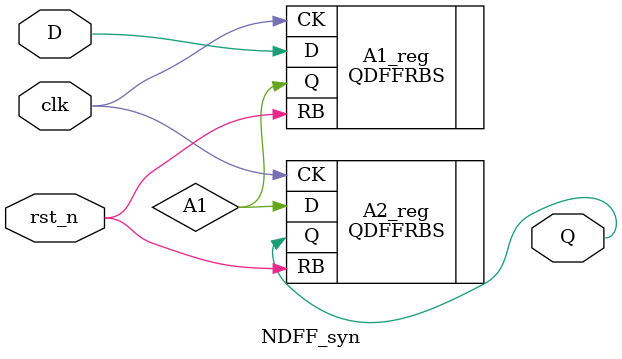
<source format=v>


module CONV_TOP ( clk1, clk2, rst_n, in_valid, in_row, in_kernel, out_valid, 
        out_data );
  input [17:0] in_row;
  input [11:0] in_kernel;
  output [7:0] out_data;
  input clk1, clk2, rst_n, in_valid;
  output out_valid;
  wire   fifo_empty, conv_busy, in_data_valid_clk2, fifo_full,
         u_input_output_fifo_empty_reg1, u_input_output__Logic0_,
         u_Handshake_syn_N49, u_Handshake_syn_N48, u_Handshake_syn_N47,
         u_Handshake_syn_N46, u_Handshake_syn_N45, u_Handshake_syn_N44,
         u_Handshake_syn_N43, u_Handshake_syn_N42, u_Handshake_syn_N41,
         u_Handshake_syn_N40, u_Handshake_syn_N39, u_Handshake_syn_N38,
         u_Handshake_syn_N37, u_Handshake_syn_N36, u_Handshake_syn_N35,
         u_Handshake_syn_N34, u_Handshake_syn_N33, u_Handshake_syn_N32,
         u_Handshake_syn_N31, u_Handshake_syn_N30, u_Handshake_syn_N29,
         u_Handshake_syn_N28, u_Handshake_syn_N27, u_Handshake_syn_N26,
         u_Handshake_syn_N25, u_Handshake_syn_N24, u_Handshake_syn_N23,
         u_Handshake_syn_N22, u_Handshake_syn_N21, u_Handshake_syn_N20,
         u_Handshake_syn_N16, u_Handshake_syn_N10, u_Handshake_syn_sack,
         u_Handshake_syn_dack, u_Handshake_syn_dreq, u_Handshake_syn_sreq,
         u_Conv_N358, u_Conv_in_valid_reg, u_Conv_acc_count_y,
         u_Conv_acc_count_x, u_FIFO_syn_N13, u_FIFO_syn_N8, n540, n541, n542,
         n543, n544, n545, n546, n547, n548, n549, n550, n551, n552, n553,
         n554, n555, n556, n557, n558, n559, n560, n561, n562, n563, n564,
         n565, n566, n567, n568, n569, n570, n571, n572, n573, n574, n575,
         n576, n577, n578, n579, n580, n581, n582, n583, n584, n585, n586,
         n587, n588, n589, n590, n591, n592, n593, n594, n595, n596, n597,
         n598, n599, n600, n601, n602, n603, n604, n605, n606, n607, n608,
         n609, n610, n611, n612, n613, n614, n615, n616, n617, n618, n619,
         n620, n621, n622, n623, n624, n625, n626, n627, n628, n629, n630,
         n631, n632, n633, n634, n635, n636, n637, n638, n639, n640, n641,
         n642, n643, n644, n645, n646, n647, n648, n649, n650, n651, n652,
         n653, n654, n655, n656, n657, n658, n659, n660, n661, n662, n663,
         n664, n665, n666, n667, n668, n669, n670, n671, n672, n673, n674,
         n675, n676, n677, n678, n679, n680, n681, n682, n683, n684, n685,
         n686, n687, n688, n689, n690, n691, n692, n693, n694, n695, n696,
         n697, n698, n699, n700, n701, n702, n703, n704, n705, n706, n707,
         n708, n709, n710, n711, n712, n713, n714, n715, n716, n717, n718,
         n719, n720, n721, n722, n723, n724, n725, n726, n727, n728, n729,
         n730, n731, n732, n733, n734, n735, n736, n737, n738, n739, n740,
         n741, n742, n743, n744, n745, n746, n747, n748, n749, n750, n751,
         n752, n753, n754, n755, n756, n757, n758, n759, n760, n761, n762,
         n763, n764, n765, n766, n767, n768, n769, n770, n771, n772, n773,
         n774, n775, n776, n777, n778, n779, n780, n781, n782, n783, n784,
         n785, n786, n787, n788, n789, n790, n791, n792, n793, n794, n795,
         n796, n797, n798, n799, n800, n801, n802, n803, n804, n805, n806,
         n807, n808, n809, n810, n811, n812, n813, n814, n815, n816, n817,
         n818, n819, n820, n821, n822, n823, n824, n825, n826, n827, n828,
         n829, n830, n831, n832, n833, n834, n835, n836, n837, n838, n839,
         n840, n841, n842, n843, n844, n845, n846, n847, n848, n849, n850,
         n851, n852, n853, n854, n855, n856, n857, n858, n859, n860, n861,
         n862, n863, n864, n865, n866, n867, n868, n869, n870, n871, n872,
         n873, n874, n875, n876, n877, n878, n879, n880, n881, n882, n883,
         n884, n885, n886, n887, n888, n889, n890, n891, n892, n893, n894,
         n895, n896, n897, n898, n899, n900, n901, n902, n903, n904, n905,
         n906, n907, n908, n909, n910, n911, n912, n913, n914, n915, n916,
         n917, n918, n919, n920, n921, n922, n923, n924, n925, n926, n927,
         n928, n929, n930, n931, n932, n933, n934, n936, n943, n944, n945,
         n946, n947, n948, n949, n950, n951, n952, n953, n954, n955, n956,
         n957, n958, n959, n960, n961, n962, n963, n964, n965, n966, n967,
         n968, n969, n970, n971, n972, n973, n974, n975, n976, n977, n978,
         n979, n980, n981, n982, n983, n984, n985, n986, n987, n988, n989,
         n990, n991, n992, n993, n994, n995, n996, n997, n998, n999, n1000,
         n1001, n1002, n1003, n1004, n1005, n1006, n1007, n1008, n1009, n1010,
         n1011, n1012, n1013, n1014, n1015, n1016, n1017, n1018, n1019, n1020,
         n1021, n1022, n1023, n1024, n1025, n1026, n1027, n1028, n1029, n1030,
         n1031, n1032, n1033, n1034, n1035, n1036, n1037, n1038, n1039, n1040,
         n1041, n1042, n1043, n1044, n1045, n1046, n1047, n1048, n1049, n1050,
         n1051, n1052, n1053, n1054, n1055, n1056, n1057, n1058, n1059, n1060,
         n1061, n1062, n1063, n1064, n1065, n1066, n1067, n1068, n1069, n1070,
         n1071, n1072, n1073, n1074, n1075, n1076, n1077, n1078, n1079, n1080,
         n1081, n1082, n1083, n1084, n1085, n1086, n1087, n1088, n1089, n1090,
         n1091, n1092, n1093, n1094, n1095, n1096, n1097, n1098, n1099, n1100,
         n1101, n1102, n1103, n1104, n1105, n1106, n1107, n1108, n1109, n1110,
         n1111, n1112, n1113, n1114, n1115, n1116, n1117, n1118, n1119, n1120,
         n1121, n1122, n1123, n1124, n1125, n1126, n1127, n1128, n1129, n1130,
         n1131, n1132, n1133, n1134, n1135, n1136, n1137, n1138, n1139, n1140,
         n1141, n1142, n1143, n1144, n1145, n1146, n1147, n1148, n1149, n1150,
         n1151, n1152, n1153, n1154, n1155, n1156, n1157, n1158, n1159, n1160,
         n1161, n1162, n1163, n1164, n1165, n1166, n1167, n1168, n1169, n1170,
         n1171, n1172, n1173, n1174, n1175, n1176, n1177, n1178, n1179, n1180,
         n1181, n1182, n1183, n1184, n1185, n1186, n1187, n1188, n1189, n1190,
         n1191, n1192, n1193, n1194, n1195, n1196, n1197, n1198, n1199, n1200,
         n1201, n1202, n1203, n1204, n1205, n1206, n1207, n1208, n1209, n1210,
         n1211, n1212, n1213, n1214, n1215, n1216, n1217, n1218, n1219, n1220,
         n1221, n1222, n1223, n1224, n1225, n1226, n1227, n1228, n1229, n1230,
         n1231, n1232, n1233, n1234, n1235, n1236, n1237, n1238, n1239, n1240,
         n1241, n1242, n1243, n1244, n1245, n1246, n1247, n1248, n1249, n1250,
         n1251, n1252, n1253, n1254, n1255, n1256, n1257, n1258, n1259, n1260,
         n1261, n1262, n1263, n1264, n1265, n1266, n1267, n1268, n1269, n1270,
         n1271, n1272, n1273, n1274, n1275, n1276, n1277, n1278, n1279, n1280,
         n1281, n1282, n1283, n1284, n1285, n1286, n1287, n1288, n1289, n1290,
         n1291, n1292, n1293, n1294, n1295, n1296, n1297, n1298, n1299, n1300,
         n1301, n1302, n1303, n1304, n1305, n1306, n1307, n1308, n1309, n1310,
         n1311, n1312, n1313, n1314, n1315, n1316, n1317, n1318, n1319, n1320,
         n1321, n1322, n1323, n1324, n1325, n1326, n1327, n1328, n1329, n1330,
         n1331, n1332, n1333, n1334, n1335, n1336, n1337, n1338, n1339, n1340,
         n1341, n1342, n1343, n1344, n1345, n1346, n1347, n1348, n1349, n1350,
         n1351, n1352, n1353, n1354, n1355, n1356, n1357, n1358, n1359, n1360,
         n1361, n1362, n1363, n1364, n1365, n1366, n1367, n1368, n1369, n1370,
         n1371, n1372, n1373, n1374, n1375, n1376, n1377, n1378, n1379, n1380,
         n1381, n1382, n1383, n1384, n1385, n1386, n1387, n1388, n1389, n1390,
         n1391, n1392, n1393, n1394, n1395, n1396, n1397, n1398, n1399, n1400,
         n1401, n1402, n1403, n1404, n1405, n1406, n1407, n1408, n1409, n1410,
         n1411, n1412, n1413, n1414, n1415, n1416, n1417, n1418, n1419, n1420,
         n1421, n1422, n1423, n1424, n1425, n1426, n1427, n1428, n1429, n1430,
         n1431, n1432, n1433, n1434, n1435, n1436, n1437, n1438, n1439, n1440,
         n1441, n1442, n1443, n1444, n1445, n1446, n1447, n1448, n1449, n1450,
         n1451, n1452, n1453, n1454, n1455, n1456, n1457, n1458, n1459, n1460,
         n1461, n1462, n1463, n1464, n1465, n1466, n1467, n1468, n1469, n1470,
         n1471, n1472, n1473, n1474, n1475, n1476, n1477, n1478, n1479, n1480,
         n1481, n1482, n1483, n1484, n1485, n1486, n1487, n1488, n1489, n1490,
         n1491, n1492, n1493, n1494, n1495, n1496, n1497, n1498, n1499, n1500,
         n1501, n1502, n1503, n1504, n1505, n1506, n1507, n1508, n1509, n1510,
         n1511, n1512, n1513, n1514, n1515, n1516, n1517, n1518, n1519, n1520,
         n1521, n1522, n1523, n1524, n1525, n1526, n1527, n1528, n1529, n1530,
         n1531, n1532, n1533, n1534, n1535, n1536, n1537, n1538, n1539, n1540,
         n1541, n1542, n1543, n1544, n1545, n1546, n1547, n1548, n1549, n1550,
         n1552;
  wire   [29:0] data_clk1;
  wire   [7:0] fifo_rdata;
  wire   [29:0] in_data_clk2;
  wire   [7:0] out_data_clk2;
  wire   [149:0] u_input_output_in_buffer;
  wire   [2:0] u_input_output_out_count;
  wire   [2:0] u_input_output_in_count;
  wire   [7:0] u_Conv_out_count;
  wire   [2:0] u_Conv_in_count;
  wire   [7:0] u_Conv_psum_reg;
  wire   [71:0] u_Conv_kernel_reg;
  wire   [107:0] u_Conv_ifmap_reg;
  wire   [2:0] u_Conv_kernel_idx;
  wire   [2:0] u_Conv_ifmap_y;
  wire   [2:0] u_Conv_ifmap_x;
  wire   [6:0] u_FIFO_syn_rptr_q;
  wire   [6:0] u_FIFO_syn_wptr_q;
  wire   [6:0] u_FIFO_syn_wptr;
  wire   [6:0] u_FIFO_syn_rptr;
  wire   [7:0] u_FIFO_syn_ram_out;
  wire   [5:0] u_FIFO_syn_w_addr;
  wire   [5:0] u_FIFO_syn_r_addr;

  NDFF_syn u_Handshake_syn_U_NDFF_ack ( .D(u_Handshake_syn_dack), .Q(
        u_Handshake_syn_sack), .clk(clk1), .rst_n(n1552) );
  NDFF_syn u_Handshake_syn_U_NDFF_req ( .D(u_Handshake_syn_sreq), .Q(
        u_Handshake_syn_dreq), .clk(clk2), .rst_n(n1552) );
  DUAL_64X8X1BM1 u_FIFO_syn_u_dual_sram ( .A0(u_FIFO_syn_w_addr[0]), .A1(
        u_FIFO_syn_w_addr[1]), .A2(u_FIFO_syn_w_addr[2]), .A3(
        u_FIFO_syn_w_addr[3]), .A4(u_FIFO_syn_w_addr[4]), .A5(
        u_FIFO_syn_w_addr[5]), .B0(u_FIFO_syn_r_addr[0]), .B1(
        u_FIFO_syn_r_addr[1]), .B2(u_FIFO_syn_r_addr[2]), .B3(
        u_FIFO_syn_r_addr[3]), .B4(u_FIFO_syn_r_addr[4]), .B5(
        u_FIFO_syn_r_addr[5]), .CKA(clk2), .CKB(clk1), .CSA(n551), .CSB(n551), 
        .DIA0(out_data_clk2[0]), .DIA1(out_data_clk2[1]), .DIA2(
        out_data_clk2[2]), .DIA3(out_data_clk2[3]), .DIA4(out_data_clk2[4]), 
        .DIA5(out_data_clk2[5]), .DIA6(out_data_clk2[6]), .DIA7(
        out_data_clk2[7]), .DIB0(u_input_output__Logic0_), .DIB1(
        u_input_output__Logic0_), .DIB2(u_input_output__Logic0_), .DIB3(
        u_input_output__Logic0_), .DIB4(u_input_output__Logic0_), .DIB5(
        u_input_output__Logic0_), .DIB6(u_input_output__Logic0_), .DIB7(
        u_input_output__Logic0_), .OEA(n551), .OEB(n551), .WEAN(n943), .WEBN(
        n551), .DOB0(u_FIFO_syn_ram_out[0]), .DOB1(u_FIFO_syn_ram_out[1]), 
        .DOB2(u_FIFO_syn_ram_out[2]), .DOB3(u_FIFO_syn_ram_out[3]), .DOB4(
        u_FIFO_syn_ram_out[4]), .DOB5(u_FIFO_syn_ram_out[5]), .DOB6(
        u_FIFO_syn_ram_out[6]), .DOB7(u_FIFO_syn_ram_out[7]) );
  NDFF_syn u_FIFO_syn_M1_genblk1_6__u_NDFF_syn ( .D(u_FIFO_syn_rptr[6]), .Q(
        u_FIFO_syn_rptr_q[6]), .clk(clk2), .rst_n(n1552) );
  NDFF_syn u_FIFO_syn_M1_genblk1_5__u_NDFF_syn ( .D(u_FIFO_syn_rptr[5]), .Q(
        u_FIFO_syn_rptr_q[5]), .clk(clk2), .rst_n(n1552) );
  NDFF_syn u_FIFO_syn_M1_genblk1_4__u_NDFF_syn ( .D(u_FIFO_syn_rptr[4]), .Q(
        u_FIFO_syn_rptr_q[4]), .clk(clk2), .rst_n(n1552) );
  NDFF_syn u_FIFO_syn_M1_genblk1_3__u_NDFF_syn ( .D(u_FIFO_syn_rptr[3]), .Q(
        u_FIFO_syn_rptr_q[3]), .clk(clk2), .rst_n(n1552) );
  NDFF_syn u_FIFO_syn_M1_genblk1_2__u_NDFF_syn ( .D(u_FIFO_syn_rptr[2]), .Q(
        u_FIFO_syn_rptr_q[2]), .clk(clk2), .rst_n(n1552) );
  NDFF_syn u_FIFO_syn_M1_genblk1_1__u_NDFF_syn ( .D(u_FIFO_syn_rptr[1]), .Q(
        u_FIFO_syn_rptr_q[1]), .clk(clk2), .rst_n(n1552) );
  NDFF_syn u_FIFO_syn_M1_genblk1_0__u_NDFF_syn ( .D(u_FIFO_syn_rptr[0]), .Q(
        u_FIFO_syn_rptr_q[0]), .clk(clk2), .rst_n(n1552) );
  NDFF_syn u_FIFO_syn_M0_genblk1_6__u_NDFF_syn ( .D(u_FIFO_syn_wptr[6]), .Q(
        u_FIFO_syn_wptr_q[6]), .clk(clk1), .rst_n(n1552) );
  NDFF_syn u_FIFO_syn_M0_genblk1_5__u_NDFF_syn ( .D(u_FIFO_syn_wptr[5]), .Q(
        u_FIFO_syn_wptr_q[5]), .clk(clk1), .rst_n(n1552) );
  NDFF_syn u_FIFO_syn_M0_genblk1_4__u_NDFF_syn ( .D(u_FIFO_syn_wptr[4]), .Q(
        u_FIFO_syn_wptr_q[4]), .clk(clk1), .rst_n(n1552) );
  NDFF_syn u_FIFO_syn_M0_genblk1_3__u_NDFF_syn ( .D(u_FIFO_syn_wptr[3]), .Q(
        u_FIFO_syn_wptr_q[3]), .clk(clk1), .rst_n(n1552) );
  NDFF_syn u_FIFO_syn_M0_genblk1_2__u_NDFF_syn ( .D(u_FIFO_syn_wptr[2]), .Q(
        u_FIFO_syn_wptr_q[2]), .clk(clk1), .rst_n(n1552) );
  NDFF_syn u_FIFO_syn_M0_genblk1_1__u_NDFF_syn ( .D(u_FIFO_syn_wptr[1]), .Q(
        u_FIFO_syn_wptr_q[1]), .clk(clk1), .rst_n(n1552) );
  NDFF_syn u_FIFO_syn_M0_genblk1_0__u_NDFF_syn ( .D(u_FIFO_syn_wptr[0]), .Q(
        u_FIFO_syn_wptr_q[0]), .clk(clk1), .rst_n(n1552) );
  QDFFRBS u_Handshake_syn_sreq_reg ( .D(u_Handshake_syn_N10), .CK(clk1), .RB(
        n944), .Q(u_Handshake_syn_sreq) );
  QDFFRBS u_input_output_out_count_reg_0_ ( .D(n1550), .CK(clk1), .RB(n944), 
        .Q(u_input_output_out_count[0]) );
  QDFFRBS u_input_output_out_count_reg_1_ ( .D(n934), .CK(clk1), .RB(n944), 
        .Q(u_input_output_out_count[1]) );
  QDFFRBS u_input_output_out_count_reg_2_ ( .D(n936), .CK(clk1), .RB(n944), 
        .Q(u_input_output_out_count[2]) );
  QDFFRBS u_input_output_in_count_reg_0_ ( .D(n932), .CK(clk1), .RB(n944), .Q(
        u_input_output_in_count[0]) );
  QDFFRBS u_input_output_in_count_reg_1_ ( .D(n933), .CK(clk1), .RB(n944), .Q(
        u_input_output_in_count[1]) );
  QDFFRBS u_input_output_in_count_reg_2_ ( .D(n931), .CK(clk1), .RB(n944), .Q(
        u_input_output_in_count[2]) );
  QDFFRBS u_FIFO_syn_wfull_reg ( .D(u_FIFO_syn_N13), .CK(clk2), .RB(n944), .Q(
        fifo_full) );
  QDFFRBS u_Conv_ifmap_y_reg_2_ ( .D(n737), .CK(clk2), .RB(n944), .Q(
        u_Conv_ifmap_y[2]) );
  QDFFRBS u_Conv_busy_reg ( .D(u_Conv_N358), .CK(clk2), .RB(n944), .Q(
        conv_busy) );
  QDFFRBS u_Handshake_syn_dack_reg ( .D(u_Handshake_syn_N16), .CK(clk2), .RB(
        rst_n), .Q(u_Handshake_syn_dack) );
  QDFFRBS u_Handshake_syn_dout_reg_0_ ( .D(u_Handshake_syn_N20), .CK(clk2), 
        .RB(n944), .Q(in_data_clk2[0]) );
  QDFFRBS u_Handshake_syn_dout_reg_1_ ( .D(u_Handshake_syn_N21), .CK(clk2), 
        .RB(rst_n), .Q(in_data_clk2[1]) );
  QDFFRBS u_Handshake_syn_dout_reg_2_ ( .D(u_Handshake_syn_N22), .CK(clk2), 
        .RB(rst_n), .Q(in_data_clk2[2]) );
  QDFFRBS u_Handshake_syn_dout_reg_3_ ( .D(u_Handshake_syn_N23), .CK(clk2), 
        .RB(n944), .Q(in_data_clk2[3]) );
  QDFFRBS u_Handshake_syn_dout_reg_4_ ( .D(u_Handshake_syn_N24), .CK(clk2), 
        .RB(rst_n), .Q(in_data_clk2[4]) );
  QDFFRBS u_Handshake_syn_dout_reg_5_ ( .D(u_Handshake_syn_N25), .CK(clk2), 
        .RB(n944), .Q(in_data_clk2[5]) );
  QDFFRBS u_Handshake_syn_dout_reg_6_ ( .D(u_Handshake_syn_N26), .CK(clk2), 
        .RB(n944), .Q(in_data_clk2[6]) );
  QDFFRBS u_Handshake_syn_dout_reg_7_ ( .D(u_Handshake_syn_N27), .CK(clk2), 
        .RB(rst_n), .Q(in_data_clk2[7]) );
  QDFFRBS u_Handshake_syn_dout_reg_8_ ( .D(u_Handshake_syn_N28), .CK(clk2), 
        .RB(n944), .Q(in_data_clk2[8]) );
  QDFFRBS u_Handshake_syn_dout_reg_9_ ( .D(u_Handshake_syn_N29), .CK(clk2), 
        .RB(n944), .Q(in_data_clk2[9]) );
  QDFFRBS u_Handshake_syn_dout_reg_10_ ( .D(u_Handshake_syn_N30), .CK(clk2), 
        .RB(n944), .Q(in_data_clk2[10]) );
  QDFFRBS u_Handshake_syn_dout_reg_11_ ( .D(u_Handshake_syn_N31), .CK(clk2), 
        .RB(n944), .Q(in_data_clk2[11]) );
  QDFFRBS u_Handshake_syn_dout_reg_12_ ( .D(u_Handshake_syn_N32), .CK(clk2), 
        .RB(n944), .Q(in_data_clk2[12]) );
  QDFFRBS u_Handshake_syn_dout_reg_13_ ( .D(u_Handshake_syn_N33), .CK(clk2), 
        .RB(n944), .Q(in_data_clk2[13]) );
  QDFFRBS u_Handshake_syn_dout_reg_14_ ( .D(u_Handshake_syn_N34), .CK(clk2), 
        .RB(n944), .Q(in_data_clk2[14]) );
  QDFFRBS u_Handshake_syn_dout_reg_15_ ( .D(u_Handshake_syn_N35), .CK(clk2), 
        .RB(n944), .Q(in_data_clk2[15]) );
  QDFFRBS u_Handshake_syn_dout_reg_16_ ( .D(u_Handshake_syn_N36), .CK(clk2), 
        .RB(n944), .Q(in_data_clk2[16]) );
  QDFFRBS u_Handshake_syn_dout_reg_17_ ( .D(u_Handshake_syn_N37), .CK(clk2), 
        .RB(n944), .Q(in_data_clk2[17]) );
  QDFFRBS u_Handshake_syn_dout_reg_18_ ( .D(u_Handshake_syn_N38), .CK(clk2), 
        .RB(n944), .Q(in_data_clk2[18]) );
  QDFFRBS u_Handshake_syn_dout_reg_19_ ( .D(u_Handshake_syn_N39), .CK(clk2), 
        .RB(n944), .Q(in_data_clk2[19]) );
  QDFFRBS u_Handshake_syn_dout_reg_20_ ( .D(u_Handshake_syn_N40), .CK(clk2), 
        .RB(n944), .Q(in_data_clk2[20]) );
  QDFFRBS u_Handshake_syn_dout_reg_21_ ( .D(u_Handshake_syn_N41), .CK(clk2), 
        .RB(n1552), .Q(in_data_clk2[21]) );
  QDFFRBS u_Handshake_syn_dout_reg_22_ ( .D(u_Handshake_syn_N42), .CK(clk2), 
        .RB(n1552), .Q(in_data_clk2[22]) );
  QDFFRBS u_Handshake_syn_dout_reg_23_ ( .D(u_Handshake_syn_N43), .CK(clk2), 
        .RB(n1552), .Q(in_data_clk2[23]) );
  QDFFRBS u_Handshake_syn_dout_reg_24_ ( .D(u_Handshake_syn_N44), .CK(clk2), 
        .RB(n1552), .Q(in_data_clk2[24]) );
  QDFFRBS u_Handshake_syn_dout_reg_25_ ( .D(u_Handshake_syn_N45), .CK(clk2), 
        .RB(n1552), .Q(in_data_clk2[25]) );
  QDFFRBS u_Handshake_syn_dout_reg_26_ ( .D(u_Handshake_syn_N46), .CK(clk2), 
        .RB(n1552), .Q(in_data_clk2[26]) );
  QDFFRBS u_Handshake_syn_dout_reg_27_ ( .D(u_Handshake_syn_N47), .CK(clk2), 
        .RB(n1552), .Q(in_data_clk2[27]) );
  QDFFRBS u_Handshake_syn_dout_reg_28_ ( .D(u_Handshake_syn_N48), .CK(clk2), 
        .RB(n1552), .Q(in_data_clk2[28]) );
  QDFFRBS u_Handshake_syn_dout_reg_29_ ( .D(u_Handshake_syn_N49), .CK(clk2), 
        .RB(n1552), .Q(in_data_clk2[29]) );
  QDFFRBS u_Handshake_syn_dvalid_reg ( .D(n1214), .CK(clk2), .RB(n1552), .Q(
        in_data_valid_clk2) );
  QDFFRBS u_Conv_in_valid_reg_reg ( .D(in_data_valid_clk2), .CK(clk2), .RB(
        n1552), .Q(u_Conv_in_valid_reg) );
  QDFFRBS u_Conv_in_count_reg_2_ ( .D(n734), .CK(clk2), .RB(n1552), .Q(
        u_Conv_in_count[2]) );
  QDFFRBS u_Conv_in_count_reg_1_ ( .D(n735), .CK(clk2), .RB(n1552), .Q(
        u_Conv_in_count[1]) );
  QDFFRBS u_Conv_out_count_reg_6_ ( .D(n750), .CK(clk2), .RB(n1552), .Q(
        u_Conv_out_count[6]) );
  QDFFRBS u_Conv_out_count_reg_0_ ( .D(n749), .CK(clk2), .RB(n1552), .Q(
        u_Conv_out_count[0]) );
  QDFFRBS u_Conv_out_count_reg_1_ ( .D(n748), .CK(clk2), .RB(n1552), .Q(
        u_Conv_out_count[1]) );
  QDFFRBS u_Conv_out_count_reg_2_ ( .D(n747), .CK(clk2), .RB(n1552), .Q(
        u_Conv_out_count[2]) );
  QDFFRBS u_Conv_out_count_reg_3_ ( .D(n746), .CK(clk2), .RB(n1552), .Q(
        u_Conv_out_count[3]) );
  QDFFRBS u_Conv_out_count_reg_4_ ( .D(n745), .CK(clk2), .RB(n1552), .Q(
        u_Conv_out_count[4]) );
  QDFFRBS u_Conv_out_count_reg_5_ ( .D(n744), .CK(clk2), .RB(n1552), .Q(
        u_Conv_out_count[5]) );
  QDFFRBS u_Conv_out_count_reg_7_ ( .D(n743), .CK(clk2), .RB(n1552), .Q(
        u_Conv_out_count[7]) );
  QDFFRBS u_Conv_ifmap_x_reg_2_ ( .D(n740), .CK(clk2), .RB(n1552), .Q(
        u_Conv_ifmap_x[2]) );
  QDFFRBS u_Conv_ifmap_x_reg_0_ ( .D(n741), .CK(clk2), .RB(n1552), .Q(
        u_Conv_ifmap_x[0]) );
  QDFFRBS u_Conv_ifmap_x_reg_1_ ( .D(n742), .CK(clk2), .RB(n1552), .Q(
        u_Conv_ifmap_x[1]) );
  QDFFRBS u_Conv_ifmap_y_reg_0_ ( .D(n738), .CK(clk2), .RB(n1552), .Q(
        u_Conv_ifmap_y[0]) );
  QDFFRBS u_Conv_ifmap_y_reg_1_ ( .D(n739), .CK(clk2), .RB(n1552), .Q(
        u_Conv_ifmap_y[1]) );
  QDFFRBS u_Conv_kernel_idx_reg_1_ ( .D(n553), .CK(clk2), .RB(n1552), .Q(
        u_Conv_kernel_idx[1]) );
  QDFFRBS u_Conv_kernel_idx_reg_2_ ( .D(n550), .CK(clk2), .RB(n1552), .Q(
        u_Conv_kernel_idx[2]) );
  QDFFRBS u_FIFO_syn_wptr_reg_0_ ( .D(n1539), .CK(clk2), .RB(n1552), .Q(
        u_FIFO_syn_wptr[0]) );
  QDFFRBS u_FIFO_syn_wptr_reg_1_ ( .D(n1538), .CK(clk2), .RB(n1552), .Q(
        u_FIFO_syn_wptr[1]) );
  QDFFRBS u_FIFO_syn_wptr_reg_2_ ( .D(n1537), .CK(clk2), .RB(n1552), .Q(
        u_FIFO_syn_wptr[2]) );
  QDFFRBS u_FIFO_syn_wptr_reg_3_ ( .D(n1542), .CK(clk2), .RB(n1552), .Q(
        u_FIFO_syn_wptr[3]) );
  QDFFRBS u_FIFO_syn_wptr_reg_4_ ( .D(n1541), .CK(clk2), .RB(n1552), .Q(
        u_FIFO_syn_wptr[4]) );
  QDFFRBS u_FIFO_syn_wptr_reg_5_ ( .D(n1536), .CK(clk2), .RB(n1552), .Q(
        u_FIFO_syn_wptr[5]) );
  QDFFRBS u_FIFO_syn_wptr_reg_6_ ( .D(n1540), .CK(clk2), .RB(n1552), .Q(
        u_FIFO_syn_wptr[6]) );
  QDFFRBS u_FIFO_syn_rptr_reg_0_ ( .D(n1545), .CK(clk1), .RB(rst_n), .Q(
        u_FIFO_syn_rptr[0]) );
  QDFFRBS u_FIFO_syn_rptr_reg_1_ ( .D(n1544), .CK(clk1), .RB(n944), .Q(
        u_FIFO_syn_rptr[1]) );
  QDFFRBS u_FIFO_syn_rptr_reg_2_ ( .D(n1546), .CK(clk1), .RB(n944), .Q(
        u_FIFO_syn_rptr[2]) );
  QDFFRBS u_FIFO_syn_rptr_reg_3_ ( .D(n1549), .CK(clk1), .RB(n944), .Q(
        u_FIFO_syn_rptr[3]) );
  QDFFRBS u_FIFO_syn_rptr_reg_4_ ( .D(n1543), .CK(clk1), .RB(n944), .Q(
        u_FIFO_syn_rptr[4]) );
  QDFFRBS u_FIFO_syn_rptr_reg_5_ ( .D(n1547), .CK(clk1), .RB(n944), .Q(
        u_FIFO_syn_rptr[5]) );
  QDFFRBS u_FIFO_syn_rptr_reg_6_ ( .D(n1548), .CK(clk1), .RB(n944), .Q(
        u_FIFO_syn_rptr[6]) );
  QDFFRBS u_FIFO_syn_w_binary_reg_reg_0_ ( .D(n1524), .CK(clk2), .RB(n1552), 
        .Q(u_FIFO_syn_w_addr[0]) );
  QDFFRBS u_FIFO_syn_w_binary_reg_reg_1_ ( .D(n1525), .CK(clk2), .RB(n1552), 
        .Q(u_FIFO_syn_w_addr[1]) );
  QDFFRBS u_FIFO_syn_w_binary_reg_reg_2_ ( .D(n1526), .CK(clk2), .RB(n1552), 
        .Q(u_FIFO_syn_w_addr[2]) );
  QDFFRBS u_FIFO_syn_w_binary_reg_reg_3_ ( .D(n1527), .CK(clk2), .RB(n1552), 
        .Q(u_FIFO_syn_w_addr[3]) );
  QDFFRBS u_FIFO_syn_w_binary_reg_reg_4_ ( .D(n1528), .CK(clk2), .RB(n1552), 
        .Q(u_FIFO_syn_w_addr[4]) );
  QDFFRBS u_FIFO_syn_w_binary_reg_reg_5_ ( .D(n1529), .CK(clk2), .RB(n1552), 
        .Q(u_FIFO_syn_w_addr[5]) );
  QDFFRBS u_FIFO_syn_r_binary_reg_reg_0_ ( .D(n1530), .CK(clk1), .RB(n944), 
        .Q(u_FIFO_syn_r_addr[0]) );
  QDFFRBS u_FIFO_syn_r_binary_reg_reg_1_ ( .D(n1531), .CK(clk1), .RB(n944), 
        .Q(u_FIFO_syn_r_addr[1]) );
  QDFFRBS u_FIFO_syn_r_binary_reg_reg_2_ ( .D(n1532), .CK(clk1), .RB(n944), 
        .Q(u_FIFO_syn_r_addr[2]) );
  QDFFRBS u_FIFO_syn_r_binary_reg_reg_3_ ( .D(n1533), .CK(clk1), .RB(n944), 
        .Q(u_FIFO_syn_r_addr[3]) );
  QDFFRBS u_FIFO_syn_r_binary_reg_reg_4_ ( .D(n1534), .CK(clk1), .RB(n944), 
        .Q(u_FIFO_syn_r_addr[4]) );
  QDFFRBS u_FIFO_syn_r_binary_reg_reg_5_ ( .D(n1535), .CK(clk1), .RB(n944), 
        .Q(u_FIFO_syn_r_addr[5]) );
  QDFFS u_input_output_in_buffer_reg_5__0_ ( .D(n930), .CK(clk1), .Q(
        u_input_output_in_buffer[0]) );
  QDFFS u_input_output_in_buffer_reg_5__29_ ( .D(n929), .CK(clk1), .Q(
        u_input_output_in_buffer[29]) );
  QDFFS u_input_output_in_buffer_reg_5__28_ ( .D(n928), .CK(clk1), .Q(
        u_input_output_in_buffer[28]) );
  QDFFS u_input_output_in_buffer_reg_5__27_ ( .D(n927), .CK(clk1), .Q(
        u_input_output_in_buffer[27]) );
  QDFFS u_input_output_in_buffer_reg_5__26_ ( .D(n926), .CK(clk1), .Q(
        u_input_output_in_buffer[26]) );
  QDFFS u_input_output_in_buffer_reg_5__25_ ( .D(n925), .CK(clk1), .Q(
        u_input_output_in_buffer[25]) );
  QDFFS u_input_output_in_buffer_reg_5__24_ ( .D(n924), .CK(clk1), .Q(
        u_input_output_in_buffer[24]) );
  QDFFS u_input_output_in_buffer_reg_5__23_ ( .D(n923), .CK(clk1), .Q(
        u_input_output_in_buffer[23]) );
  QDFFS u_input_output_in_buffer_reg_5__22_ ( .D(n922), .CK(clk1), .Q(
        u_input_output_in_buffer[22]) );
  QDFFS u_input_output_in_buffer_reg_5__21_ ( .D(n921), .CK(clk1), .Q(
        u_input_output_in_buffer[21]) );
  QDFFS u_input_output_in_buffer_reg_5__20_ ( .D(n920), .CK(clk1), .Q(
        u_input_output_in_buffer[20]) );
  QDFFS u_input_output_in_buffer_reg_5__19_ ( .D(n919), .CK(clk1), .Q(
        u_input_output_in_buffer[19]) );
  QDFFS u_input_output_in_buffer_reg_5__18_ ( .D(n918), .CK(clk1), .Q(
        u_input_output_in_buffer[18]) );
  QDFFS u_input_output_in_buffer_reg_5__17_ ( .D(n917), .CK(clk1), .Q(
        u_input_output_in_buffer[17]) );
  QDFFS u_input_output_in_buffer_reg_5__16_ ( .D(n916), .CK(clk1), .Q(
        u_input_output_in_buffer[16]) );
  QDFFS u_input_output_in_buffer_reg_5__15_ ( .D(n915), .CK(clk1), .Q(
        u_input_output_in_buffer[15]) );
  QDFFS u_input_output_in_buffer_reg_5__14_ ( .D(n914), .CK(clk1), .Q(
        u_input_output_in_buffer[14]) );
  QDFFS u_input_output_in_buffer_reg_5__13_ ( .D(n913), .CK(clk1), .Q(
        u_input_output_in_buffer[13]) );
  QDFFS u_input_output_in_buffer_reg_5__12_ ( .D(n912), .CK(clk1), .Q(
        u_input_output_in_buffer[12]) );
  QDFFS u_input_output_in_buffer_reg_5__11_ ( .D(n911), .CK(clk1), .Q(
        u_input_output_in_buffer[11]) );
  QDFFS u_input_output_in_buffer_reg_5__10_ ( .D(n910), .CK(clk1), .Q(
        u_input_output_in_buffer[10]) );
  QDFFS u_input_output_in_buffer_reg_5__9_ ( .D(n909), .CK(clk1), .Q(
        u_input_output_in_buffer[9]) );
  QDFFS u_input_output_in_buffer_reg_5__8_ ( .D(n908), .CK(clk1), .Q(
        u_input_output_in_buffer[8]) );
  QDFFS u_input_output_in_buffer_reg_5__7_ ( .D(n907), .CK(clk1), .Q(
        u_input_output_in_buffer[7]) );
  QDFFS u_input_output_in_buffer_reg_5__6_ ( .D(n906), .CK(clk1), .Q(
        u_input_output_in_buffer[6]) );
  QDFFS u_input_output_in_buffer_reg_5__5_ ( .D(n905), .CK(clk1), .Q(
        u_input_output_in_buffer[5]) );
  QDFFS u_input_output_in_buffer_reg_5__4_ ( .D(n904), .CK(clk1), .Q(
        u_input_output_in_buffer[4]) );
  QDFFS u_input_output_in_buffer_reg_5__3_ ( .D(n903), .CK(clk1), .Q(
        u_input_output_in_buffer[3]) );
  QDFFS u_input_output_in_buffer_reg_5__2_ ( .D(n902), .CK(clk1), .Q(
        u_input_output_in_buffer[2]) );
  QDFFS u_input_output_in_buffer_reg_5__1_ ( .D(n901), .CK(clk1), .Q(
        u_input_output_in_buffer[1]) );
  QDFFS u_input_output_in_buffer_reg_4__0_ ( .D(n900), .CK(clk1), .Q(
        u_input_output_in_buffer[30]) );
  QDFFS u_input_output_in_buffer_reg_4__29_ ( .D(n899), .CK(clk1), .Q(
        u_input_output_in_buffer[59]) );
  QDFFS u_input_output_in_buffer_reg_4__28_ ( .D(n898), .CK(clk1), .Q(
        u_input_output_in_buffer[58]) );
  QDFFS u_input_output_in_buffer_reg_4__27_ ( .D(n897), .CK(clk1), .Q(
        u_input_output_in_buffer[57]) );
  QDFFS u_input_output_in_buffer_reg_4__26_ ( .D(n896), .CK(clk1), .Q(
        u_input_output_in_buffer[56]) );
  QDFFS u_input_output_in_buffer_reg_4__25_ ( .D(n895), .CK(clk1), .Q(
        u_input_output_in_buffer[55]) );
  QDFFS u_input_output_in_buffer_reg_4__24_ ( .D(n894), .CK(clk1), .Q(
        u_input_output_in_buffer[54]) );
  QDFFS u_input_output_in_buffer_reg_4__23_ ( .D(n893), .CK(clk1), .Q(
        u_input_output_in_buffer[53]) );
  QDFFS u_input_output_in_buffer_reg_4__22_ ( .D(n892), .CK(clk1), .Q(
        u_input_output_in_buffer[52]) );
  QDFFS u_input_output_in_buffer_reg_4__21_ ( .D(n891), .CK(clk1), .Q(
        u_input_output_in_buffer[51]) );
  QDFFS u_input_output_in_buffer_reg_4__20_ ( .D(n890), .CK(clk1), .Q(
        u_input_output_in_buffer[50]) );
  QDFFS u_input_output_in_buffer_reg_4__19_ ( .D(n889), .CK(clk1), .Q(
        u_input_output_in_buffer[49]) );
  QDFFS u_input_output_in_buffer_reg_4__18_ ( .D(n888), .CK(clk1), .Q(
        u_input_output_in_buffer[48]) );
  QDFFS u_input_output_in_buffer_reg_4__17_ ( .D(n887), .CK(clk1), .Q(
        u_input_output_in_buffer[47]) );
  QDFFS u_input_output_in_buffer_reg_4__16_ ( .D(n886), .CK(clk1), .Q(
        u_input_output_in_buffer[46]) );
  QDFFS u_input_output_in_buffer_reg_4__15_ ( .D(n885), .CK(clk1), .Q(
        u_input_output_in_buffer[45]) );
  QDFFS u_input_output_in_buffer_reg_4__14_ ( .D(n884), .CK(clk1), .Q(
        u_input_output_in_buffer[44]) );
  QDFFS u_input_output_in_buffer_reg_4__13_ ( .D(n883), .CK(clk1), .Q(
        u_input_output_in_buffer[43]) );
  QDFFS u_input_output_in_buffer_reg_4__12_ ( .D(n882), .CK(clk1), .Q(
        u_input_output_in_buffer[42]) );
  QDFFS u_input_output_in_buffer_reg_4__11_ ( .D(n881), .CK(clk1), .Q(
        u_input_output_in_buffer[41]) );
  QDFFS u_input_output_in_buffer_reg_4__10_ ( .D(n880), .CK(clk1), .Q(
        u_input_output_in_buffer[40]) );
  QDFFS u_input_output_in_buffer_reg_4__9_ ( .D(n879), .CK(clk1), .Q(
        u_input_output_in_buffer[39]) );
  QDFFS u_input_output_in_buffer_reg_4__8_ ( .D(n878), .CK(clk1), .Q(
        u_input_output_in_buffer[38]) );
  QDFFS u_input_output_in_buffer_reg_4__7_ ( .D(n877), .CK(clk1), .Q(
        u_input_output_in_buffer[37]) );
  QDFFS u_input_output_in_buffer_reg_4__6_ ( .D(n876), .CK(clk1), .Q(
        u_input_output_in_buffer[36]) );
  QDFFS u_input_output_in_buffer_reg_4__5_ ( .D(n875), .CK(clk1), .Q(
        u_input_output_in_buffer[35]) );
  QDFFS u_input_output_in_buffer_reg_4__4_ ( .D(n874), .CK(clk1), .Q(
        u_input_output_in_buffer[34]) );
  QDFFS u_input_output_in_buffer_reg_4__3_ ( .D(n873), .CK(clk1), .Q(
        u_input_output_in_buffer[33]) );
  QDFFS u_input_output_in_buffer_reg_4__2_ ( .D(n872), .CK(clk1), .Q(
        u_input_output_in_buffer[32]) );
  QDFFS u_input_output_in_buffer_reg_4__1_ ( .D(n871), .CK(clk1), .Q(
        u_input_output_in_buffer[31]) );
  QDFFS u_input_output_in_buffer_reg_3__0_ ( .D(n870), .CK(clk1), .Q(
        u_input_output_in_buffer[60]) );
  QDFFS u_input_output_in_buffer_reg_3__29_ ( .D(n869), .CK(clk1), .Q(
        u_input_output_in_buffer[89]) );
  QDFFS u_input_output_in_buffer_reg_3__28_ ( .D(n868), .CK(clk1), .Q(
        u_input_output_in_buffer[88]) );
  QDFFS u_input_output_in_buffer_reg_3__27_ ( .D(n867), .CK(clk1), .Q(
        u_input_output_in_buffer[87]) );
  QDFFS u_input_output_in_buffer_reg_3__26_ ( .D(n866), .CK(clk1), .Q(
        u_input_output_in_buffer[86]) );
  QDFFS u_input_output_in_buffer_reg_3__25_ ( .D(n865), .CK(clk1), .Q(
        u_input_output_in_buffer[85]) );
  QDFFS u_input_output_in_buffer_reg_3__24_ ( .D(n864), .CK(clk1), .Q(
        u_input_output_in_buffer[84]) );
  QDFFS u_input_output_in_buffer_reg_3__23_ ( .D(n863), .CK(clk1), .Q(
        u_input_output_in_buffer[83]) );
  QDFFS u_input_output_in_buffer_reg_3__22_ ( .D(n862), .CK(clk1), .Q(
        u_input_output_in_buffer[82]) );
  QDFFS u_input_output_in_buffer_reg_3__21_ ( .D(n861), .CK(clk1), .Q(
        u_input_output_in_buffer[81]) );
  QDFFS u_input_output_in_buffer_reg_3__20_ ( .D(n860), .CK(clk1), .Q(
        u_input_output_in_buffer[80]) );
  QDFFS u_input_output_in_buffer_reg_3__19_ ( .D(n859), .CK(clk1), .Q(
        u_input_output_in_buffer[79]) );
  QDFFS u_input_output_in_buffer_reg_3__18_ ( .D(n858), .CK(clk1), .Q(
        u_input_output_in_buffer[78]) );
  QDFFS u_input_output_in_buffer_reg_3__17_ ( .D(n857), .CK(clk1), .Q(
        u_input_output_in_buffer[77]) );
  QDFFS u_input_output_in_buffer_reg_3__16_ ( .D(n856), .CK(clk1), .Q(
        u_input_output_in_buffer[76]) );
  QDFFS u_input_output_in_buffer_reg_3__15_ ( .D(n855), .CK(clk1), .Q(
        u_input_output_in_buffer[75]) );
  QDFFS u_input_output_in_buffer_reg_3__14_ ( .D(n854), .CK(clk1), .Q(
        u_input_output_in_buffer[74]) );
  QDFFS u_input_output_in_buffer_reg_3__13_ ( .D(n853), .CK(clk1), .Q(
        u_input_output_in_buffer[73]) );
  QDFFS u_input_output_in_buffer_reg_3__12_ ( .D(n852), .CK(clk1), .Q(
        u_input_output_in_buffer[72]) );
  QDFFS u_input_output_in_buffer_reg_3__11_ ( .D(n851), .CK(clk1), .Q(
        u_input_output_in_buffer[71]) );
  QDFFS u_input_output_in_buffer_reg_3__10_ ( .D(n850), .CK(clk1), .Q(
        u_input_output_in_buffer[70]) );
  QDFFS u_input_output_in_buffer_reg_3__9_ ( .D(n849), .CK(clk1), .Q(
        u_input_output_in_buffer[69]) );
  QDFFS u_input_output_in_buffer_reg_3__8_ ( .D(n848), .CK(clk1), .Q(
        u_input_output_in_buffer[68]) );
  QDFFS u_input_output_in_buffer_reg_3__7_ ( .D(n847), .CK(clk1), .Q(
        u_input_output_in_buffer[67]) );
  QDFFS u_input_output_in_buffer_reg_3__6_ ( .D(n846), .CK(clk1), .Q(
        u_input_output_in_buffer[66]) );
  QDFFS u_input_output_in_buffer_reg_3__5_ ( .D(n845), .CK(clk1), .Q(
        u_input_output_in_buffer[65]) );
  QDFFS u_input_output_in_buffer_reg_3__4_ ( .D(n844), .CK(clk1), .Q(
        u_input_output_in_buffer[64]) );
  QDFFS u_input_output_in_buffer_reg_3__3_ ( .D(n843), .CK(clk1), .Q(
        u_input_output_in_buffer[63]) );
  QDFFS u_input_output_in_buffer_reg_3__2_ ( .D(n842), .CK(clk1), .Q(
        u_input_output_in_buffer[62]) );
  QDFFS u_input_output_in_buffer_reg_3__1_ ( .D(n841), .CK(clk1), .Q(
        u_input_output_in_buffer[61]) );
  QDFFS u_input_output_in_buffer_reg_2__0_ ( .D(n840), .CK(clk1), .Q(
        u_input_output_in_buffer[90]) );
  QDFFS u_input_output_in_buffer_reg_2__29_ ( .D(n839), .CK(clk1), .Q(
        u_input_output_in_buffer[119]) );
  QDFFS u_input_output_in_buffer_reg_2__28_ ( .D(n838), .CK(clk1), .Q(
        u_input_output_in_buffer[118]) );
  QDFFS u_input_output_in_buffer_reg_2__27_ ( .D(n837), .CK(clk1), .Q(
        u_input_output_in_buffer[117]) );
  QDFFS u_input_output_in_buffer_reg_2__26_ ( .D(n836), .CK(clk1), .Q(
        u_input_output_in_buffer[116]) );
  QDFFS u_input_output_in_buffer_reg_2__25_ ( .D(n835), .CK(clk1), .Q(
        u_input_output_in_buffer[115]) );
  QDFFS u_input_output_in_buffer_reg_2__24_ ( .D(n834), .CK(clk1), .Q(
        u_input_output_in_buffer[114]) );
  QDFFS u_input_output_in_buffer_reg_2__23_ ( .D(n833), .CK(clk1), .Q(
        u_input_output_in_buffer[113]) );
  QDFFS u_input_output_in_buffer_reg_2__22_ ( .D(n832), .CK(clk1), .Q(
        u_input_output_in_buffer[112]) );
  QDFFS u_input_output_in_buffer_reg_2__21_ ( .D(n831), .CK(clk1), .Q(
        u_input_output_in_buffer[111]) );
  QDFFS u_input_output_in_buffer_reg_2__20_ ( .D(n830), .CK(clk1), .Q(
        u_input_output_in_buffer[110]) );
  QDFFS u_input_output_in_buffer_reg_2__19_ ( .D(n829), .CK(clk1), .Q(
        u_input_output_in_buffer[109]) );
  QDFFS u_input_output_in_buffer_reg_2__18_ ( .D(n828), .CK(clk1), .Q(
        u_input_output_in_buffer[108]) );
  QDFFS u_input_output_in_buffer_reg_2__17_ ( .D(n827), .CK(clk1), .Q(
        u_input_output_in_buffer[107]) );
  QDFFS u_input_output_in_buffer_reg_2__16_ ( .D(n826), .CK(clk1), .Q(
        u_input_output_in_buffer[106]) );
  QDFFS u_input_output_in_buffer_reg_2__15_ ( .D(n825), .CK(clk1), .Q(
        u_input_output_in_buffer[105]) );
  QDFFS u_input_output_in_buffer_reg_2__14_ ( .D(n824), .CK(clk1), .Q(
        u_input_output_in_buffer[104]) );
  QDFFS u_input_output_in_buffer_reg_2__13_ ( .D(n823), .CK(clk1), .Q(
        u_input_output_in_buffer[103]) );
  QDFFS u_input_output_in_buffer_reg_2__12_ ( .D(n822), .CK(clk1), .Q(
        u_input_output_in_buffer[102]) );
  QDFFS u_input_output_in_buffer_reg_2__11_ ( .D(n821), .CK(clk1), .Q(
        u_input_output_in_buffer[101]) );
  QDFFS u_input_output_in_buffer_reg_2__10_ ( .D(n820), .CK(clk1), .Q(
        u_input_output_in_buffer[100]) );
  QDFFS u_input_output_in_buffer_reg_2__9_ ( .D(n819), .CK(clk1), .Q(
        u_input_output_in_buffer[99]) );
  QDFFS u_input_output_in_buffer_reg_2__8_ ( .D(n818), .CK(clk1), .Q(
        u_input_output_in_buffer[98]) );
  QDFFS u_input_output_in_buffer_reg_2__7_ ( .D(n817), .CK(clk1), .Q(
        u_input_output_in_buffer[97]) );
  QDFFS u_input_output_in_buffer_reg_2__6_ ( .D(n816), .CK(clk1), .Q(
        u_input_output_in_buffer[96]) );
  QDFFS u_input_output_in_buffer_reg_2__5_ ( .D(n815), .CK(clk1), .Q(
        u_input_output_in_buffer[95]) );
  QDFFS u_input_output_in_buffer_reg_2__4_ ( .D(n814), .CK(clk1), .Q(
        u_input_output_in_buffer[94]) );
  QDFFS u_input_output_in_buffer_reg_2__3_ ( .D(n813), .CK(clk1), .Q(
        u_input_output_in_buffer[93]) );
  QDFFS u_input_output_in_buffer_reg_2__2_ ( .D(n812), .CK(clk1), .Q(
        u_input_output_in_buffer[92]) );
  QDFFS u_input_output_in_buffer_reg_2__1_ ( .D(n811), .CK(clk1), .Q(
        u_input_output_in_buffer[91]) );
  QDFFS u_input_output_in_buffer_reg_1__0_ ( .D(n810), .CK(clk1), .Q(
        u_input_output_in_buffer[120]) );
  QDFFS u_input_output_in_buffer_reg_1__29_ ( .D(n809), .CK(clk1), .Q(
        u_input_output_in_buffer[149]) );
  QDFFS u_input_output_in_buffer_reg_1__28_ ( .D(n808), .CK(clk1), .Q(
        u_input_output_in_buffer[148]) );
  QDFFS u_input_output_in_buffer_reg_1__27_ ( .D(n807), .CK(clk1), .Q(
        u_input_output_in_buffer[147]) );
  QDFFS u_input_output_in_buffer_reg_1__26_ ( .D(n806), .CK(clk1), .Q(
        u_input_output_in_buffer[146]) );
  QDFFS u_input_output_in_buffer_reg_1__25_ ( .D(n805), .CK(clk1), .Q(
        u_input_output_in_buffer[145]) );
  QDFFS u_input_output_in_buffer_reg_1__24_ ( .D(n804), .CK(clk1), .Q(
        u_input_output_in_buffer[144]) );
  QDFFS u_input_output_in_buffer_reg_1__23_ ( .D(n803), .CK(clk1), .Q(
        u_input_output_in_buffer[143]) );
  QDFFS u_input_output_in_buffer_reg_1__22_ ( .D(n802), .CK(clk1), .Q(
        u_input_output_in_buffer[142]) );
  QDFFS u_input_output_in_buffer_reg_1__21_ ( .D(n801), .CK(clk1), .Q(
        u_input_output_in_buffer[141]) );
  QDFFS u_input_output_in_buffer_reg_1__20_ ( .D(n800), .CK(clk1), .Q(
        u_input_output_in_buffer[140]) );
  QDFFS u_input_output_in_buffer_reg_1__19_ ( .D(n799), .CK(clk1), .Q(
        u_input_output_in_buffer[139]) );
  QDFFS u_input_output_in_buffer_reg_1__18_ ( .D(n798), .CK(clk1), .Q(
        u_input_output_in_buffer[138]) );
  QDFFS u_input_output_in_buffer_reg_1__17_ ( .D(n797), .CK(clk1), .Q(
        u_input_output_in_buffer[137]) );
  QDFFS u_input_output_in_buffer_reg_1__16_ ( .D(n796), .CK(clk1), .Q(
        u_input_output_in_buffer[136]) );
  QDFFS u_input_output_in_buffer_reg_1__15_ ( .D(n795), .CK(clk1), .Q(
        u_input_output_in_buffer[135]) );
  QDFFS u_input_output_in_buffer_reg_1__14_ ( .D(n794), .CK(clk1), .Q(
        u_input_output_in_buffer[134]) );
  QDFFS u_input_output_in_buffer_reg_1__13_ ( .D(n793), .CK(clk1), .Q(
        u_input_output_in_buffer[133]) );
  QDFFS u_input_output_in_buffer_reg_1__12_ ( .D(n792), .CK(clk1), .Q(
        u_input_output_in_buffer[132]) );
  QDFFS u_input_output_in_buffer_reg_1__11_ ( .D(n791), .CK(clk1), .Q(
        u_input_output_in_buffer[131]) );
  QDFFS u_input_output_in_buffer_reg_1__10_ ( .D(n790), .CK(clk1), .Q(
        u_input_output_in_buffer[130]) );
  QDFFS u_input_output_in_buffer_reg_1__9_ ( .D(n789), .CK(clk1), .Q(
        u_input_output_in_buffer[129]) );
  QDFFS u_input_output_in_buffer_reg_1__8_ ( .D(n788), .CK(clk1), .Q(
        u_input_output_in_buffer[128]) );
  QDFFS u_input_output_in_buffer_reg_1__7_ ( .D(n787), .CK(clk1), .Q(
        u_input_output_in_buffer[127]) );
  QDFFS u_input_output_in_buffer_reg_1__6_ ( .D(n786), .CK(clk1), .Q(
        u_input_output_in_buffer[126]) );
  QDFFS u_input_output_in_buffer_reg_1__5_ ( .D(n785), .CK(clk1), .Q(
        u_input_output_in_buffer[125]) );
  QDFFS u_input_output_in_buffer_reg_1__4_ ( .D(n784), .CK(clk1), .Q(
        u_input_output_in_buffer[124]) );
  QDFFS u_input_output_in_buffer_reg_1__3_ ( .D(n783), .CK(clk1), .Q(
        u_input_output_in_buffer[123]) );
  QDFFS u_input_output_in_buffer_reg_1__2_ ( .D(n782), .CK(clk1), .Q(
        u_input_output_in_buffer[122]) );
  QDFFS u_input_output_in_buffer_reg_1__1_ ( .D(n781), .CK(clk1), .Q(
        u_input_output_in_buffer[121]) );
  QDFFS u_input_output_handshake_din_reg_0_ ( .D(n780), .CK(clk1), .Q(
        data_clk1[0]) );
  QDFFS u_input_output_handshake_din_reg_1_ ( .D(n779), .CK(clk1), .Q(
        data_clk1[1]) );
  QDFFS u_input_output_handshake_din_reg_2_ ( .D(n778), .CK(clk1), .Q(
        data_clk1[2]) );
  QDFFS u_input_output_handshake_din_reg_3_ ( .D(n777), .CK(clk1), .Q(
        data_clk1[3]) );
  QDFFS u_input_output_handshake_din_reg_4_ ( .D(n776), .CK(clk1), .Q(
        data_clk1[4]) );
  QDFFS u_input_output_handshake_din_reg_5_ ( .D(n775), .CK(clk1), .Q(
        data_clk1[5]) );
  QDFFS u_input_output_handshake_din_reg_6_ ( .D(n774), .CK(clk1), .Q(
        data_clk1[6]) );
  QDFFS u_input_output_handshake_din_reg_7_ ( .D(n773), .CK(clk1), .Q(
        data_clk1[7]) );
  QDFFS u_input_output_handshake_din_reg_8_ ( .D(n772), .CK(clk1), .Q(
        data_clk1[8]) );
  QDFFS u_input_output_handshake_din_reg_9_ ( .D(n771), .CK(clk1), .Q(
        data_clk1[9]) );
  QDFFS u_input_output_handshake_din_reg_10_ ( .D(n770), .CK(clk1), .Q(
        data_clk1[10]) );
  QDFFS u_input_output_handshake_din_reg_11_ ( .D(n769), .CK(clk1), .Q(
        data_clk1[11]) );
  QDFFS u_input_output_handshake_din_reg_12_ ( .D(n768), .CK(clk1), .Q(
        data_clk1[12]) );
  QDFFS u_input_output_handshake_din_reg_13_ ( .D(n767), .CK(clk1), .Q(
        data_clk1[13]) );
  QDFFS u_input_output_handshake_din_reg_14_ ( .D(n766), .CK(clk1), .Q(
        data_clk1[14]) );
  QDFFS u_input_output_handshake_din_reg_15_ ( .D(n765), .CK(clk1), .Q(
        data_clk1[15]) );
  QDFFS u_input_output_handshake_din_reg_16_ ( .D(n764), .CK(clk1), .Q(
        data_clk1[16]) );
  QDFFS u_input_output_handshake_din_reg_17_ ( .D(n763), .CK(clk1), .Q(
        data_clk1[17]) );
  QDFFS u_input_output_handshake_din_reg_18_ ( .D(n762), .CK(clk1), .Q(
        data_clk1[18]) );
  QDFFS u_input_output_handshake_din_reg_19_ ( .D(n761), .CK(clk1), .Q(
        data_clk1[19]) );
  QDFFS u_input_output_handshake_din_reg_20_ ( .D(n760), .CK(clk1), .Q(
        data_clk1[20]) );
  QDFFS u_input_output_handshake_din_reg_21_ ( .D(n759), .CK(clk1), .Q(
        data_clk1[21]) );
  QDFFS u_input_output_handshake_din_reg_22_ ( .D(n758), .CK(clk1), .Q(
        data_clk1[22]) );
  QDFFS u_input_output_handshake_din_reg_23_ ( .D(n757), .CK(clk1), .Q(
        data_clk1[23]) );
  QDFFS u_input_output_handshake_din_reg_24_ ( .D(n756), .CK(clk1), .Q(
        data_clk1[24]) );
  QDFFS u_input_output_handshake_din_reg_25_ ( .D(n755), .CK(clk1), .Q(
        data_clk1[25]) );
  QDFFS u_input_output_handshake_din_reg_26_ ( .D(n754), .CK(clk1), .Q(
        data_clk1[26]) );
  QDFFS u_input_output_handshake_din_reg_27_ ( .D(n753), .CK(clk1), .Q(
        data_clk1[27]) );
  QDFFS u_input_output_handshake_din_reg_28_ ( .D(n752), .CK(clk1), .Q(
        data_clk1[28]) );
  QDFFS u_input_output_handshake_din_reg_29_ ( .D(n751), .CK(clk1), .Q(
        data_clk1[29]) );
  QDFFS u_Conv_kernel_reg_reg_0__0__0_ ( .D(n733), .CK(clk2), .Q(
        u_Conv_kernel_reg[69]) );
  QDFFS u_Conv_kernel_reg_reg_0__0__1_ ( .D(n727), .CK(clk2), .Q(
        u_Conv_kernel_reg[70]) );
  QDFFS u_Conv_kernel_reg_reg_0__0__2_ ( .D(n721), .CK(clk2), .Q(
        u_Conv_kernel_reg[71]) );
  QDFFS u_Conv_kernel_reg_reg_1__0__0_ ( .D(n715), .CK(clk2), .Q(
        u_Conv_kernel_reg[51]) );
  QDFFS u_Conv_kernel_reg_reg_1__0__1_ ( .D(n709), .CK(clk2), .Q(
        u_Conv_kernel_reg[52]) );
  QDFFS u_Conv_kernel_reg_reg_1__0__2_ ( .D(n703), .CK(clk2), .Q(
        u_Conv_kernel_reg[53]) );
  QDFFS u_Conv_kernel_reg_reg_2__0__0_ ( .D(n697), .CK(clk2), .Q(
        u_Conv_kernel_reg[33]) );
  QDFFS u_Conv_kernel_reg_reg_2__0__1_ ( .D(n691), .CK(clk2), .Q(
        u_Conv_kernel_reg[34]) );
  QDFFS u_Conv_kernel_reg_reg_2__0__2_ ( .D(n685), .CK(clk2), .Q(
        u_Conv_kernel_reg[35]) );
  QDFFS u_Conv_kernel_reg_reg_3__0__0_ ( .D(n679), .CK(clk2), .Q(
        u_Conv_kernel_reg[15]) );
  QDFFS u_Conv_kernel_reg_reg_3__0__1_ ( .D(n673), .CK(clk2), .Q(
        u_Conv_kernel_reg[16]) );
  QDFFS u_Conv_kernel_reg_reg_3__0__2_ ( .D(n667), .CK(clk2), .Q(
        u_Conv_kernel_reg[17]) );
  QDFFS u_Conv_ifmap_reg_reg_0__0__0_ ( .D(n661), .CK(clk2), .Q(
        u_Conv_ifmap_reg[105]) );
  QDFFS u_Conv_ifmap_reg_reg_0__0__1_ ( .D(n655), .CK(clk2), .Q(
        u_Conv_ifmap_reg[106]) );
  QDFFS u_Conv_ifmap_reg_reg_0__0__2_ ( .D(n649), .CK(clk2), .Q(
        u_Conv_ifmap_reg[107]) );
  QDFFS u_Conv_ifmap_reg_reg_1__0__0_ ( .D(n643), .CK(clk2), .Q(
        u_Conv_ifmap_reg[87]) );
  QDFFS u_Conv_ifmap_reg_reg_1__0__1_ ( .D(n637), .CK(clk2), .Q(
        u_Conv_ifmap_reg[88]) );
  QDFFS u_Conv_ifmap_reg_reg_1__0__2_ ( .D(n631), .CK(clk2), .Q(
        u_Conv_ifmap_reg[89]) );
  QDFFS u_Conv_ifmap_reg_reg_2__0__0_ ( .D(n625), .CK(clk2), .Q(
        u_Conv_ifmap_reg[69]) );
  QDFFS u_Conv_ifmap_reg_reg_2__0__1_ ( .D(n619), .CK(clk2), .Q(
        u_Conv_ifmap_reg[70]) );
  QDFFS u_Conv_ifmap_reg_reg_2__0__2_ ( .D(n613), .CK(clk2), .Q(
        u_Conv_ifmap_reg[71]) );
  QDFFS u_Conv_ifmap_reg_reg_3__0__0_ ( .D(n607), .CK(clk2), .Q(
        u_Conv_ifmap_reg[51]) );
  QDFFS u_Conv_ifmap_reg_reg_3__0__1_ ( .D(n601), .CK(clk2), .Q(
        u_Conv_ifmap_reg[52]) );
  QDFFS u_Conv_ifmap_reg_reg_3__0__2_ ( .D(n595), .CK(clk2), .Q(
        u_Conv_ifmap_reg[53]) );
  QDFFS u_Conv_ifmap_reg_reg_4__0__0_ ( .D(n589), .CK(clk2), .Q(
        u_Conv_ifmap_reg[33]) );
  QDFFS u_Conv_ifmap_reg_reg_4__0__1_ ( .D(n583), .CK(clk2), .Q(
        u_Conv_ifmap_reg[34]) );
  QDFFS u_Conv_ifmap_reg_reg_4__0__2_ ( .D(n577), .CK(clk2), .Q(
        u_Conv_ifmap_reg[35]) );
  QDFFS u_Conv_ifmap_reg_reg_5__0__0_ ( .D(n571), .CK(clk2), .Q(
        u_Conv_ifmap_reg[15]) );
  QDFFS u_Conv_ifmap_reg_reg_5__0__1_ ( .D(n565), .CK(clk2), .Q(
        u_Conv_ifmap_reg[16]) );
  QDFFS u_Conv_ifmap_reg_reg_5__0__2_ ( .D(n559), .CK(clk2), .Q(
        u_Conv_ifmap_reg[17]) );
  QDFFS u_Conv_kernel_reg_reg_0__1__0_ ( .D(n732), .CK(clk2), .Q(
        u_Conv_kernel_reg[66]) );
  QDFFS u_Conv_kernel_reg_reg_0__1__1_ ( .D(n726), .CK(clk2), .Q(
        u_Conv_kernel_reg[67]) );
  QDFFS u_Conv_kernel_reg_reg_0__1__2_ ( .D(n720), .CK(clk2), .Q(
        u_Conv_kernel_reg[68]) );
  QDFFS u_Conv_kernel_reg_reg_1__1__0_ ( .D(n714), .CK(clk2), .Q(
        u_Conv_kernel_reg[48]) );
  QDFFS u_Conv_kernel_reg_reg_1__1__1_ ( .D(n708), .CK(clk2), .Q(
        u_Conv_kernel_reg[49]) );
  QDFFS u_Conv_kernel_reg_reg_1__1__2_ ( .D(n702), .CK(clk2), .Q(
        u_Conv_kernel_reg[50]) );
  QDFFS u_Conv_kernel_reg_reg_2__1__0_ ( .D(n696), .CK(clk2), .Q(
        u_Conv_kernel_reg[30]) );
  QDFFS u_Conv_kernel_reg_reg_2__1__1_ ( .D(n690), .CK(clk2), .Q(
        u_Conv_kernel_reg[31]) );
  QDFFS u_Conv_kernel_reg_reg_2__1__2_ ( .D(n684), .CK(clk2), .Q(
        u_Conv_kernel_reg[32]) );
  QDFFS u_Conv_kernel_reg_reg_3__1__0_ ( .D(n678), .CK(clk2), .Q(
        u_Conv_kernel_reg[12]) );
  QDFFS u_Conv_kernel_reg_reg_3__1__1_ ( .D(n672), .CK(clk2), .Q(
        u_Conv_kernel_reg[13]) );
  QDFFS u_Conv_kernel_reg_reg_3__1__2_ ( .D(n666), .CK(clk2), .Q(
        u_Conv_kernel_reg[14]) );
  QDFFS u_Conv_ifmap_reg_reg_0__1__0_ ( .D(n660), .CK(clk2), .Q(
        u_Conv_ifmap_reg[102]) );
  QDFFS u_Conv_ifmap_reg_reg_0__1__1_ ( .D(n654), .CK(clk2), .Q(
        u_Conv_ifmap_reg[103]) );
  QDFFS u_Conv_ifmap_reg_reg_0__1__2_ ( .D(n648), .CK(clk2), .Q(
        u_Conv_ifmap_reg[104]) );
  QDFFS u_Conv_ifmap_reg_reg_1__1__0_ ( .D(n642), .CK(clk2), .Q(
        u_Conv_ifmap_reg[84]) );
  QDFFS u_Conv_ifmap_reg_reg_1__1__1_ ( .D(n636), .CK(clk2), .Q(
        u_Conv_ifmap_reg[85]) );
  QDFFS u_Conv_ifmap_reg_reg_1__1__2_ ( .D(n630), .CK(clk2), .Q(
        u_Conv_ifmap_reg[86]) );
  QDFFS u_Conv_ifmap_reg_reg_2__1__0_ ( .D(n624), .CK(clk2), .Q(
        u_Conv_ifmap_reg[66]) );
  QDFFS u_Conv_ifmap_reg_reg_2__1__1_ ( .D(n618), .CK(clk2), .Q(
        u_Conv_ifmap_reg[67]) );
  QDFFS u_Conv_ifmap_reg_reg_2__1__2_ ( .D(n612), .CK(clk2), .Q(
        u_Conv_ifmap_reg[68]) );
  QDFFS u_Conv_ifmap_reg_reg_3__1__0_ ( .D(n606), .CK(clk2), .Q(
        u_Conv_ifmap_reg[48]) );
  QDFFS u_Conv_ifmap_reg_reg_3__1__1_ ( .D(n600), .CK(clk2), .Q(
        u_Conv_ifmap_reg[49]) );
  QDFFS u_Conv_ifmap_reg_reg_3__1__2_ ( .D(n594), .CK(clk2), .Q(
        u_Conv_ifmap_reg[50]) );
  QDFFS u_Conv_ifmap_reg_reg_4__1__0_ ( .D(n588), .CK(clk2), .Q(
        u_Conv_ifmap_reg[30]) );
  QDFFS u_Conv_ifmap_reg_reg_4__1__1_ ( .D(n582), .CK(clk2), .Q(
        u_Conv_ifmap_reg[31]) );
  QDFFS u_Conv_ifmap_reg_reg_4__1__2_ ( .D(n576), .CK(clk2), .Q(
        u_Conv_ifmap_reg[32]) );
  QDFFS u_Conv_ifmap_reg_reg_5__1__0_ ( .D(n570), .CK(clk2), .Q(
        u_Conv_ifmap_reg[12]) );
  QDFFS u_Conv_ifmap_reg_reg_5__1__1_ ( .D(n564), .CK(clk2), .Q(
        u_Conv_ifmap_reg[13]) );
  QDFFS u_Conv_ifmap_reg_reg_5__1__2_ ( .D(n558), .CK(clk2), .Q(
        u_Conv_ifmap_reg[14]) );
  QDFFS u_Conv_kernel_reg_reg_0__2__0_ ( .D(n731), .CK(clk2), .Q(
        u_Conv_kernel_reg[63]) );
  QDFFS u_Conv_kernel_reg_reg_0__2__1_ ( .D(n725), .CK(clk2), .Q(
        u_Conv_kernel_reg[64]) );
  QDFFS u_Conv_kernel_reg_reg_0__2__2_ ( .D(n719), .CK(clk2), .Q(
        u_Conv_kernel_reg[65]) );
  QDFFS u_Conv_kernel_reg_reg_1__2__0_ ( .D(n713), .CK(clk2), .Q(
        u_Conv_kernel_reg[45]) );
  QDFFS u_Conv_kernel_reg_reg_1__2__1_ ( .D(n707), .CK(clk2), .Q(
        u_Conv_kernel_reg[46]) );
  QDFFS u_Conv_kernel_reg_reg_1__2__2_ ( .D(n701), .CK(clk2), .Q(
        u_Conv_kernel_reg[47]) );
  QDFFS u_Conv_kernel_reg_reg_2__2__0_ ( .D(n695), .CK(clk2), .Q(
        u_Conv_kernel_reg[27]) );
  QDFFS u_Conv_kernel_reg_reg_2__2__1_ ( .D(n689), .CK(clk2), .Q(
        u_Conv_kernel_reg[28]) );
  QDFFS u_Conv_kernel_reg_reg_2__2__2_ ( .D(n683), .CK(clk2), .Q(
        u_Conv_kernel_reg[29]) );
  QDFFS u_Conv_kernel_reg_reg_3__2__0_ ( .D(n677), .CK(clk2), .Q(
        u_Conv_kernel_reg[9]) );
  QDFFS u_Conv_kernel_reg_reg_3__2__1_ ( .D(n671), .CK(clk2), .Q(
        u_Conv_kernel_reg[10]) );
  QDFFS u_Conv_kernel_reg_reg_3__2__2_ ( .D(n665), .CK(clk2), .Q(
        u_Conv_kernel_reg[11]) );
  QDFFS u_Conv_ifmap_reg_reg_0__2__0_ ( .D(n659), .CK(clk2), .Q(
        u_Conv_ifmap_reg[99]) );
  QDFFS u_Conv_ifmap_reg_reg_0__2__1_ ( .D(n653), .CK(clk2), .Q(
        u_Conv_ifmap_reg[100]) );
  QDFFS u_Conv_ifmap_reg_reg_0__2__2_ ( .D(n647), .CK(clk2), .Q(
        u_Conv_ifmap_reg[101]) );
  QDFFS u_Conv_ifmap_reg_reg_1__2__0_ ( .D(n641), .CK(clk2), .Q(
        u_Conv_ifmap_reg[81]) );
  QDFFS u_Conv_ifmap_reg_reg_1__2__1_ ( .D(n635), .CK(clk2), .Q(
        u_Conv_ifmap_reg[82]) );
  QDFFS u_Conv_ifmap_reg_reg_1__2__2_ ( .D(n629), .CK(clk2), .Q(
        u_Conv_ifmap_reg[83]) );
  QDFFS u_Conv_ifmap_reg_reg_2__2__0_ ( .D(n623), .CK(clk2), .Q(
        u_Conv_ifmap_reg[63]) );
  QDFFS u_Conv_ifmap_reg_reg_2__2__1_ ( .D(n617), .CK(clk2), .Q(
        u_Conv_ifmap_reg[64]) );
  QDFFS u_Conv_ifmap_reg_reg_2__2__2_ ( .D(n611), .CK(clk2), .Q(
        u_Conv_ifmap_reg[65]) );
  QDFFS u_Conv_ifmap_reg_reg_3__2__0_ ( .D(n605), .CK(clk2), .Q(
        u_Conv_ifmap_reg[45]) );
  QDFFS u_Conv_ifmap_reg_reg_3__2__1_ ( .D(n599), .CK(clk2), .Q(
        u_Conv_ifmap_reg[46]) );
  QDFFS u_Conv_ifmap_reg_reg_3__2__2_ ( .D(n593), .CK(clk2), .Q(
        u_Conv_ifmap_reg[47]) );
  QDFFS u_Conv_ifmap_reg_reg_4__2__0_ ( .D(n587), .CK(clk2), .Q(
        u_Conv_ifmap_reg[27]) );
  QDFFS u_Conv_ifmap_reg_reg_4__2__1_ ( .D(n581), .CK(clk2), .Q(
        u_Conv_ifmap_reg[28]) );
  QDFFS u_Conv_ifmap_reg_reg_4__2__2_ ( .D(n575), .CK(clk2), .Q(
        u_Conv_ifmap_reg[29]) );
  QDFFS u_Conv_ifmap_reg_reg_5__2__0_ ( .D(n569), .CK(clk2), .Q(
        u_Conv_ifmap_reg[9]) );
  QDFFS u_Conv_ifmap_reg_reg_5__2__1_ ( .D(n563), .CK(clk2), .Q(
        u_Conv_ifmap_reg[10]) );
  QDFFS u_Conv_ifmap_reg_reg_5__2__2_ ( .D(n557), .CK(clk2), .Q(
        u_Conv_ifmap_reg[11]) );
  QDFFS u_Conv_kernel_reg_reg_0__3__0_ ( .D(n730), .CK(clk2), .Q(
        u_Conv_kernel_reg[60]) );
  QDFFS u_Conv_kernel_reg_reg_0__3__1_ ( .D(n724), .CK(clk2), .Q(
        u_Conv_kernel_reg[61]) );
  QDFFS u_Conv_kernel_reg_reg_0__3__2_ ( .D(n718), .CK(clk2), .Q(
        u_Conv_kernel_reg[62]) );
  QDFFS u_Conv_kernel_reg_reg_1__3__0_ ( .D(n712), .CK(clk2), .Q(
        u_Conv_kernel_reg[42]) );
  QDFFS u_Conv_kernel_reg_reg_1__3__1_ ( .D(n706), .CK(clk2), .Q(
        u_Conv_kernel_reg[43]) );
  QDFFS u_Conv_kernel_reg_reg_1__3__2_ ( .D(n700), .CK(clk2), .Q(
        u_Conv_kernel_reg[44]) );
  QDFFS u_Conv_kernel_reg_reg_2__3__0_ ( .D(n694), .CK(clk2), .Q(
        u_Conv_kernel_reg[24]) );
  QDFFS u_Conv_kernel_reg_reg_2__3__1_ ( .D(n688), .CK(clk2), .Q(
        u_Conv_kernel_reg[25]) );
  QDFFS u_Conv_kernel_reg_reg_2__3__2_ ( .D(n682), .CK(clk2), .Q(
        u_Conv_kernel_reg[26]) );
  QDFFS u_Conv_kernel_reg_reg_3__3__0_ ( .D(n676), .CK(clk2), .Q(
        u_Conv_kernel_reg[6]) );
  QDFFS u_Conv_kernel_reg_reg_3__3__1_ ( .D(n670), .CK(clk2), .Q(
        u_Conv_kernel_reg[7]) );
  QDFFS u_Conv_kernel_reg_reg_3__3__2_ ( .D(n664), .CK(clk2), .Q(
        u_Conv_kernel_reg[8]) );
  QDFFS u_Conv_ifmap_reg_reg_0__3__0_ ( .D(n658), .CK(clk2), .Q(
        u_Conv_ifmap_reg[96]) );
  QDFFS u_Conv_ifmap_reg_reg_0__3__1_ ( .D(n652), .CK(clk2), .Q(
        u_Conv_ifmap_reg[97]) );
  QDFFS u_Conv_ifmap_reg_reg_0__3__2_ ( .D(n646), .CK(clk2), .Q(
        u_Conv_ifmap_reg[98]) );
  QDFFS u_Conv_ifmap_reg_reg_1__3__0_ ( .D(n640), .CK(clk2), .Q(
        u_Conv_ifmap_reg[78]) );
  QDFFS u_Conv_ifmap_reg_reg_1__3__1_ ( .D(n634), .CK(clk2), .Q(
        u_Conv_ifmap_reg[79]) );
  QDFFS u_Conv_ifmap_reg_reg_1__3__2_ ( .D(n628), .CK(clk2), .Q(
        u_Conv_ifmap_reg[80]) );
  QDFFS u_Conv_ifmap_reg_reg_2__3__0_ ( .D(n622), .CK(clk2), .Q(
        u_Conv_ifmap_reg[60]) );
  QDFFS u_Conv_ifmap_reg_reg_2__3__1_ ( .D(n616), .CK(clk2), .Q(
        u_Conv_ifmap_reg[61]) );
  QDFFS u_Conv_ifmap_reg_reg_2__3__2_ ( .D(n610), .CK(clk2), .Q(
        u_Conv_ifmap_reg[62]) );
  QDFFS u_Conv_ifmap_reg_reg_3__3__0_ ( .D(n604), .CK(clk2), .Q(
        u_Conv_ifmap_reg[42]) );
  QDFFS u_Conv_ifmap_reg_reg_3__3__1_ ( .D(n598), .CK(clk2), .Q(
        u_Conv_ifmap_reg[43]) );
  QDFFS u_Conv_ifmap_reg_reg_3__3__2_ ( .D(n592), .CK(clk2), .Q(
        u_Conv_ifmap_reg[44]) );
  QDFFS u_Conv_ifmap_reg_reg_4__3__0_ ( .D(n586), .CK(clk2), .Q(
        u_Conv_ifmap_reg[24]) );
  QDFFS u_Conv_ifmap_reg_reg_4__3__1_ ( .D(n580), .CK(clk2), .Q(
        u_Conv_ifmap_reg[25]) );
  QDFFS u_Conv_ifmap_reg_reg_4__3__2_ ( .D(n574), .CK(clk2), .Q(
        u_Conv_ifmap_reg[26]) );
  QDFFS u_Conv_ifmap_reg_reg_5__3__0_ ( .D(n568), .CK(clk2), .Q(
        u_Conv_ifmap_reg[6]) );
  QDFFS u_Conv_ifmap_reg_reg_5__3__1_ ( .D(n562), .CK(clk2), .Q(
        u_Conv_ifmap_reg[7]) );
  QDFFS u_Conv_ifmap_reg_reg_5__3__2_ ( .D(n556), .CK(clk2), .Q(
        u_Conv_ifmap_reg[8]) );
  QDFFS u_Conv_kernel_reg_reg_0__4__0_ ( .D(n729), .CK(clk2), .Q(
        u_Conv_kernel_reg[57]) );
  QDFFS u_Conv_kernel_reg_reg_0__4__1_ ( .D(n723), .CK(clk2), .Q(
        u_Conv_kernel_reg[58]) );
  QDFFS u_Conv_kernel_reg_reg_0__4__2_ ( .D(n717), .CK(clk2), .Q(
        u_Conv_kernel_reg[59]) );
  QDFFS u_Conv_kernel_reg_reg_1__4__0_ ( .D(n711), .CK(clk2), .Q(
        u_Conv_kernel_reg[39]) );
  QDFFS u_Conv_kernel_reg_reg_1__4__1_ ( .D(n705), .CK(clk2), .Q(
        u_Conv_kernel_reg[40]) );
  QDFFS u_Conv_kernel_reg_reg_1__4__2_ ( .D(n699), .CK(clk2), .Q(
        u_Conv_kernel_reg[41]) );
  QDFFS u_Conv_kernel_reg_reg_2__4__0_ ( .D(n693), .CK(clk2), .Q(
        u_Conv_kernel_reg[21]) );
  QDFFS u_Conv_kernel_reg_reg_2__4__1_ ( .D(n687), .CK(clk2), .Q(
        u_Conv_kernel_reg[22]) );
  QDFFS u_Conv_kernel_reg_reg_2__4__2_ ( .D(n681), .CK(clk2), .Q(
        u_Conv_kernel_reg[23]) );
  QDFFS u_Conv_kernel_reg_reg_3__4__0_ ( .D(n675), .CK(clk2), .Q(
        u_Conv_kernel_reg[3]) );
  QDFFS u_Conv_kernel_reg_reg_3__4__1_ ( .D(n669), .CK(clk2), .Q(
        u_Conv_kernel_reg[4]) );
  QDFFS u_Conv_kernel_reg_reg_3__4__2_ ( .D(n663), .CK(clk2), .Q(
        u_Conv_kernel_reg[5]) );
  QDFFS u_Conv_ifmap_reg_reg_0__4__0_ ( .D(n657), .CK(clk2), .Q(
        u_Conv_ifmap_reg[93]) );
  QDFFS u_Conv_ifmap_reg_reg_0__4__1_ ( .D(n651), .CK(clk2), .Q(
        u_Conv_ifmap_reg[94]) );
  QDFFS u_Conv_ifmap_reg_reg_0__4__2_ ( .D(n645), .CK(clk2), .Q(
        u_Conv_ifmap_reg[95]) );
  QDFFS u_Conv_ifmap_reg_reg_1__4__0_ ( .D(n639), .CK(clk2), .Q(
        u_Conv_ifmap_reg[75]) );
  QDFFS u_Conv_ifmap_reg_reg_1__4__1_ ( .D(n633), .CK(clk2), .Q(
        u_Conv_ifmap_reg[76]) );
  QDFFS u_Conv_ifmap_reg_reg_1__4__2_ ( .D(n627), .CK(clk2), .Q(
        u_Conv_ifmap_reg[77]) );
  QDFFS u_Conv_ifmap_reg_reg_2__4__0_ ( .D(n621), .CK(clk2), .Q(
        u_Conv_ifmap_reg[57]) );
  QDFFS u_Conv_ifmap_reg_reg_2__4__1_ ( .D(n615), .CK(clk2), .Q(
        u_Conv_ifmap_reg[58]) );
  QDFFS u_Conv_ifmap_reg_reg_2__4__2_ ( .D(n609), .CK(clk2), .Q(
        u_Conv_ifmap_reg[59]) );
  QDFFS u_Conv_ifmap_reg_reg_3__4__0_ ( .D(n603), .CK(clk2), .Q(
        u_Conv_ifmap_reg[39]) );
  QDFFS u_Conv_ifmap_reg_reg_3__4__1_ ( .D(n597), .CK(clk2), .Q(
        u_Conv_ifmap_reg[40]) );
  QDFFS u_Conv_ifmap_reg_reg_3__4__2_ ( .D(n591), .CK(clk2), .Q(
        u_Conv_ifmap_reg[41]) );
  QDFFS u_Conv_ifmap_reg_reg_4__4__0_ ( .D(n585), .CK(clk2), .Q(
        u_Conv_ifmap_reg[21]) );
  QDFFS u_Conv_ifmap_reg_reg_4__4__1_ ( .D(n579), .CK(clk2), .Q(
        u_Conv_ifmap_reg[22]) );
  QDFFS u_Conv_ifmap_reg_reg_4__4__2_ ( .D(n573), .CK(clk2), .Q(
        u_Conv_ifmap_reg[23]) );
  QDFFS u_Conv_ifmap_reg_reg_5__4__0_ ( .D(n567), .CK(clk2), .Q(
        u_Conv_ifmap_reg[3]) );
  QDFFS u_Conv_ifmap_reg_reg_5__4__1_ ( .D(n561), .CK(clk2), .Q(
        u_Conv_ifmap_reg[4]) );
  QDFFS u_Conv_ifmap_reg_reg_5__4__2_ ( .D(n555), .CK(clk2), .Q(
        u_Conv_ifmap_reg[5]) );
  QDFFS u_Conv_kernel_reg_reg_0__5__0_ ( .D(n728), .CK(clk2), .Q(
        u_Conv_kernel_reg[54]) );
  QDFFS u_Conv_kernel_reg_reg_0__5__1_ ( .D(n722), .CK(clk2), .Q(
        u_Conv_kernel_reg[55]) );
  QDFFS u_Conv_kernel_reg_reg_0__5__2_ ( .D(n716), .CK(clk2), .Q(
        u_Conv_kernel_reg[56]) );
  QDFFS u_Conv_kernel_reg_reg_1__5__0_ ( .D(n710), .CK(clk2), .Q(
        u_Conv_kernel_reg[36]) );
  QDFFS u_Conv_kernel_reg_reg_1__5__1_ ( .D(n704), .CK(clk2), .Q(
        u_Conv_kernel_reg[37]) );
  QDFFS u_Conv_kernel_reg_reg_1__5__2_ ( .D(n698), .CK(clk2), .Q(
        u_Conv_kernel_reg[38]) );
  QDFFS u_Conv_kernel_reg_reg_2__5__0_ ( .D(n692), .CK(clk2), .Q(
        u_Conv_kernel_reg[18]) );
  QDFFS u_Conv_kernel_reg_reg_2__5__1_ ( .D(n686), .CK(clk2), .Q(
        u_Conv_kernel_reg[19]) );
  QDFFS u_Conv_kernel_reg_reg_2__5__2_ ( .D(n680), .CK(clk2), .Q(
        u_Conv_kernel_reg[20]) );
  QDFFS u_Conv_kernel_reg_reg_3__5__0_ ( .D(n674), .CK(clk2), .Q(
        u_Conv_kernel_reg[0]) );
  QDFFS u_Conv_kernel_reg_reg_3__5__1_ ( .D(n668), .CK(clk2), .Q(
        u_Conv_kernel_reg[1]) );
  QDFFS u_Conv_kernel_reg_reg_3__5__2_ ( .D(n662), .CK(clk2), .Q(
        u_Conv_kernel_reg[2]) );
  QDFFS u_Conv_ifmap_reg_reg_0__5__0_ ( .D(n656), .CK(clk2), .Q(
        u_Conv_ifmap_reg[90]) );
  QDFFS u_Conv_ifmap_reg_reg_0__5__1_ ( .D(n650), .CK(clk2), .Q(
        u_Conv_ifmap_reg[91]) );
  QDFFS u_Conv_ifmap_reg_reg_0__5__2_ ( .D(n644), .CK(clk2), .Q(
        u_Conv_ifmap_reg[92]) );
  QDFFS u_Conv_ifmap_reg_reg_1__5__0_ ( .D(n638), .CK(clk2), .Q(
        u_Conv_ifmap_reg[72]) );
  QDFFS u_Conv_ifmap_reg_reg_1__5__1_ ( .D(n632), .CK(clk2), .Q(
        u_Conv_ifmap_reg[73]) );
  QDFFS u_Conv_ifmap_reg_reg_1__5__2_ ( .D(n626), .CK(clk2), .Q(
        u_Conv_ifmap_reg[74]) );
  QDFFS u_Conv_ifmap_reg_reg_2__5__0_ ( .D(n620), .CK(clk2), .Q(
        u_Conv_ifmap_reg[54]) );
  QDFFS u_Conv_ifmap_reg_reg_2__5__1_ ( .D(n614), .CK(clk2), .Q(
        u_Conv_ifmap_reg[55]) );
  QDFFS u_Conv_ifmap_reg_reg_2__5__2_ ( .D(n608), .CK(clk2), .Q(
        u_Conv_ifmap_reg[56]) );
  QDFFS u_Conv_ifmap_reg_reg_3__5__0_ ( .D(n602), .CK(clk2), .Q(
        u_Conv_ifmap_reg[36]) );
  QDFFS u_Conv_ifmap_reg_reg_3__5__1_ ( .D(n596), .CK(clk2), .Q(
        u_Conv_ifmap_reg[37]) );
  QDFFS u_Conv_ifmap_reg_reg_3__5__2_ ( .D(n590), .CK(clk2), .Q(
        u_Conv_ifmap_reg[38]) );
  QDFFS u_Conv_ifmap_reg_reg_4__5__0_ ( .D(n584), .CK(clk2), .Q(
        u_Conv_ifmap_reg[18]) );
  QDFFS u_Conv_ifmap_reg_reg_4__5__1_ ( .D(n578), .CK(clk2), .Q(
        u_Conv_ifmap_reg[19]) );
  QDFFS u_Conv_ifmap_reg_reg_4__5__2_ ( .D(n572), .CK(clk2), .Q(
        u_Conv_ifmap_reg[20]) );
  QDFFS u_Conv_ifmap_reg_reg_5__5__0_ ( .D(n566), .CK(clk2), .Q(
        u_Conv_ifmap_reg[0]) );
  QDFFS u_Conv_ifmap_reg_reg_5__5__1_ ( .D(n560), .CK(clk2), .Q(
        u_Conv_ifmap_reg[1]) );
  QDFFS u_Conv_ifmap_reg_reg_5__5__2_ ( .D(n554), .CK(clk2), .Q(
        u_Conv_ifmap_reg[2]) );
  QDFFS u_FIFO_syn_rdata_reg_0_ ( .D(u_FIFO_syn_ram_out[0]), .CK(clk1), .Q(
        fifo_rdata[0]) );
  QDFFS u_FIFO_syn_rdata_reg_1_ ( .D(u_FIFO_syn_ram_out[1]), .CK(clk1), .Q(
        fifo_rdata[1]) );
  QDFFS u_FIFO_syn_rdata_reg_2_ ( .D(u_FIFO_syn_ram_out[2]), .CK(clk1), .Q(
        fifo_rdata[2]) );
  QDFFS u_FIFO_syn_rdata_reg_3_ ( .D(u_FIFO_syn_ram_out[3]), .CK(clk1), .Q(
        fifo_rdata[3]) );
  QDFFS u_FIFO_syn_rdata_reg_4_ ( .D(u_FIFO_syn_ram_out[4]), .CK(clk1), .Q(
        fifo_rdata[4]) );
  QDFFS u_FIFO_syn_rdata_reg_5_ ( .D(u_FIFO_syn_ram_out[5]), .CK(clk1), .Q(
        fifo_rdata[5]) );
  QDFFS u_FIFO_syn_rdata_reg_6_ ( .D(u_FIFO_syn_ram_out[6]), .CK(clk1), .Q(
        fifo_rdata[6]) );
  QDFFS u_FIFO_syn_rdata_reg_7_ ( .D(u_FIFO_syn_ram_out[7]), .CK(clk1), .Q(
        fifo_rdata[7]) );
  QDFFRBS u_Conv_acc_count_x_reg ( .D(n549), .CK(clk2), .RB(n1552), .Q(
        u_Conv_acc_count_x) );
  QDFFRBS u_Conv_acc_count_y_reg ( .D(n548), .CK(clk2), .RB(n1552), .Q(
        u_Conv_acc_count_y) );
  QDFFS u_Conv_psum_reg_reg_0_ ( .D(n547), .CK(clk2), .Q(u_Conv_psum_reg[0])
         );
  QDFFS u_Conv_psum_reg_reg_1_ ( .D(n546), .CK(clk2), .Q(u_Conv_psum_reg[1])
         );
  QDFFS u_Conv_psum_reg_reg_2_ ( .D(n545), .CK(clk2), .Q(u_Conv_psum_reg[2])
         );
  QDFFS u_Conv_psum_reg_reg_3_ ( .D(n544), .CK(clk2), .Q(u_Conv_psum_reg[3])
         );
  QDFFS u_Conv_psum_reg_reg_4_ ( .D(n543), .CK(clk2), .Q(u_Conv_psum_reg[4])
         );
  QDFFS u_Conv_psum_reg_reg_5_ ( .D(n542), .CK(clk2), .Q(u_Conv_psum_reg[5])
         );
  QDFFS u_Conv_psum_reg_reg_6_ ( .D(n541), .CK(clk2), .Q(u_Conv_psum_reg[6])
         );
  QDFFS u_Conv_psum_reg_reg_7_ ( .D(n540), .CK(clk2), .Q(u_Conv_psum_reg[7])
         );
  DFFSBN u_FIFO_syn_rempty_reg ( .D(u_FIFO_syn_N8), .CK(clk1), .SB(rst_n), .Q(
        fifo_empty) );
  DFFSBN u_input_output_fifo_empty_reg1_reg ( .D(fifo_empty), .CK(clk1), .SB(
        n944), .Q(u_input_output_fifo_empty_reg1) );
  DFFSBN u_input_output_fifo_empty_reg2_reg ( .D(
        u_input_output_fifo_empty_reg1), .CK(clk1), .SB(n1552), .QB(out_valid)
         );
  QDFFRBN u_Conv_in_count_reg_0_ ( .D(n736), .CK(clk2), .RB(n1552), .Q(
        u_Conv_in_count[0]) );
  QDFFRBN u_Conv_kernel_idx_reg_0_ ( .D(n552), .CK(clk2), .RB(n1552), .Q(
        u_Conv_kernel_idx[0]) );
  NR2P U1016 ( .I1(n1293), .I2(n1412), .O(n1378) );
  INV2 U1017 ( .I(n1247), .O(n1251) );
  ND2P U1018 ( .I1(n1183), .I2(n1199), .O(n1498) );
  NR2P U1019 ( .I1(u_input_output_out_count[0]), .I2(n1291), .O(n1367) );
  NR2P U1020 ( .I1(n1292), .I2(n1291), .O(n1368) );
  NR2P U1021 ( .I1(u_input_output_out_count[0]), .I2(n1290), .O(n1373) );
  NR2P U1022 ( .I1(n1292), .I2(n1290), .O(n1399) );
  ND3P U1023 ( .I1(n1183), .I2(n1200), .I3(n1462), .O(n1503) );
  ND2P U1024 ( .I1(n1181), .I2(n1182), .O(n1284) );
  ND2P U1025 ( .I1(u_input_output_in_count[2]), .I2(n1181), .O(n1249) );
  ND3P U1026 ( .I1(n1465), .I2(n1462), .I3(n1204), .O(n1492) );
  ND3P U1027 ( .I1(u_Conv_in_count[0]), .I2(n1465), .I3(n1204), .O(n1497) );
  ND3P U1028 ( .I1(u_Conv_in_count[2]), .I2(n1465), .I3(n1462), .O(n1499) );
  ND3P U1029 ( .I1(u_Conv_in_count[0]), .I2(u_Conv_in_count[2]), .I3(n1465), 
        .O(n1501) );
  ND3P U1030 ( .I1(u_input_output_in_count[2]), .I2(n1180), .I3(in_valid), .O(
        n1250) );
  AN3B2 U1031 ( .I1(u_Handshake_syn_dreq), .B1(conv_busy), .B2(
        u_Handshake_syn_dack), .O(n1214) );
  BUF2 U1032 ( .I(rst_n), .O(n944) );
  ND3 U1033 ( .I1(u_Conv_acc_count_y), .I2(u_Conv_ifmap_y[0]), .I3(
        u_Conv_ifmap_y[1]), .O(n992) );
  ND2S U1034 ( .I1(n1196), .I2(n1198), .O(n973) );
  ND2S U1035 ( .I1(u_Conv_ifmap_x[2]), .I2(n1008), .O(n994) );
  ND2S U1036 ( .I1(n1028), .I2(n1027), .O(n1104) );
  ND2S U1037 ( .I1(n1023), .I2(n1027), .O(n1108) );
  OR2S U1038 ( .I1(n1028), .I2(n1027), .O(n1118) );
  ND2S U1039 ( .I1(u_Conv_acc_count_y), .I2(u_Conv_ifmap_y[0]), .O(n999) );
  MOAI1S U1040 ( .A1(u_Conv_ifmap_y[2]), .A2(n992), .B1(u_Conv_ifmap_y[2]), 
        .B2(n992), .O(n1091) );
  HA1S U1041 ( .A(n1168), .B(n1167), .C(n1174), .S(n1170) );
  AN2S U1042 ( .I1(n1165), .I2(n1153), .O(n1167) );
  AN2S U1043 ( .I1(n1166), .I2(n1152), .O(n1168) );
  ND2S U1044 ( .I1(n1008), .I2(n1447), .O(n1011) );
  OR2S U1045 ( .I1(n1009), .I2(n1008), .O(n1014) );
  INV1S U1046 ( .I(n1091), .O(n1013) );
  ND2S U1047 ( .I1(n1063), .I2(n1062), .O(n1068) );
  ND2S U1048 ( .I1(n1057), .I2(n1056), .O(n1061) );
  ND2S U1049 ( .I1(n1059), .I2(n1058), .O(n1060) );
  ND3S U1050 ( .I1(n1040), .I2(n1039), .I3(n1038), .O(n1045) );
  ND3S U1051 ( .I1(n1043), .I2(n1042), .I3(n1041), .O(n1044) );
  ND3S U1052 ( .I1(n1048), .I2(n1047), .I3(n1046), .O(n1053) );
  ND2S U1053 ( .I1(n1006), .I2(n1005), .O(n1019) );
  ND2S U1054 ( .I1(n998), .I2(n997), .O(n1003) );
  ND2S U1055 ( .I1(n1001), .I2(n1000), .O(n1002) );
  ND2S U1056 ( .I1(n991), .I2(n990), .O(n1166) );
  ND3S U1057 ( .I1(n979), .I2(n978), .I3(n977), .O(n980) );
  ND3S U1058 ( .I1(n1127), .I2(n1126), .I3(n1125), .O(n1165) );
  HA1S U1059 ( .A(n1155), .B(n1154), .C(n1171), .S(n1160) );
  AN2S U1060 ( .I1(n1153), .I2(n1152), .O(n1154) );
  AN2S U1061 ( .I1(n1166), .I2(n1156), .O(n1155) );
  ND2S U1062 ( .I1(n1151), .I2(n1150), .O(n1157) );
  ND3S U1063 ( .I1(n1133), .I2(n1132), .I3(n1131), .O(n1134) );
  INV1S U1064 ( .I(u_Conv_kernel_idx[0]), .O(n1504) );
  ND2S U1065 ( .I1(n1442), .I2(n1440), .O(n1443) );
  OR2S U1066 ( .I1(n943), .I2(u_Conv_out_count[0]), .O(n1425) );
  OR2S U1067 ( .I1(n957), .I2(n956), .O(n958) );
  ND2S U1068 ( .I1(u_Conv_ifmap_x[0]), .I2(u_Conv_ifmap_x[1]), .O(n995) );
  ND3S U1069 ( .I1(n984), .I2(n983), .I3(n982), .O(n989) );
  ND3S U1070 ( .I1(n976), .I2(n975), .I3(n974), .O(n981) );
  ND2S U1071 ( .I1(n1096), .I2(n1095), .O(n1102) );
  ND3S U1072 ( .I1(n1099), .I2(n1098), .I3(n1097), .O(n1100) );
  ND2S U1073 ( .I1(n1085), .I2(n1084), .O(n1090) );
  ND2S U1074 ( .I1(n1087), .I2(n1086), .O(n1088) );
  ND3S U1075 ( .I1(n1139), .I2(n1138), .I3(n1137), .O(n1149) );
  ND3S U1076 ( .I1(n1146), .I2(n1145), .I3(n1144), .O(n1147) );
  ND3S U1077 ( .I1(n1130), .I2(n1129), .I3(n1128), .O(n1135) );
  ND2S U1078 ( .I1(u_Conv_kernel_idx[1]), .I2(n1198), .O(n972) );
  ND3S U1079 ( .I1(n1083), .I2(n1082), .I3(n1081), .O(n1152) );
  ND2S U1080 ( .I1(n1055), .I2(n1054), .O(n1153) );
  ND3S U1081 ( .I1(n1051), .I2(n1050), .I3(n1049), .O(n1052) );
  ND3S U1082 ( .I1(n1037), .I2(n1036), .I3(n1035), .O(n1156) );
  AN2S U1083 ( .I1(conv_busy), .I2(n1514), .O(n1520) );
  ND2S U1084 ( .I1(u_FIFO_syn_w_addr[2]), .I2(n950), .O(n952) );
  ND2S U1085 ( .I1(u_FIFO_syn_w_addr[0]), .I2(n1446), .O(n948) );
  ND2S U1086 ( .I1(u_FIFO_syn_w_addr[4]), .I2(n954), .O(n956) );
  ND2S U1087 ( .I1(n1463), .I2(n1452), .O(n1458) );
  ND3S U1088 ( .I1(n1446), .I2(n1441), .I3(n1444), .O(n1440) );
  ND2S U1089 ( .I1(n1463), .I2(n1438), .O(n1442) );
  ND2S U1090 ( .I1(u_Conv_out_count[3]), .I2(n1433), .O(n1189) );
  ND2S U1091 ( .I1(u_Conv_out_count[0]), .I2(u_Conv_out_count[1]), .O(n1431)
         );
  ND2S U1092 ( .I1(u_Conv_in_count[1]), .I2(n1204), .O(n1209) );
  OR2S U1093 ( .I1(n1438), .I2(n1444), .O(n1452) );
  ND2S U1094 ( .I1(n1186), .I2(n1206), .O(n1457) );
  AN2S U1095 ( .I1(n1166), .I2(n1165), .O(n1175) );
  AN2S U1096 ( .I1(n1165), .I2(n1157), .O(n1162) );
  HA1S U1097 ( .A(n1159), .B(n1158), .C(n1161), .S(n1516) );
  AN2S U1098 ( .I1(n1153), .I2(n1156), .O(n1158) );
  AN2S U1099 ( .I1(n1157), .I2(n1152), .O(n1159) );
  AN2S U1100 ( .I1(n1157), .I2(n1156), .O(n1515) );
  AO22S U1101 ( .A1(n1523), .A2(u_Conv_psum_reg[7]), .B1(out_data_clk2[7]), 
        .B2(n1522), .O(n540) );
  AO22S U1102 ( .A1(n1523), .A2(u_Conv_psum_reg[6]), .B1(out_data_clk2[6]), 
        .B2(n1522), .O(n541) );
  AO222S U1103 ( .A1(n1523), .A2(u_Conv_psum_reg[5]), .B1(n1522), .B2(
        out_data_clk2[5]), .C1(n1521), .C2(n1520), .O(n542) );
  AO222S U1104 ( .A1(n1523), .A2(u_Conv_psum_reg[4]), .B1(n1522), .B2(
        out_data_clk2[4]), .C1(n1519), .C2(n1520), .O(n543) );
  AO222S U1105 ( .A1(n1523), .A2(u_Conv_psum_reg[3]), .B1(n1522), .B2(
        out_data_clk2[3]), .C1(n1518), .C2(n1520), .O(n544) );
  AO222S U1106 ( .A1(n1523), .A2(u_Conv_psum_reg[2]), .B1(n1522), .B2(
        out_data_clk2[2]), .C1(n1517), .C2(n1520), .O(n545) );
  AO222S U1107 ( .A1(n1523), .A2(u_Conv_psum_reg[1]), .B1(n1522), .B2(
        out_data_clk2[1]), .C1(n1516), .C2(n1520), .O(n546) );
  AO222S U1108 ( .A1(n1523), .A2(u_Conv_psum_reg[0]), .B1(n1520), .B2(n1515), 
        .C1(n1522), .C2(out_data_clk2[0]), .O(n547) );
  OA12S U1109 ( .B1(u_FIFO_syn_w_addr[4]), .B2(n954), .A1(n956), .O(n1528) );
  OA12S U1110 ( .B1(u_FIFO_syn_w_addr[2]), .B2(n950), .A1(n952), .O(n1526) );
  ND2S U1111 ( .I1(u_Conv_kernel_idx[0]), .I2(n1505), .O(n1509) );
  ND2S U1112 ( .I1(n1507), .I2(n1506), .O(n1508) );
  ND2S U1113 ( .I1(n1505), .I2(n1504), .O(n1506) );
  ND2S U1114 ( .I1(n1446), .I2(n1445), .O(n1439) );
  OA12S U1115 ( .B1(u_Conv_out_count[6]), .B2(n943), .A1(n1424), .O(n1192) );
  AO22S U1116 ( .A1(n1437), .A2(u_Conv_out_count[5]), .B1(n1436), .B2(n1435), 
        .O(n744) );
  AO22S U1117 ( .A1(n1434), .A2(u_Conv_out_count[3]), .B1(n1433), .B2(n1432), 
        .O(n746) );
  ND2S U1118 ( .I1(n1428), .I2(n1427), .O(n1430) );
  ND2S U1119 ( .I1(n1429), .I2(u_Conv_out_count[0]), .O(n1426) );
  AO22S U1120 ( .A1(u_Conv_in_count[0]), .A2(n1465), .B1(u_Conv_in_count[1]), 
        .B2(n1466), .O(n735) );
  ND3S U1121 ( .I1(n1218), .I2(n1217), .I3(n1216), .O(n1224) );
  MAOI1S U1122 ( .A1(u_Conv_psum_reg[7]), .A2(n1178), .B1(u_Conv_psum_reg[7]), 
        .B2(n1178), .O(out_data_clk2[7]) );
  HA1S U1123 ( .A(u_Conv_psum_reg[6]), .B(n1177), .C(n1178), .S(
        out_data_clk2[6]) );
  NR2P U1124 ( .I1(u_Conv_kernel_idx[0]), .I2(n972), .O(n1141) );
  NR2P U1125 ( .I1(n1504), .I2(n973), .O(n1142) );
  NR2P U1126 ( .I1(u_Conv_kernel_idx[0]), .I2(n1198), .O(n1194) );
  NR2P U1127 ( .I1(n1014), .I2(n1013), .O(n1116) );
  NR2P U1128 ( .I1(n1504), .I2(n1198), .O(n1140) );
  NR2P U1129 ( .I1(u_Conv_kernel_idx[0]), .I2(n973), .O(n1143) );
  INV1S U1130 ( .I(n943), .O(n1446) );
  ND2P U1131 ( .I1(n1428), .I2(n1463), .O(n943) );
  NR2P U1132 ( .I1(n1504), .I2(n972), .O(n1195) );
  MOAI1S U1133 ( .A1(n1510), .A2(u_Conv_ifmap_x[0]), .B1(n1510), .B2(
        u_Conv_ifmap_x[0]), .O(n1008) );
  ND3S U1134 ( .I1(n987), .I2(n986), .I3(n985), .O(n988) );
  ND3S U1135 ( .I1(n1066), .I2(n1065), .I3(n1064), .O(n1067) );
  ND3S U1136 ( .I1(n1017), .I2(n1016), .I3(n1015), .O(n1018) );
  ND3S U1137 ( .I1(n1385), .I2(n1384), .I3(n1383), .O(n1386) );
  INV1S U1138 ( .I(u_Conv_ifmap_y[0]), .O(n1456) );
  ND3S U1139 ( .I1(n1222), .I2(n1221), .I3(n1220), .O(n1223) );
  TIE0 U1140 ( .O(u_input_output__Logic0_) );
  TIE1 U1141 ( .O(n551) );
  INV1S U1142 ( .I(u_input_output_out_count[0]), .O(n1287) );
  NR2 U1143 ( .I1(u_input_output_in_count[1]), .I2(u_input_output_in_count[0]), 
        .O(n1180) );
  INV1S U1144 ( .I(u_input_output_in_count[2]), .O(n1182) );
  ND2S U1145 ( .I1(n1180), .I2(n1182), .O(n1293) );
  NR2 U1146 ( .I1(u_Handshake_syn_sreq), .I2(u_Handshake_syn_sack), .O(n1289)
         );
  OA12S U1147 ( .B1(in_valid), .B2(n1293), .A1(n1289), .O(n1237) );
  MOAI1S U1148 ( .A1(n1287), .A2(n1237), .B1(n1287), .B2(n1237), .O(n1550) );
  INV1S U1149 ( .I(conv_busy), .O(n1523) );
  INV1S U1150 ( .I(u_Conv_acc_count_y), .O(n1512) );
  INV1S U1151 ( .I(u_Conv_acc_count_x), .O(n1510) );
  NR2 U1152 ( .I1(n1512), .I2(n1510), .O(n1136) );
  INV1S U1153 ( .I(n1136), .O(n1211) );
  NR3 U1154 ( .I1(fifo_full), .I2(n1523), .I3(n1211), .O(n1428) );
  INV1S U1155 ( .I(u_Conv_out_count[4]), .O(n1190) );
  NR3 U1156 ( .I1(u_Conv_out_count[3]), .I2(fifo_full), .I3(n1190), .O(n945)
         );
  ND3S U1157 ( .I1(u_Conv_out_count[7]), .I2(u_Conv_out_count[2]), .I3(n945), 
        .O(n946) );
  NR3 U1158 ( .I1(u_Conv_out_count[0]), .I2(u_Conv_out_count[5]), .I3(n946), 
        .O(n947) );
  INV1S U1159 ( .I(u_Conv_out_count[6]), .O(n1422) );
  ND3S U1160 ( .I1(u_Conv_out_count[1]), .I2(n947), .I3(n1422), .O(n1463) );
  MOAI1S U1161 ( .A1(u_FIFO_syn_w_addr[0]), .A2(n943), .B1(
        u_FIFO_syn_w_addr[0]), .B2(n943), .O(n1524) );
  MOAI1S U1162 ( .A1(u_FIFO_syn_w_addr[1]), .A2(n948), .B1(
        u_FIFO_syn_w_addr[1]), .B2(n948), .O(n1525) );
  INV1S U1163 ( .I(n1525), .O(n951) );
  INV1S U1164 ( .I(u_FIFO_syn_w_addr[1]), .O(n949) );
  MOAI1S U1165 ( .A1(n1524), .A2(n951), .B1(n1524), .B2(n949), .O(n1539) );
  NR2 U1166 ( .I1(n949), .I2(n948), .O(n950) );
  MOAI1S U1167 ( .A1(n951), .A2(u_FIFO_syn_w_addr[2]), .B1(n951), .B2(n1526), 
        .O(n1538) );
  MOAI1S U1168 ( .A1(u_FIFO_syn_w_addr[3]), .A2(n952), .B1(
        u_FIFO_syn_w_addr[3]), .B2(n952), .O(n1527) );
  INV1S U1169 ( .I(n1527), .O(n955) );
  INV1S U1170 ( .I(u_FIFO_syn_w_addr[3]), .O(n953) );
  MOAI1S U1171 ( .A1(n1526), .A2(n955), .B1(n1526), .B2(n953), .O(n1537) );
  NR2 U1172 ( .I1(n953), .I2(n952), .O(n954) );
  MOAI1S U1173 ( .A1(n955), .A2(u_FIFO_syn_w_addr[4]), .B1(n955), .B2(n1528), 
        .O(n1542) );
  MOAI1S U1174 ( .A1(u_FIFO_syn_w_addr[5]), .A2(n956), .B1(
        u_FIFO_syn_w_addr[5]), .B2(n956), .O(n1529) );
  INV1S U1175 ( .I(n1529), .O(n959) );
  INV1S U1176 ( .I(u_FIFO_syn_w_addr[5]), .O(n957) );
  MOAI1S U1177 ( .A1(n1528), .A2(n959), .B1(n1528), .B2(n957), .O(n1541) );
  MOAI1S U1178 ( .A1(u_FIFO_syn_wptr[6]), .A2(n958), .B1(u_FIFO_syn_wptr[6]), 
        .B2(n958), .O(n1540) );
  MOAI1S U1179 ( .A1(n959), .A2(u_FIFO_syn_wptr[6]), .B1(n959), .B2(n1540), 
        .O(n1536) );
  MOAI1S U1180 ( .A1(u_FIFO_syn_r_addr[0]), .A2(fifo_empty), .B1(
        u_FIFO_syn_r_addr[0]), .B2(fifo_empty), .O(n1530) );
  OR2B1S U1181 ( .I1(fifo_empty), .B1(u_FIFO_syn_r_addr[0]), .O(n960) );
  MOAI1S U1182 ( .A1(u_FIFO_syn_r_addr[1]), .A2(n960), .B1(
        u_FIFO_syn_r_addr[1]), .B2(n960), .O(n1531) );
  INV1S U1183 ( .I(n1531), .O(n963) );
  INV1S U1184 ( .I(u_FIFO_syn_r_addr[1]), .O(n961) );
  MOAI1S U1185 ( .A1(n1530), .A2(n963), .B1(n1530), .B2(n961), .O(n1545) );
  NR2 U1186 ( .I1(n961), .I2(n960), .O(n962) );
  ND2S U1187 ( .I1(u_FIFO_syn_r_addr[2]), .I2(n962), .O(n964) );
  OA12S U1188 ( .B1(u_FIFO_syn_r_addr[2]), .B2(n962), .A1(n964), .O(n1532) );
  MOAI1S U1189 ( .A1(n963), .A2(u_FIFO_syn_r_addr[2]), .B1(n963), .B2(n1532), 
        .O(n1544) );
  MOAI1S U1190 ( .A1(u_FIFO_syn_r_addr[3]), .A2(n964), .B1(
        u_FIFO_syn_r_addr[3]), .B2(n964), .O(n1533) );
  INV1S U1191 ( .I(n1533), .O(n967) );
  INV1S U1192 ( .I(u_FIFO_syn_r_addr[3]), .O(n965) );
  MOAI1S U1193 ( .A1(n1532), .A2(n967), .B1(n1532), .B2(n965), .O(n1546) );
  NR2 U1194 ( .I1(n965), .I2(n964), .O(n966) );
  ND2S U1195 ( .I1(u_FIFO_syn_r_addr[4]), .I2(n966), .O(n969) );
  OAI12HS U1196 ( .B1(u_FIFO_syn_r_addr[4]), .B2(n966), .A1(n969), .O(n968) );
  OAI22S U1197 ( .A1(n967), .A2(u_FIFO_syn_r_addr[4]), .B1(n1533), .B2(n968), 
        .O(n1549) );
  INV1S U1198 ( .I(n968), .O(n1534) );
  MOAI1S U1199 ( .A1(u_FIFO_syn_r_addr[5]), .A2(n969), .B1(
        u_FIFO_syn_r_addr[5]), .B2(n969), .O(n1535) );
  INV1S U1200 ( .I(n1535), .O(n971) );
  OAI22S U1201 ( .A1(n968), .A2(u_FIFO_syn_r_addr[5]), .B1(n1534), .B2(n971), 
        .O(n1543) );
  OR2B1S U1202 ( .I1(n969), .B1(u_FIFO_syn_r_addr[5]), .O(n970) );
  MOAI1S U1203 ( .A1(u_FIFO_syn_rptr[6]), .A2(n970), .B1(u_FIFO_syn_rptr[6]), 
        .B2(n970), .O(n1548) );
  MOAI1S U1204 ( .A1(n971), .A2(u_FIFO_syn_rptr[6]), .B1(n971), .B2(n1548), 
        .O(n1547) );
  INV1S U1205 ( .I(u_Conv_kernel_idx[2]), .O(n1198) );
  AOI22S U1206 ( .A1(n1194), .A2(u_Conv_kernel_reg[5]), .B1(n1140), .B2(
        u_Conv_kernel_reg[2]), .O(n976) );
  AOI22S U1207 ( .A1(n1195), .A2(u_Conv_kernel_reg[8]), .B1(n1141), .B2(
        u_Conv_kernel_reg[11]), .O(n975) );
  INV1S U1208 ( .I(u_Conv_kernel_idx[1]), .O(n1196) );
  AOI22S U1209 ( .A1(n1143), .A2(u_Conv_kernel_reg[17]), .B1(n1142), .B2(
        u_Conv_kernel_reg[14]), .O(n974) );
  NR2 U1210 ( .I1(u_Conv_acc_count_y), .I2(u_Conv_acc_count_x), .O(n1514) );
  AOI22S U1211 ( .A1(n1194), .A2(u_Conv_kernel_reg[59]), .B1(n1140), .B2(
        u_Conv_kernel_reg[56]), .O(n979) );
  AOI22S U1212 ( .A1(n1195), .A2(u_Conv_kernel_reg[62]), .B1(n1141), .B2(
        u_Conv_kernel_reg[65]), .O(n978) );
  AOI22S U1213 ( .A1(n1143), .A2(u_Conv_kernel_reg[71]), .B1(n1142), .B2(
        u_Conv_kernel_reg[68]), .O(n977) );
  AOI22S U1214 ( .A1(n1136), .A2(n981), .B1(n1514), .B2(n980), .O(n991) );
  NR2 U1215 ( .I1(u_Conv_acc_count_y), .I2(n1510), .O(n1511) );
  AOI22S U1216 ( .A1(n1194), .A2(u_Conv_kernel_reg[41]), .B1(
        u_Conv_kernel_reg[38]), .B2(n1140), .O(n984) );
  AOI22S U1217 ( .A1(n1195), .A2(u_Conv_kernel_reg[44]), .B1(
        u_Conv_kernel_reg[47]), .B2(n1141), .O(n983) );
  AOI22S U1218 ( .A1(u_Conv_kernel_reg[53]), .A2(n1143), .B1(
        u_Conv_kernel_reg[50]), .B2(n1142), .O(n982) );
  NR2 U1219 ( .I1(u_Conv_acc_count_x), .I2(n1512), .O(n1148) );
  AOI22S U1220 ( .A1(n1194), .A2(u_Conv_kernel_reg[23]), .B1(n1140), .B2(
        u_Conv_kernel_reg[20]), .O(n987) );
  AOI22S U1221 ( .A1(n1195), .A2(u_Conv_kernel_reg[26]), .B1(n1141), .B2(
        u_Conv_kernel_reg[29]), .O(n986) );
  AOI22S U1222 ( .A1(n1143), .A2(u_Conv_kernel_reg[35]), .B1(n1142), .B2(
        u_Conv_kernel_reg[32]), .O(n985) );
  AOI22S U1223 ( .A1(n1511), .A2(n989), .B1(n1148), .B2(n988), .O(n990) );
  AOI22S U1224 ( .A1(n1456), .A2(u_Conv_acc_count_y), .B1(u_Conv_ifmap_y[0]), 
        .B2(n1512), .O(n1028) );
  INV1S U1225 ( .I(n1028), .O(n1023) );
  NR2 U1226 ( .I1(n1023), .I2(n994), .O(n993) );
  NR2 U1227 ( .I1(n1028), .I2(n994), .O(n1092) );
  AOI22S U1228 ( .A1(n993), .A2(u_Conv_ifmap_reg[3]), .B1(n1092), .B2(
        u_Conv_ifmap_reg[0]), .O(n998) );
  MOAI1S U1229 ( .A1(u_Conv_ifmap_x[2]), .A2(n995), .B1(u_Conv_ifmap_x[2]), 
        .B2(n995), .O(n1009) );
  OR2B1S U1230 ( .I1(n1008), .B1(n1009), .O(n996) );
  NR2 U1231 ( .I1(n1028), .I2(n996), .O(n1094) );
  NR2 U1232 ( .I1(n1023), .I2(n996), .O(n1093) );
  AOI22S U1233 ( .A1(n1094), .A2(u_Conv_ifmap_reg[18]), .B1(n1093), .B2(
        u_Conv_ifmap_reg[21]), .O(n997) );
  NR2 U1234 ( .I1(u_Conv_ifmap_y[1]), .I2(n1456), .O(n1450) );
  AOI22S U1235 ( .A1(n1450), .A2(u_Conv_acc_count_y), .B1(n999), .B2(
        u_Conv_ifmap_y[1]), .O(n1004) );
  NR2 U1236 ( .I1(n1004), .I2(u_Conv_ifmap_y[2]), .O(n1089) );
  AOI22S U1237 ( .A1(n993), .A2(u_Conv_ifmap_reg[9]), .B1(n1092), .B2(
        u_Conv_ifmap_reg[6]), .O(n1001) );
  AOI22S U1238 ( .A1(n1094), .A2(u_Conv_ifmap_reg[24]), .B1(n1093), .B2(
        u_Conv_ifmap_reg[27]), .O(n1000) );
  AOI22S U1239 ( .A1(n1091), .A2(n1003), .B1(n1089), .B2(n1002), .O(n1037) );
  ND2 U1240 ( .I1(n1013), .I2(n1004), .O(n1012) );
  INV1S U1241 ( .I(n1012), .O(n1103) );
  AOI22S U1242 ( .A1(n993), .A2(u_Conv_ifmap_reg[15]), .B1(n1092), .B2(
        u_Conv_ifmap_reg[12]), .O(n1006) );
  AOI22S U1243 ( .A1(n1094), .A2(u_Conv_ifmap_reg[30]), .B1(n1093), .B2(
        u_Conv_ifmap_reg[33]), .O(n1005) );
  INV1S U1244 ( .I(u_Conv_ifmap_x[0]), .O(n1441) );
  NR2 U1245 ( .I1(n1510), .I2(n1441), .O(n1007) );
  MOAI1S U1246 ( .A1(u_Conv_ifmap_x[1]), .A2(n1007), .B1(u_Conv_ifmap_x[1]), 
        .B2(n1007), .O(n1027) );
  NR2 U1247 ( .I1(n1023), .I2(n1027), .O(n1101) );
  INV1S U1248 ( .I(u_Conv_ifmap_x[2]), .O(n1447) );
  NR2P U1249 ( .I1(n1013), .I2(n1011), .O(n1115) );
  INV1S U1250 ( .I(n1089), .O(n1010) );
  NR2P U1251 ( .I1(n1011), .I2(n1010), .O(n1114) );
  AOI22S U1252 ( .A1(n1115), .A2(u_Conv_ifmap_reg[39]), .B1(n1114), .B2(
        u_Conv_ifmap_reg[45]), .O(n1017) );
  NR2P U1253 ( .I1(n1014), .I2(n1010), .O(n1113) );
  NR2P U1254 ( .I1(n1012), .I2(n1011), .O(n1112) );
  AOI22S U1255 ( .A1(n1113), .A2(u_Conv_ifmap_reg[63]), .B1(n1112), .B2(
        u_Conv_ifmap_reg[51]), .O(n1016) );
  NR2P U1256 ( .I1(n1014), .I2(n1012), .O(n1117) );
  AOI22S U1257 ( .A1(n1117), .A2(u_Conv_ifmap_reg[69]), .B1(n1116), .B2(
        u_Conv_ifmap_reg[57]), .O(n1015) );
  AOI22S U1258 ( .A1(n1103), .A2(n1019), .B1(n1101), .B2(n1018), .O(n1036) );
  AOI22S U1259 ( .A1(n1113), .A2(u_Conv_ifmap_reg[99]), .B1(n1112), .B2(
        u_Conv_ifmap_reg[87]), .O(n1022) );
  AOI22S U1260 ( .A1(n1115), .A2(u_Conv_ifmap_reg[75]), .B1(n1114), .B2(
        u_Conv_ifmap_reg[81]), .O(n1021) );
  AOI22S U1261 ( .A1(n1117), .A2(u_Conv_ifmap_reg[105]), .B1(n1116), .B2(
        u_Conv_ifmap_reg[93]), .O(n1020) );
  AOI13HS U1262 ( .B1(n1022), .B2(n1021), .B3(n1020), .A1(n1104), .O(n1034) );
  AOI22S U1263 ( .A1(n1113), .A2(u_Conv_ifmap_reg[96]), .B1(n1112), .B2(
        u_Conv_ifmap_reg[84]), .O(n1026) );
  AOI22S U1264 ( .A1(n1115), .A2(u_Conv_ifmap_reg[72]), .B1(n1114), .B2(
        u_Conv_ifmap_reg[78]), .O(n1025) );
  AOI22S U1265 ( .A1(n1117), .A2(u_Conv_ifmap_reg[102]), .B1(n1116), .B2(
        u_Conv_ifmap_reg[90]), .O(n1024) );
  AOI13HS U1266 ( .B1(n1026), .B2(n1025), .B3(n1024), .A1(n1108), .O(n1033) );
  AOI22S U1267 ( .A1(n1113), .A2(u_Conv_ifmap_reg[60]), .B1(n1112), .B2(
        u_Conv_ifmap_reg[48]), .O(n1031) );
  AOI22S U1268 ( .A1(n1115), .A2(u_Conv_ifmap_reg[36]), .B1(n1114), .B2(
        u_Conv_ifmap_reg[42]), .O(n1030) );
  AOI22S U1269 ( .A1(n1117), .A2(u_Conv_ifmap_reg[66]), .B1(n1116), .B2(
        u_Conv_ifmap_reg[54]), .O(n1029) );
  AOI13HS U1270 ( .B1(n1031), .B2(n1030), .B3(n1029), .A1(n1118), .O(n1032) );
  NR3 U1271 ( .I1(n1034), .I2(n1033), .I3(n1032), .O(n1035) );
  AOI22S U1272 ( .A1(n1194), .A2(u_Conv_kernel_reg[4]), .B1(n1140), .B2(
        u_Conv_kernel_reg[1]), .O(n1040) );
  AOI22S U1273 ( .A1(n1195), .A2(u_Conv_kernel_reg[7]), .B1(n1141), .B2(
        u_Conv_kernel_reg[10]), .O(n1039) );
  AOI22S U1274 ( .A1(n1143), .A2(u_Conv_kernel_reg[16]), .B1(n1142), .B2(
        u_Conv_kernel_reg[13]), .O(n1038) );
  AOI22S U1275 ( .A1(n1194), .A2(u_Conv_kernel_reg[58]), .B1(n1140), .B2(
        u_Conv_kernel_reg[55]), .O(n1043) );
  AOI22S U1276 ( .A1(n1195), .A2(u_Conv_kernel_reg[61]), .B1(n1141), .B2(
        u_Conv_kernel_reg[64]), .O(n1042) );
  AOI22S U1277 ( .A1(n1143), .A2(u_Conv_kernel_reg[70]), .B1(n1142), .B2(
        u_Conv_kernel_reg[67]), .O(n1041) );
  AOI22S U1278 ( .A1(n1136), .A2(n1045), .B1(n1514), .B2(n1044), .O(n1055) );
  AOI22S U1279 ( .A1(n1194), .A2(u_Conv_kernel_reg[40]), .B1(n1140), .B2(
        u_Conv_kernel_reg[37]), .O(n1048) );
  AOI22S U1280 ( .A1(n1195), .A2(u_Conv_kernel_reg[43]), .B1(n1141), .B2(
        u_Conv_kernel_reg[46]), .O(n1047) );
  AOI22S U1281 ( .A1(n1143), .A2(u_Conv_kernel_reg[52]), .B1(n1142), .B2(
        u_Conv_kernel_reg[49]), .O(n1046) );
  AOI22S U1282 ( .A1(n1194), .A2(u_Conv_kernel_reg[22]), .B1(n1140), .B2(
        u_Conv_kernel_reg[19]), .O(n1051) );
  AOI22S U1283 ( .A1(n1195), .A2(u_Conv_kernel_reg[25]), .B1(n1141), .B2(
        u_Conv_kernel_reg[28]), .O(n1050) );
  AOI22S U1284 ( .A1(n1143), .A2(u_Conv_kernel_reg[34]), .B1(n1142), .B2(
        u_Conv_kernel_reg[31]), .O(n1049) );
  AOI22S U1285 ( .A1(n1511), .A2(n1053), .B1(n1148), .B2(n1052), .O(n1054) );
  AOI22S U1286 ( .A1(n993), .A2(u_Conv_ifmap_reg[4]), .B1(n1092), .B2(
        u_Conv_ifmap_reg[1]), .O(n1057) );
  AOI22S U1287 ( .A1(n1094), .A2(u_Conv_ifmap_reg[19]), .B1(n1093), .B2(
        u_Conv_ifmap_reg[22]), .O(n1056) );
  AOI22S U1288 ( .A1(n993), .A2(u_Conv_ifmap_reg[10]), .B1(n1092), .B2(
        u_Conv_ifmap_reg[7]), .O(n1059) );
  AOI22S U1289 ( .A1(n1094), .A2(u_Conv_ifmap_reg[25]), .B1(n1093), .B2(
        u_Conv_ifmap_reg[28]), .O(n1058) );
  AOI22S U1290 ( .A1(n1091), .A2(n1061), .B1(n1089), .B2(n1060), .O(n1083) );
  AOI22S U1291 ( .A1(n993), .A2(u_Conv_ifmap_reg[16]), .B1(n1092), .B2(
        u_Conv_ifmap_reg[13]), .O(n1063) );
  AOI22S U1292 ( .A1(n1094), .A2(u_Conv_ifmap_reg[31]), .B1(n1093), .B2(
        u_Conv_ifmap_reg[34]), .O(n1062) );
  AOI22S U1293 ( .A1(n1115), .A2(u_Conv_ifmap_reg[40]), .B1(n1114), .B2(
        u_Conv_ifmap_reg[46]), .O(n1066) );
  AOI22S U1294 ( .A1(n1113), .A2(u_Conv_ifmap_reg[64]), .B1(n1112), .B2(
        u_Conv_ifmap_reg[52]), .O(n1065) );
  AOI22S U1295 ( .A1(n1117), .A2(u_Conv_ifmap_reg[70]), .B1(n1116), .B2(
        u_Conv_ifmap_reg[58]), .O(n1064) );
  AOI22S U1296 ( .A1(n1103), .A2(n1068), .B1(n1101), .B2(n1067), .O(n1082) );
  AOI22S U1297 ( .A1(n1113), .A2(u_Conv_ifmap_reg[100]), .B1(n1112), .B2(
        u_Conv_ifmap_reg[88]), .O(n1071) );
  AOI22S U1298 ( .A1(n1115), .A2(u_Conv_ifmap_reg[76]), .B1(n1114), .B2(
        u_Conv_ifmap_reg[82]), .O(n1070) );
  AOI22S U1299 ( .A1(n1117), .A2(u_Conv_ifmap_reg[106]), .B1(n1116), .B2(
        u_Conv_ifmap_reg[94]), .O(n1069) );
  AOI13HS U1300 ( .B1(n1071), .B2(n1070), .B3(n1069), .A1(n1104), .O(n1080) );
  AOI22S U1301 ( .A1(n1113), .A2(u_Conv_ifmap_reg[97]), .B1(n1112), .B2(
        u_Conv_ifmap_reg[85]), .O(n1074) );
  AOI22S U1302 ( .A1(n1115), .A2(u_Conv_ifmap_reg[73]), .B1(n1114), .B2(
        u_Conv_ifmap_reg[79]), .O(n1073) );
  AOI22S U1303 ( .A1(n1117), .A2(u_Conv_ifmap_reg[103]), .B1(n1116), .B2(
        u_Conv_ifmap_reg[91]), .O(n1072) );
  AOI13HS U1304 ( .B1(n1074), .B2(n1073), .B3(n1072), .A1(n1108), .O(n1079) );
  AOI22S U1305 ( .A1(n1113), .A2(u_Conv_ifmap_reg[61]), .B1(n1112), .B2(
        u_Conv_ifmap_reg[49]), .O(n1077) );
  AOI22S U1306 ( .A1(n1115), .A2(u_Conv_ifmap_reg[37]), .B1(n1114), .B2(
        u_Conv_ifmap_reg[43]), .O(n1076) );
  AOI22S U1307 ( .A1(n1117), .A2(u_Conv_ifmap_reg[67]), .B1(n1116), .B2(
        u_Conv_ifmap_reg[55]), .O(n1075) );
  AOI13HS U1308 ( .B1(n1077), .B2(n1076), .B3(n1075), .A1(n1118), .O(n1078) );
  NR3 U1309 ( .I1(n1080), .I2(n1079), .I3(n1078), .O(n1081) );
  AOI22S U1310 ( .A1(u_Conv_ifmap_reg[5]), .A2(n993), .B1(u_Conv_ifmap_reg[2]), 
        .B2(n1092), .O(n1085) );
  AOI22S U1311 ( .A1(u_Conv_ifmap_reg[20]), .A2(n1094), .B1(
        u_Conv_ifmap_reg[23]), .B2(n1093), .O(n1084) );
  AOI22S U1312 ( .A1(n993), .A2(u_Conv_ifmap_reg[11]), .B1(n1092), .B2(
        u_Conv_ifmap_reg[8]), .O(n1087) );
  AOI22S U1313 ( .A1(n1094), .A2(u_Conv_ifmap_reg[26]), .B1(n1093), .B2(
        u_Conv_ifmap_reg[29]), .O(n1086) );
  AOI22S U1314 ( .A1(n1091), .A2(n1090), .B1(n1089), .B2(n1088), .O(n1127) );
  AOI22S U1315 ( .A1(n993), .A2(u_Conv_ifmap_reg[17]), .B1(n1092), .B2(
        u_Conv_ifmap_reg[14]), .O(n1096) );
  AOI22S U1316 ( .A1(n1094), .A2(u_Conv_ifmap_reg[32]), .B1(n1093), .B2(
        u_Conv_ifmap_reg[35]), .O(n1095) );
  AOI22S U1317 ( .A1(n1115), .A2(u_Conv_ifmap_reg[41]), .B1(n1114), .B2(
        u_Conv_ifmap_reg[47]), .O(n1099) );
  AOI22S U1318 ( .A1(n1113), .A2(u_Conv_ifmap_reg[65]), .B1(n1112), .B2(
        u_Conv_ifmap_reg[53]), .O(n1098) );
  AOI22S U1319 ( .A1(n1117), .A2(u_Conv_ifmap_reg[71]), .B1(n1116), .B2(
        u_Conv_ifmap_reg[59]), .O(n1097) );
  AOI22S U1320 ( .A1(n1103), .A2(n1102), .B1(n1101), .B2(n1100), .O(n1126) );
  AOI22S U1321 ( .A1(u_Conv_ifmap_reg[101]), .A2(n1113), .B1(
        u_Conv_ifmap_reg[89]), .B2(n1112), .O(n1107) );
  AOI22S U1322 ( .A1(u_Conv_ifmap_reg[77]), .A2(n1115), .B1(
        u_Conv_ifmap_reg[83]), .B2(n1114), .O(n1106) );
  AOI22S U1323 ( .A1(u_Conv_ifmap_reg[107]), .A2(n1117), .B1(
        u_Conv_ifmap_reg[95]), .B2(n1116), .O(n1105) );
  AOI13HS U1324 ( .B1(n1107), .B2(n1106), .B3(n1105), .A1(n1104), .O(n1124) );
  AOI22S U1325 ( .A1(n1113), .A2(u_Conv_ifmap_reg[98]), .B1(n1112), .B2(
        u_Conv_ifmap_reg[86]), .O(n1111) );
  AOI22S U1326 ( .A1(n1115), .A2(u_Conv_ifmap_reg[74]), .B1(n1114), .B2(
        u_Conv_ifmap_reg[80]), .O(n1110) );
  AOI22S U1327 ( .A1(n1117), .A2(u_Conv_ifmap_reg[104]), .B1(n1116), .B2(
        u_Conv_ifmap_reg[92]), .O(n1109) );
  AOI13HS U1328 ( .B1(n1111), .B2(n1110), .B3(n1109), .A1(n1108), .O(n1123) );
  AOI22S U1329 ( .A1(n1113), .A2(u_Conv_ifmap_reg[62]), .B1(n1112), .B2(
        u_Conv_ifmap_reg[50]), .O(n1121) );
  AOI22S U1330 ( .A1(n1115), .A2(u_Conv_ifmap_reg[38]), .B1(n1114), .B2(
        u_Conv_ifmap_reg[44]), .O(n1120) );
  AOI22S U1331 ( .A1(n1117), .A2(u_Conv_ifmap_reg[68]), .B1(n1116), .B2(
        u_Conv_ifmap_reg[56]), .O(n1119) );
  AOI13HS U1332 ( .B1(n1121), .B2(n1120), .B3(n1119), .A1(n1118), .O(n1122) );
  NR3 U1333 ( .I1(n1124), .I2(n1123), .I3(n1122), .O(n1125) );
  AOI22S U1334 ( .A1(n1194), .A2(u_Conv_kernel_reg[3]), .B1(n1140), .B2(
        u_Conv_kernel_reg[0]), .O(n1130) );
  AOI22S U1335 ( .A1(n1195), .A2(u_Conv_kernel_reg[6]), .B1(n1141), .B2(
        u_Conv_kernel_reg[9]), .O(n1129) );
  AOI22S U1336 ( .A1(n1143), .A2(u_Conv_kernel_reg[15]), .B1(n1142), .B2(
        u_Conv_kernel_reg[12]), .O(n1128) );
  AOI22S U1337 ( .A1(n1194), .A2(u_Conv_kernel_reg[57]), .B1(n1140), .B2(
        u_Conv_kernel_reg[54]), .O(n1133) );
  AOI22S U1338 ( .A1(n1195), .A2(u_Conv_kernel_reg[60]), .B1(n1141), .B2(
        u_Conv_kernel_reg[63]), .O(n1132) );
  AOI22S U1339 ( .A1(n1143), .A2(u_Conv_kernel_reg[69]), .B1(n1142), .B2(
        u_Conv_kernel_reg[66]), .O(n1131) );
  AOI22S U1340 ( .A1(n1136), .A2(n1135), .B1(n1514), .B2(n1134), .O(n1151) );
  AOI22S U1341 ( .A1(n1194), .A2(u_Conv_kernel_reg[39]), .B1(n1140), .B2(
        u_Conv_kernel_reg[36]), .O(n1139) );
  AOI22S U1342 ( .A1(n1195), .A2(u_Conv_kernel_reg[42]), .B1(n1141), .B2(
        u_Conv_kernel_reg[45]), .O(n1138) );
  AOI22S U1343 ( .A1(n1143), .A2(u_Conv_kernel_reg[51]), .B1(n1142), .B2(
        u_Conv_kernel_reg[48]), .O(n1137) );
  AOI22S U1344 ( .A1(n1194), .A2(u_Conv_kernel_reg[21]), .B1(n1140), .B2(
        u_Conv_kernel_reg[18]), .O(n1146) );
  AOI22S U1345 ( .A1(n1195), .A2(u_Conv_kernel_reg[24]), .B1(n1141), .B2(
        u_Conv_kernel_reg[27]), .O(n1145) );
  AOI22S U1346 ( .A1(n1143), .A2(u_Conv_kernel_reg[33]), .B1(n1142), .B2(
        u_Conv_kernel_reg[30]), .O(n1144) );
  AOI22S U1347 ( .A1(n1511), .A2(n1149), .B1(n1148), .B2(n1147), .O(n1150) );
  FA1S U1348 ( .A(n1162), .B(n1161), .CI(n1160), .CO(n1169), .S(n1517) );
  FA1S U1349 ( .A(u_Conv_psum_reg[2]), .B(n1163), .CI(n1517), .CO(n1172), .S(
        out_data_clk2[2]) );
  FA1S U1350 ( .A(u_Conv_psum_reg[1]), .B(n1164), .CI(n1516), .CO(n1163), .S(
        out_data_clk2[1]) );
  FA1S U1351 ( .A(n1171), .B(n1170), .CI(n1169), .CO(n1173), .S(n1518) );
  FA1S U1352 ( .A(u_Conv_psum_reg[3]), .B(n1518), .CI(n1172), .CO(n1176), .S(
        out_data_clk2[3]) );
  FA1S U1353 ( .A(n1175), .B(n1174), .CI(n1173), .CO(n1521), .S(n1519) );
  FA1S U1354 ( .A(u_Conv_psum_reg[4]), .B(n1519), .CI(n1176), .CO(n1179), .S(
        out_data_clk2[4]) );
  FA1S U1355 ( .A(u_Conv_psum_reg[5]), .B(n1521), .CI(n1179), .CO(n1177), .S(
        out_data_clk2[5]) );
  HA1S U1356 ( .A(u_Conv_psum_reg[0]), .B(n1515), .C(n1164), .S(
        out_data_clk2[0]) );
  BUF2 U1357 ( .I(n944), .O(n1552) );
  INV1S U1358 ( .I(in_row[11]), .O(n1268) );
  MOAI1S U1359 ( .A1(n1250), .A2(n1268), .B1(n1250), .B2(
        u_input_output_in_buffer[53]), .O(n893) );
  INV1S U1360 ( .I(in_row[13]), .O(n1266) );
  MOAI1S U1361 ( .A1(n1250), .A2(n1266), .B1(n1250), .B2(
        u_input_output_in_buffer[55]), .O(n895) );
  INV1S U1362 ( .I(in_row[15]), .O(n1264) );
  MOAI1S U1363 ( .A1(n1250), .A2(n1264), .B1(n1250), .B2(
        u_input_output_in_buffer[57]), .O(n897) );
  INV1S U1364 ( .I(in_row[14]), .O(n1265) );
  MOAI1S U1365 ( .A1(n1250), .A2(n1265), .B1(n1250), .B2(
        u_input_output_in_buffer[56]), .O(n896) );
  INV1S U1366 ( .I(in_kernel[0]), .O(n1262) );
  MOAI1S U1367 ( .A1(n1250), .A2(n1262), .B1(n1250), .B2(
        u_input_output_in_buffer[30]), .O(n900) );
  INV1S U1368 ( .I(in_kernel[3]), .O(n1259) );
  MOAI1S U1369 ( .A1(n1250), .A2(n1259), .B1(n1250), .B2(
        u_input_output_in_buffer[33]), .O(n873) );
  INV1S U1370 ( .I(in_row[12]), .O(n1267) );
  MOAI1S U1371 ( .A1(n1250), .A2(n1267), .B1(n1250), .B2(
        u_input_output_in_buffer[54]), .O(n894) );
  INV1S U1372 ( .I(in_row[16]), .O(n1263) );
  MOAI1S U1373 ( .A1(n1250), .A2(n1263), .B1(n1250), .B2(
        u_input_output_in_buffer[58]), .O(n898) );
  INV1S U1374 ( .I(in_row[0]), .O(n1277) );
  MOAI1S U1375 ( .A1(n1250), .A2(n1277), .B1(n1250), .B2(
        u_input_output_in_buffer[42]), .O(n882) );
  INV1S U1376 ( .I(in_row[1]), .O(n1276) );
  MOAI1S U1377 ( .A1(n1250), .A2(n1276), .B1(n1250), .B2(
        u_input_output_in_buffer[43]), .O(n883) );
  INV1S U1378 ( .I(in_kernel[5]), .O(n1257) );
  MOAI1S U1379 ( .A1(n1250), .A2(n1257), .B1(n1250), .B2(
        u_input_output_in_buffer[35]), .O(n875) );
  INV1S U1380 ( .I(u_input_output_in_count[1]), .O(n1241) );
  ND3S U1381 ( .I1(u_input_output_in_count[0]), .I2(in_valid), .I3(n1241), .O(
        n1240) );
  INV1S U1382 ( .I(n1240), .O(n1181) );
  INV1S U1383 ( .I(in_kernel[4]), .O(n1258) );
  MOAI1S U1384 ( .A1(n1249), .A2(n1258), .B1(n1249), .B2(
        u_input_output_in_buffer[4]), .O(n904) );
  INV1S U1385 ( .I(in_row[2]), .O(n1255) );
  MOAI1S U1386 ( .A1(n1249), .A2(n1255), .B1(n1249), .B2(
        u_input_output_in_buffer[14]), .O(n914) );
  INV1S U1387 ( .I(in_row[17]), .O(n1253) );
  MOAI1S U1388 ( .A1(n1284), .A2(n1253), .B1(n1284), .B2(
        u_input_output_in_buffer[149]), .O(n809) );
  INV1S U1389 ( .I(in_kernel[7]), .O(n1256) );
  MOAI1S U1390 ( .A1(n1284), .A2(n1256), .B1(n1284), .B2(
        u_input_output_in_buffer[127]), .O(n787) );
  INV1S U1391 ( .I(in_row[3]), .O(n1254) );
  MOAI1S U1392 ( .A1(n1284), .A2(n1254), .B1(n1284), .B2(
        u_input_output_in_buffer[135]), .O(n795) );
  INV1S U1393 ( .I(in_kernel[2]), .O(n1260) );
  MOAI1S U1394 ( .A1(n1284), .A2(n1260), .B1(n1284), .B2(
        u_input_output_in_buffer[122]), .O(n782) );
  MOAI1S U1395 ( .A1(n1284), .A2(n1257), .B1(n1284), .B2(
        u_input_output_in_buffer[125]), .O(n785) );
  MOAI1S U1396 ( .A1(n1284), .A2(n1259), .B1(n1284), .B2(
        u_input_output_in_buffer[123]), .O(n783) );
  MOAI1S U1397 ( .A1(n1284), .A2(n1255), .B1(n1284), .B2(
        u_input_output_in_buffer[134]), .O(n794) );
  MOAI1S U1398 ( .A1(n1284), .A2(n1258), .B1(n1284), .B2(
        u_input_output_in_buffer[124]), .O(n784) );
  INV1S U1399 ( .I(u_input_output_in_count[0]), .O(n1242) );
  ND3S U1400 ( .I1(u_input_output_in_count[1]), .I2(in_valid), .I3(n1182), .O(
        n1252) );
  NR2 U1401 ( .I1(n1242), .I2(n1252), .O(n1247) );
  INV1S U1402 ( .I(in_kernel[11]), .O(n1278) );
  MOAI1S U1403 ( .A1(n1251), .A2(n1278), .B1(n1251), .B2(
        u_input_output_in_buffer[71]), .O(n851) );
  MOAI1S U1404 ( .A1(n1251), .A2(n1253), .B1(n1251), .B2(
        u_input_output_in_buffer[89]), .O(n869) );
  MOAI1S U1405 ( .A1(n1251), .A2(n1260), .B1(n1251), .B2(
        u_input_output_in_buffer[62]), .O(n842) );
  MOAI1S U1406 ( .A1(n1251), .A2(n1257), .B1(n1251), .B2(
        u_input_output_in_buffer[65]), .O(n845) );
  MOAI1S U1407 ( .A1(n1251), .A2(n1259), .B1(n1251), .B2(
        u_input_output_in_buffer[63]), .O(n843) );
  MOAI1S U1408 ( .A1(n1251), .A2(n1264), .B1(n1251), .B2(
        u_input_output_in_buffer[87]), .O(n867) );
  MOAI1S U1409 ( .A1(n1251), .A2(n1266), .B1(n1251), .B2(
        u_input_output_in_buffer[85]), .O(n865) );
  MOAI1S U1410 ( .A1(n1251), .A2(n1268), .B1(n1251), .B2(
        u_input_output_in_buffer[83]), .O(n863) );
  MOAI1S U1411 ( .A1(n1251), .A2(n1267), .B1(n1251), .B2(
        u_input_output_in_buffer[84]), .O(n864) );
  MOAI1S U1412 ( .A1(n1251), .A2(n1276), .B1(n1251), .B2(
        u_input_output_in_buffer[73]), .O(n853) );
  MOAI1S U1413 ( .A1(n1251), .A2(n1265), .B1(n1251), .B2(
        u_input_output_in_buffer[86]), .O(n866) );
  MOAI1S U1414 ( .A1(n1251), .A2(n1262), .B1(n1251), .B2(
        u_input_output_in_buffer[60]), .O(n870) );
  MOAI1S U1415 ( .A1(n1251), .A2(n1256), .B1(n1251), .B2(
        u_input_output_in_buffer[67]), .O(n847) );
  MOAI1S U1416 ( .A1(n1251), .A2(n1263), .B1(n1251), .B2(
        u_input_output_in_buffer[88]), .O(n868) );
  INV1S U1417 ( .I(in_data_clk2[6]), .O(n1474) );
  MOAI1S U1418 ( .A1(n1214), .A2(n1474), .B1(n1214), .B2(data_clk1[6]), .O(
        u_Handshake_syn_N26) );
  INV1S U1419 ( .I(in_data_clk2[15]), .O(n1483) );
  MOAI1S U1420 ( .A1(n1214), .A2(n1483), .B1(n1214), .B2(data_clk1[15]), .O(
        u_Handshake_syn_N35) );
  INV1S U1421 ( .I(in_data_clk2[3]), .O(n1471) );
  MOAI1S U1422 ( .A1(n1214), .A2(n1471), .B1(n1214), .B2(data_clk1[3]), .O(
        u_Handshake_syn_N23) );
  INV1S U1423 ( .I(in_data_clk2[17]), .O(n1485) );
  MOAI1S U1424 ( .A1(n1214), .A2(n1485), .B1(n1214), .B2(data_clk1[17]), .O(
        u_Handshake_syn_N37) );
  INV1S U1425 ( .I(in_data_clk2[4]), .O(n1472) );
  MOAI1S U1426 ( .A1(n1214), .A2(n1472), .B1(n1214), .B2(data_clk1[4]), .O(
        u_Handshake_syn_N24) );
  INV1S U1427 ( .I(in_data_clk2[1]), .O(n1469) );
  MOAI1S U1428 ( .A1(n1214), .A2(n1469), .B1(n1214), .B2(data_clk1[1]), .O(
        u_Handshake_syn_N21) );
  INV1S U1429 ( .I(in_data_clk2[20]), .O(n1488) );
  MOAI1S U1430 ( .A1(n1214), .A2(n1488), .B1(n1214), .B2(data_clk1[20]), .O(
        u_Handshake_syn_N40) );
  INV1S U1431 ( .I(in_data_clk2[2]), .O(n1470) );
  MOAI1S U1432 ( .A1(n1214), .A2(n1470), .B1(n1214), .B2(data_clk1[2]), .O(
        u_Handshake_syn_N22) );
  INV1S U1433 ( .I(in_data_clk2[22]), .O(n1490) );
  MOAI1S U1434 ( .A1(n1214), .A2(n1490), .B1(n1214), .B2(data_clk1[22]), .O(
        u_Handshake_syn_N42) );
  INV1S U1435 ( .I(in_data_clk2[23]), .O(n1491) );
  MOAI1S U1436 ( .A1(n1214), .A2(n1491), .B1(n1214), .B2(data_clk1[23]), .O(
        u_Handshake_syn_N43) );
  INV1S U1437 ( .I(in_data_clk2[19]), .O(n1487) );
  MOAI1S U1438 ( .A1(n1214), .A2(n1487), .B1(n1214), .B2(data_clk1[19]), .O(
        u_Handshake_syn_N39) );
  INV1S U1439 ( .I(in_data_clk2[24]), .O(n1493) );
  MOAI1S U1440 ( .A1(n1214), .A2(n1493), .B1(n1214), .B2(data_clk1[24]), .O(
        u_Handshake_syn_N44) );
  INV1S U1441 ( .I(in_data_clk2[21]), .O(n1489) );
  MOAI1S U1442 ( .A1(n1214), .A2(n1489), .B1(n1214), .B2(data_clk1[21]), .O(
        u_Handshake_syn_N41) );
  INV1S U1443 ( .I(in_data_clk2[25]), .O(n1494) );
  MOAI1S U1444 ( .A1(n1214), .A2(n1494), .B1(n1214), .B2(data_clk1[25]), .O(
        u_Handshake_syn_N45) );
  INV1S U1445 ( .I(in_data_clk2[26]), .O(n1495) );
  MOAI1S U1446 ( .A1(n1214), .A2(n1495), .B1(n1214), .B2(data_clk1[26]), .O(
        u_Handshake_syn_N46) );
  INV1S U1447 ( .I(in_data_clk2[16]), .O(n1484) );
  MOAI1S U1448 ( .A1(n1214), .A2(n1484), .B1(n1214), .B2(data_clk1[16]), .O(
        u_Handshake_syn_N36) );
  INV1S U1449 ( .I(in_data_clk2[0]), .O(n1468) );
  MOAI1S U1450 ( .A1(n1214), .A2(n1468), .B1(n1214), .B2(data_clk1[0]), .O(
        u_Handshake_syn_N20) );
  INV1S U1451 ( .I(in_data_clk2[29]), .O(n1502) );
  MOAI1S U1452 ( .A1(n1214), .A2(n1502), .B1(n1214), .B2(data_clk1[29]), .O(
        u_Handshake_syn_N49) );
  INV1S U1453 ( .I(in_data_clk2[28]), .O(n1500) );
  MOAI1S U1454 ( .A1(n1214), .A2(n1500), .B1(n1214), .B2(data_clk1[28]), .O(
        u_Handshake_syn_N48) );
  INV1S U1455 ( .I(in_data_clk2[14]), .O(n1482) );
  MOAI1S U1456 ( .A1(n1214), .A2(n1482), .B1(n1214), .B2(data_clk1[14]), .O(
        u_Handshake_syn_N34) );
  OR2B1S U1457 ( .I1(in_data_valid_clk2), .B1(u_Conv_in_valid_reg), .O(n1464)
         );
  INV1S U1458 ( .I(n1464), .O(n1183) );
  INV1S U1459 ( .I(u_Conv_in_count[0]), .O(n1462) );
  INV1S U1460 ( .I(u_Conv_in_count[2]), .O(n1204) );
  NR2 U1461 ( .I1(n1462), .I2(n1209), .O(n1199) );
  MOAI1S U1462 ( .A1(n1498), .A2(n1482), .B1(n1498), .B2(u_Conv_ifmap_reg[98]), 
        .O(n646) );
  MOAI1S U1463 ( .A1(n1498), .A2(n1489), .B1(n1498), .B2(u_Conv_ifmap_reg[42]), 
        .O(n604) );
  MOAI1S U1464 ( .A1(n1498), .A2(n1483), .B1(n1498), .B2(u_Conv_ifmap_reg[78]), 
        .O(n640) );
  INV1S U1465 ( .I(in_data_clk2[13]), .O(n1481) );
  MOAI1S U1466 ( .A1(n1498), .A2(n1481), .B1(n1498), .B2(u_Conv_ifmap_reg[97]), 
        .O(n652) );
  INV1S U1467 ( .I(in_data_clk2[11]), .O(n1479) );
  MOAI1S U1468 ( .A1(n1498), .A2(n1479), .B1(n1498), .B2(u_Conv_kernel_reg[8]), 
        .O(n664) );
  MOAI1S U1469 ( .A1(n1498), .A2(n1502), .B1(n1498), .B2(u_Conv_ifmap_reg[8]), 
        .O(n556) );
  INV1S U1470 ( .I(in_data_clk2[8]), .O(n1476) );
  MOAI1S U1471 ( .A1(n1498), .A2(n1476), .B1(n1498), .B2(u_Conv_kernel_reg[26]), .O(n682) );
  MOAI1S U1472 ( .A1(n1498), .A2(n1468), .B1(n1498), .B2(u_Conv_kernel_reg[60]), .O(n730) );
  INV1S U1473 ( .I(in_data_clk2[12]), .O(n1480) );
  MOAI1S U1474 ( .A1(n1498), .A2(n1480), .B1(n1498), .B2(u_Conv_ifmap_reg[96]), 
        .O(n658) );
  INV1S U1475 ( .I(n1209), .O(n1200) );
  MOAI1S U1476 ( .A1(n1503), .A2(n1495), .B1(n1503), .B2(u_Conv_ifmap_reg[29]), 
        .O(n575) );
  MOAI1S U1477 ( .A1(n1503), .A2(n1482), .B1(n1503), .B2(u_Conv_ifmap_reg[101]), .O(n647) );
  MOAI1S U1478 ( .A1(n1503), .A2(n1484), .B1(n1503), .B2(u_Conv_ifmap_reg[82]), 
        .O(n635) );
  MOAI1S U1479 ( .A1(n1503), .A2(n1483), .B1(n1503), .B2(u_Conv_ifmap_reg[81]), 
        .O(n641) );
  MOAI1S U1480 ( .A1(n1503), .A2(n1491), .B1(n1503), .B2(u_Conv_ifmap_reg[47]), 
        .O(n593) );
  MOAI1S U1481 ( .A1(n1503), .A2(n1500), .B1(n1503), .B2(u_Conv_ifmap_reg[10]), 
        .O(n563) );
  INV1S U1482 ( .I(in_data_clk2[27]), .O(n1496) );
  MOAI1S U1483 ( .A1(n1503), .A2(n1496), .B1(n1503), .B2(u_Conv_ifmap_reg[9]), 
        .O(n569) );
  MOAI1S U1484 ( .A1(n1503), .A2(n1494), .B1(n1503), .B2(u_Conv_ifmap_reg[28]), 
        .O(n581) );
  MOAI1S U1485 ( .A1(n1503), .A2(n1480), .B1(n1503), .B2(u_Conv_ifmap_reg[99]), 
        .O(n659) );
  MOAI1S U1486 ( .A1(n1503), .A2(n1481), .B1(n1503), .B2(u_Conv_ifmap_reg[100]), .O(n653) );
  MOAI1S U1487 ( .A1(n1503), .A2(n1469), .B1(n1503), .B2(u_Conv_kernel_reg[64]), .O(n725) );
  NR2 U1488 ( .I1(u_Conv_out_count[3]), .I2(n943), .O(n1432) );
  INV1S U1489 ( .I(u_Conv_out_count[2]), .O(n1427) );
  NR2 U1490 ( .I1(n1427), .I2(n1431), .O(n1433) );
  OAI12HS U1491 ( .B1(n1433), .B2(n943), .A1(n1428), .O(n1434) );
  NR2 U1492 ( .I1(n1432), .I2(n1434), .O(n1185) );
  NR2 U1493 ( .I1(n943), .I2(n1189), .O(n1184) );
  MOAI1S U1494 ( .A1(n1190), .A2(n1185), .B1(n1190), .B2(n1184), .O(n745) );
  NR2 U1495 ( .I1(u_Conv_in_count[1]), .I2(n1464), .O(n1465) );
  MOAI1S U1496 ( .A1(n1501), .A2(n1502), .B1(n1501), .B2(u_Conv_ifmap_reg[2]), 
        .O(n554) );
  MOAI1S U1497 ( .A1(n1501), .A2(n1468), .B1(n1501), .B2(u_Conv_kernel_reg[54]), .O(n728) );
  MOAI1S U1498 ( .A1(n1501), .A2(n1470), .B1(n1501), .B2(u_Conv_kernel_reg[56]), .O(n716) );
  MOAI1S U1499 ( .A1(n1501), .A2(n1472), .B1(n1501), .B2(u_Conv_kernel_reg[37]), .O(n704) );
  MOAI1S U1500 ( .A1(n1501), .A2(n1471), .B1(n1501), .B2(u_Conv_kernel_reg[36]), .O(n710) );
  MOAI1S U1501 ( .A1(n1501), .A2(n1487), .B1(n1501), .B2(u_Conv_ifmap_reg[55]), 
        .O(n614) );
  MOAI1S U1502 ( .A1(n1501), .A2(n1496), .B1(n1501), .B2(u_Conv_ifmap_reg[0]), 
        .O(n566) );
  MOAI1S U1503 ( .A1(n1501), .A2(n1485), .B1(n1501), .B2(u_Conv_ifmap_reg[74]), 
        .O(n626) );
  INV1S U1504 ( .I(in_data_clk2[18]), .O(n1486) );
  MOAI1S U1505 ( .A1(n1501), .A2(n1486), .B1(n1501), .B2(u_Conv_ifmap_reg[54]), 
        .O(n620) );
  MOAI1S U1506 ( .A1(n1501), .A2(n1474), .B1(n1501), .B2(u_Conv_kernel_reg[18]), .O(n692) );
  MOAI1S U1507 ( .A1(n1501), .A2(n1489), .B1(n1501), .B2(u_Conv_ifmap_reg[36]), 
        .O(n602) );
  INV1S U1508 ( .I(in_data_clk2[5]), .O(n1473) );
  MOAI1S U1509 ( .A1(n1501), .A2(n1473), .B1(n1501), .B2(u_Conv_kernel_reg[38]), .O(n698) );
  MOAI1S U1510 ( .A1(n1501), .A2(n1494), .B1(n1501), .B2(u_Conv_ifmap_reg[19]), 
        .O(n578) );
  INV1S U1511 ( .I(in_data_clk2[7]), .O(n1475) );
  MOAI1S U1512 ( .A1(n1501), .A2(n1475), .B1(n1501), .B2(u_Conv_kernel_reg[19]), .O(n686) );
  MOAI1S U1513 ( .A1(n1499), .A2(n1474), .B1(n1499), .B2(u_Conv_kernel_reg[21]), .O(n693) );
  MOAI1S U1514 ( .A1(n1499), .A2(n1471), .B1(n1499), .B2(u_Conv_kernel_reg[39]), .O(n711) );
  MOAI1S U1515 ( .A1(n1499), .A2(n1502), .B1(n1499), .B2(u_Conv_ifmap_reg[5]), 
        .O(n555) );
  MOAI1S U1516 ( .A1(n1499), .A2(n1472), .B1(n1499), .B2(u_Conv_kernel_reg[40]), .O(n705) );
  MOAI1S U1517 ( .A1(n1499), .A2(n1475), .B1(n1499), .B2(u_Conv_kernel_reg[22]), .O(n687) );
  MOAI1S U1518 ( .A1(n1499), .A2(n1485), .B1(n1499), .B2(u_Conv_ifmap_reg[77]), 
        .O(n627) );
  MOAI1S U1519 ( .A1(n1499), .A2(n1486), .B1(n1499), .B2(u_Conv_ifmap_reg[57]), 
        .O(n621) );
  MOAI1S U1520 ( .A1(n1499), .A2(n1487), .B1(n1499), .B2(u_Conv_ifmap_reg[58]), 
        .O(n615) );
  MOAI1S U1521 ( .A1(n1499), .A2(n1468), .B1(n1499), .B2(u_Conv_kernel_reg[57]), .O(n729) );
  MOAI1S U1522 ( .A1(n1499), .A2(n1489), .B1(n1499), .B2(u_Conv_ifmap_reg[39]), 
        .O(n603) );
  MOAI1S U1523 ( .A1(n1499), .A2(n1473), .B1(n1499), .B2(u_Conv_kernel_reg[41]), .O(n699) );
  MOAI1S U1524 ( .A1(n1499), .A2(n1494), .B1(n1499), .B2(u_Conv_ifmap_reg[22]), 
        .O(n579) );
  MOAI1S U1525 ( .A1(n1499), .A2(n1470), .B1(n1499), .B2(u_Conv_kernel_reg[59]), .O(n717) );
  MOAI1S U1526 ( .A1(n1499), .A2(n1496), .B1(n1499), .B2(u_Conv_ifmap_reg[3]), 
        .O(n567) );
  MOAI1S U1527 ( .A1(n1499), .A2(n1490), .B1(n1499), .B2(u_Conv_ifmap_reg[40]), 
        .O(n597) );
  MOAI1S U1528 ( .A1(n1497), .A2(n1502), .B1(n1497), .B2(u_Conv_ifmap_reg[14]), 
        .O(n558) );
  MOAI1S U1529 ( .A1(n1497), .A2(n1474), .B1(n1497), .B2(u_Conv_kernel_reg[30]), .O(n696) );
  MOAI1S U1530 ( .A1(n1497), .A2(n1473), .B1(n1497), .B2(u_Conv_kernel_reg[50]), .O(n702) );
  MOAI1S U1531 ( .A1(n1497), .A2(n1472), .B1(n1497), .B2(u_Conv_kernel_reg[49]), .O(n708) );
  MOAI1S U1532 ( .A1(n1497), .A2(n1471), .B1(n1497), .B2(u_Conv_kernel_reg[48]), .O(n714) );
  MOAI1S U1533 ( .A1(n1497), .A2(n1470), .B1(n1497), .B2(u_Conv_kernel_reg[68]), .O(n720) );
  MOAI1S U1534 ( .A1(n1497), .A2(n1468), .B1(n1497), .B2(u_Conv_kernel_reg[66]), .O(n732) );
  MOAI1S U1535 ( .A1(n1497), .A2(n1486), .B1(n1497), .B2(u_Conv_ifmap_reg[66]), 
        .O(n624) );
  MOAI1S U1536 ( .A1(n1497), .A2(n1487), .B1(n1497), .B2(u_Conv_ifmap_reg[67]), 
        .O(n618) );
  MOAI1S U1537 ( .A1(n1497), .A2(n1485), .B1(n1497), .B2(u_Conv_ifmap_reg[86]), 
        .O(n630) );
  MOAI1S U1538 ( .A1(n1497), .A2(n1494), .B1(n1497), .B2(u_Conv_ifmap_reg[31]), 
        .O(n582) );
  MOAI1S U1539 ( .A1(n1497), .A2(n1489), .B1(n1497), .B2(u_Conv_ifmap_reg[48]), 
        .O(n606) );
  MOAI1S U1540 ( .A1(n1497), .A2(n1475), .B1(n1497), .B2(u_Conv_kernel_reg[31]), .O(n690) );
  MOAI1S U1541 ( .A1(n1497), .A2(n1490), .B1(n1497), .B2(u_Conv_ifmap_reg[49]), 
        .O(n600) );
  MOAI1S U1542 ( .A1(n1497), .A2(n1496), .B1(n1497), .B2(u_Conv_ifmap_reg[12]), 
        .O(n570) );
  MOAI1S U1543 ( .A1(n1492), .A2(n1500), .B1(n1492), .B2(u_Conv_ifmap_reg[16]), 
        .O(n565) );
  MOAI1S U1544 ( .A1(n1492), .A2(n1469), .B1(n1492), .B2(u_Conv_kernel_reg[70]), .O(n727) );
  MOAI1S U1545 ( .A1(n1492), .A2(n1491), .B1(n1492), .B2(u_Conv_ifmap_reg[53]), 
        .O(n595) );
  MOAI1S U1546 ( .A1(n1492), .A2(n1495), .B1(n1492), .B2(u_Conv_ifmap_reg[35]), 
        .O(n577) );
  MOAI1S U1547 ( .A1(n1492), .A2(n1496), .B1(n1492), .B2(u_Conv_ifmap_reg[15]), 
        .O(n571) );
  MOAI1S U1548 ( .A1(n1492), .A2(n1473), .B1(n1492), .B2(u_Conv_kernel_reg[53]), .O(n703) );
  MOAI1S U1549 ( .A1(n1492), .A2(n1494), .B1(n1492), .B2(u_Conv_ifmap_reg[34]), 
        .O(n583) );
  MOAI1S U1550 ( .A1(n1492), .A2(n1487), .B1(n1492), .B2(u_Conv_ifmap_reg[70]), 
        .O(n619) );
  MOAI1S U1551 ( .A1(n1492), .A2(n1474), .B1(n1492), .B2(u_Conv_kernel_reg[33]), .O(n697) );
  MOAI1S U1552 ( .A1(n1492), .A2(n1485), .B1(n1492), .B2(u_Conv_ifmap_reg[89]), 
        .O(n631) );
  MOAI1S U1553 ( .A1(n1492), .A2(n1472), .B1(n1492), .B2(u_Conv_kernel_reg[52]), .O(n709) );
  MOAI1S U1554 ( .A1(n1492), .A2(n1502), .B1(n1492), .B2(u_Conv_ifmap_reg[17]), 
        .O(n559) );
  MOAI1S U1555 ( .A1(n1492), .A2(n1489), .B1(n1492), .B2(u_Conv_ifmap_reg[51]), 
        .O(n607) );
  MOAI1S U1556 ( .A1(n1492), .A2(n1471), .B1(n1492), .B2(u_Conv_kernel_reg[51]), .O(n715) );
  MOAI1S U1557 ( .A1(n1492), .A2(n1470), .B1(n1492), .B2(u_Conv_kernel_reg[71]), .O(n721) );
  MOAI1S U1558 ( .A1(n1492), .A2(n1475), .B1(n1492), .B2(u_Conv_kernel_reg[34]), .O(n691) );
  MOAI1S U1559 ( .A1(n1492), .A2(n1468), .B1(n1492), .B2(u_Conv_kernel_reg[69]), .O(n733) );
  MOAI1S U1560 ( .A1(n1492), .A2(n1486), .B1(n1492), .B2(u_Conv_ifmap_reg[69]), 
        .O(n625) );
  INV1S U1561 ( .I(u_Conv_ifmap_x[1]), .O(n1445) );
  ND3S U1562 ( .I1(n1445), .I2(n1441), .I3(u_Conv_ifmap_x[2]), .O(n1444) );
  NR2 U1563 ( .I1(n943), .I2(n1444), .O(n1186) );
  INV1S U1564 ( .I(n1186), .O(n1454) );
  INV1S U1565 ( .I(u_Conv_ifmap_y[2]), .O(n1203) );
  ND3S U1566 ( .I1(u_Conv_ifmap_y[1]), .I2(u_Conv_ifmap_y[0]), .I3(n1203), .O(
        n1205) );
  INV1S U1567 ( .I(u_Conv_ifmap_y[1]), .O(n1453) );
  NR2 U1568 ( .I1(n1456), .I2(n1453), .O(n1187) );
  ND3S U1569 ( .I1(u_Conv_ifmap_y[2]), .I2(n1456), .I3(n1453), .O(n1206) );
  INV1S U1570 ( .I(n1428), .O(n1438) );
  MOAI1S U1571 ( .A1(n1187), .A2(n1457), .B1(n1463), .B2(n1452), .O(n1188) );
  MOAI1S U1572 ( .A1(n1454), .A2(n1205), .B1(u_Conv_ifmap_y[2]), .B2(n1188), 
        .O(n737) );
  INV1S U1573 ( .I(u_Conv_out_count[7]), .O(n1193) );
  NR2 U1574 ( .I1(u_Conv_out_count[5]), .I2(n943), .O(n1436) );
  NR2 U1575 ( .I1(n1190), .I2(n1189), .O(n1435) );
  OAI12HS U1576 ( .B1(n1435), .B2(n943), .A1(n1428), .O(n1437) );
  NR2 U1577 ( .I1(n1436), .I2(n1437), .O(n1424) );
  ND3S U1578 ( .I1(u_Conv_out_count[5]), .I2(n1446), .I3(n1435), .O(n1423) );
  NR2 U1579 ( .I1(n1422), .I2(n1423), .O(n1191) );
  MOAI1S U1580 ( .A1(n1193), .A2(n1192), .B1(n1193), .B2(n1191), .O(n743) );
  OAI12HS U1581 ( .B1(n1206), .B2(n1452), .A1(n1463), .O(n1507) );
  NR2 U1582 ( .I1(n1206), .I2(n1454), .O(n1505) );
  MOAI1S U1583 ( .A1(n1504), .A2(n1507), .B1(n1504), .B2(n1505), .O(n552) );
  AO112S U1584 ( .C1(n1196), .C2(u_Conv_kernel_idx[2]), .A1(n1195), .B1(n1194), 
        .O(n1197) );
  MOAI1S U1585 ( .A1(n1507), .A2(n1198), .B1(n1505), .B2(n1197), .O(n550) );
  OA12S U1586 ( .B1(u_Handshake_syn_dack), .B2(n1523), .A1(
        u_Handshake_syn_dreq), .O(u_Handshake_syn_N16) );
  NR2 U1587 ( .I1(u_Conv_ifmap_y[0]), .I2(n1453), .O(n1451) );
  INV1S U1588 ( .I(n1199), .O(n1202) );
  ND3S U1589 ( .I1(u_Conv_in_count[1]), .I2(u_Conv_in_count[2]), .I3(n1462), 
        .O(n1459) );
  MOAI1S U1590 ( .A1(u_Conv_in_count[1]), .A2(n1204), .B1(n1523), .B2(n1459), 
        .O(n1201) );
  OAI22S U1591 ( .A1(n1451), .A2(n1202), .B1(n1201), .B2(n1200), .O(n1213) );
  OA12S U1592 ( .B1(n1450), .B2(u_Conv_in_count[0]), .A1(n1203), .O(n1210) );
  OR2S U1593 ( .I1(n1204), .I2(u_Conv_in_count[1]), .O(n1208) );
  AOI22S U1594 ( .A1(u_Conv_in_count[0]), .A2(n1206), .B1(n1205), .B2(n1462), 
        .O(n1207) );
  OAI22S U1595 ( .A1(n1210), .A2(n1209), .B1(n1208), .B2(n1207), .O(n1212) );
  OA22S U1596 ( .A1(n1213), .A2(n1212), .B1(n1463), .B2(n1211), .O(u_Conv_N358) );
  MOAI1S U1597 ( .A1(n1214), .A2(n1473), .B1(n1214), .B2(data_clk1[5]), .O(
        u_Handshake_syn_N25) );
  MOAI1S U1598 ( .A1(n1214), .A2(n1475), .B1(n1214), .B2(data_clk1[7]), .O(
        u_Handshake_syn_N27) );
  MOAI1S U1599 ( .A1(n1214), .A2(n1476), .B1(n1214), .B2(data_clk1[8]), .O(
        u_Handshake_syn_N28) );
  INV1S U1600 ( .I(in_data_clk2[9]), .O(n1477) );
  MOAI1S U1601 ( .A1(n1214), .A2(n1477), .B1(n1214), .B2(data_clk1[9]), .O(
        u_Handshake_syn_N29) );
  INV1S U1602 ( .I(in_data_clk2[10]), .O(n1478) );
  MOAI1S U1603 ( .A1(n1214), .A2(n1478), .B1(n1214), .B2(data_clk1[10]), .O(
        u_Handshake_syn_N30) );
  MOAI1S U1604 ( .A1(n1214), .A2(n1479), .B1(n1214), .B2(data_clk1[11]), .O(
        u_Handshake_syn_N31) );
  MOAI1S U1605 ( .A1(n1214), .A2(n1480), .B1(n1214), .B2(data_clk1[12]), .O(
        u_Handshake_syn_N32) );
  MOAI1S U1606 ( .A1(n1214), .A2(n1481), .B1(n1214), .B2(data_clk1[13]), .O(
        u_Handshake_syn_N33) );
  MOAI1S U1607 ( .A1(n1214), .A2(n1486), .B1(n1214), .B2(data_clk1[18]), .O(
        u_Handshake_syn_N38) );
  MOAI1S U1608 ( .A1(n1214), .A2(n1496), .B1(n1214), .B2(data_clk1[27]), .O(
        u_Handshake_syn_N47) );
  NR2 U1609 ( .I1(u_Handshake_syn_sreq), .I2(n1237), .O(n1215) );
  NR2 U1610 ( .I1(u_Handshake_syn_sack), .I2(n1215), .O(u_Handshake_syn_N10)
         );
  AN2S U1611 ( .I1(fifo_rdata[0]), .I2(out_valid), .O(out_data[0]) );
  AN2S U1612 ( .I1(fifo_rdata[1]), .I2(out_valid), .O(out_data[1]) );
  AN2S U1613 ( .I1(fifo_rdata[2]), .I2(out_valid), .O(out_data[2]) );
  AN2S U1614 ( .I1(fifo_rdata[3]), .I2(out_valid), .O(out_data[3]) );
  AN2S U1615 ( .I1(fifo_rdata[4]), .I2(out_valid), .O(out_data[4]) );
  AN2S U1616 ( .I1(fifo_rdata[5]), .I2(out_valid), .O(out_data[5]) );
  AN2S U1617 ( .I1(fifo_rdata[6]), .I2(out_valid), .O(out_data[6]) );
  AN2S U1618 ( .I1(fifo_rdata[7]), .I2(out_valid), .O(out_data[7]) );
  MOAI1S U1619 ( .A1(n1536), .A2(u_FIFO_syn_rptr_q[5]), .B1(n1536), .B2(
        u_FIFO_syn_rptr_q[5]), .O(n1225) );
  MOAI1S U1620 ( .A1(n1537), .A2(u_FIFO_syn_rptr_q[2]), .B1(n1537), .B2(
        u_FIFO_syn_rptr_q[2]), .O(n1218) );
  MOAI1S U1621 ( .A1(n1538), .A2(u_FIFO_syn_rptr_q[1]), .B1(n1538), .B2(
        u_FIFO_syn_rptr_q[1]), .O(n1217) );
  MOAI1S U1622 ( .A1(n1539), .A2(u_FIFO_syn_rptr_q[0]), .B1(n1539), .B2(
        u_FIFO_syn_rptr_q[0]), .O(n1216) );
  INV1S U1623 ( .I(u_FIFO_syn_rptr_q[6]), .O(n1219) );
  MOAI1S U1624 ( .A1(n1219), .A2(n1540), .B1(n1219), .B2(n1540), .O(n1222) );
  MOAI1S U1625 ( .A1(n1541), .A2(u_FIFO_syn_rptr_q[4]), .B1(n1541), .B2(
        u_FIFO_syn_rptr_q[4]), .O(n1221) );
  MOAI1S U1626 ( .A1(n1542), .A2(u_FIFO_syn_rptr_q[3]), .B1(n1542), .B2(
        u_FIFO_syn_rptr_q[3]), .O(n1220) );
  NR3 U1627 ( .I1(n1225), .I2(n1224), .I3(n1223), .O(u_FIFO_syn_N13) );
  MOAI1S U1628 ( .A1(n1543), .A2(u_FIFO_syn_wptr_q[4]), .B1(n1543), .B2(
        u_FIFO_syn_wptr_q[4]), .O(n1234) );
  MOAI1S U1629 ( .A1(n1544), .A2(u_FIFO_syn_wptr_q[1]), .B1(n1544), .B2(
        u_FIFO_syn_wptr_q[1]), .O(n1228) );
  MOAI1S U1630 ( .A1(n1545), .A2(u_FIFO_syn_wptr_q[0]), .B1(n1545), .B2(
        u_FIFO_syn_wptr_q[0]), .O(n1227) );
  MOAI1S U1631 ( .A1(n1546), .A2(u_FIFO_syn_wptr_q[2]), .B1(n1546), .B2(
        u_FIFO_syn_wptr_q[2]), .O(n1226) );
  ND3S U1632 ( .I1(n1228), .I2(n1227), .I3(n1226), .O(n1233) );
  MOAI1S U1633 ( .A1(n1547), .A2(u_FIFO_syn_wptr_q[5]), .B1(n1547), .B2(
        u_FIFO_syn_wptr_q[5]), .O(n1231) );
  MOAI1S U1634 ( .A1(n1548), .A2(u_FIFO_syn_wptr_q[6]), .B1(n1548), .B2(
        u_FIFO_syn_wptr_q[6]), .O(n1230) );
  MOAI1S U1635 ( .A1(n1549), .A2(u_FIFO_syn_wptr_q[3]), .B1(n1549), .B2(
        u_FIFO_syn_wptr_q[3]), .O(n1229) );
  ND3S U1636 ( .I1(n1231), .I2(n1230), .I3(n1229), .O(n1232) );
  AN3B2S U1637 ( .I1(n1234), .B1(n1233), .B2(n1232), .O(u_FIFO_syn_N8) );
  INV1S U1638 ( .I(u_input_output_out_count[1]), .O(n1288) );
  NR2 U1639 ( .I1(n1550), .I2(n1288), .O(n1236) );
  INV1S U1640 ( .I(u_input_output_out_count[2]), .O(n1286) );
  INV2 U1641 ( .I(n1237), .O(n1412) );
  ND2S U1642 ( .I1(n1286), .I2(u_input_output_out_count[0]), .O(n1292) );
  OR2S U1643 ( .I1(n1288), .I2(n1292), .O(n1235) );
  OAI22S U1644 ( .A1(n1236), .A2(n1286), .B1(n1412), .B2(n1235), .O(n936) );
  ND2S U1645 ( .I1(u_input_output_out_count[0]), .I2(n1237), .O(n1239) );
  AOI13HS U1646 ( .B1(u_input_output_out_count[2]), .B2(n1287), .B3(n1412), 
        .A1(n1288), .O(n1238) );
  MOAI1S U1647 ( .A1(n1239), .A2(u_input_output_out_count[1]), .B1(n1239), 
        .B2(n1238), .O(n934) );
  ND3S U1648 ( .I1(u_input_output_out_count[1]), .I2(
        u_input_output_out_count[2]), .I3(n1287), .O(n1243) );
  INV1S U1649 ( .I(in_valid), .O(n1246) );
  OAI22S U1650 ( .A1(in_valid), .A2(n1243), .B1(n1246), .B2(n1242), .O(n1245)
         );
  OAI12HS U1651 ( .B1(n1245), .B2(n1241), .A1(n1240), .O(n933) );
  NR2 U1652 ( .I1(in_valid), .I2(n1242), .O(n1244) );
  MOAI1S U1653 ( .A1(u_input_output_in_count[0]), .A2(n1246), .B1(n1244), .B2(
        n1243), .O(n932) );
  OAI12HS U1654 ( .B1(u_input_output_in_count[1]), .B2(n1246), .A1(n1245), .O(
        n1248) );
  AO12S U1655 ( .B1(u_input_output_in_count[2]), .B2(n1248), .A1(n1247), .O(
        n931) );
  MOAI1S U1656 ( .A1(n1249), .A2(n1262), .B1(n1249), .B2(
        u_input_output_in_buffer[0]), .O(n930) );
  MOAI1S U1657 ( .A1(n1249), .A2(n1253), .B1(n1249), .B2(
        u_input_output_in_buffer[29]), .O(n929) );
  MOAI1S U1658 ( .A1(n1249), .A2(n1263), .B1(n1249), .B2(
        u_input_output_in_buffer[28]), .O(n928) );
  MOAI1S U1659 ( .A1(n1249), .A2(n1264), .B1(n1249), .B2(
        u_input_output_in_buffer[27]), .O(n927) );
  MOAI1S U1660 ( .A1(n1249), .A2(n1265), .B1(n1249), .B2(
        u_input_output_in_buffer[26]), .O(n926) );
  MOAI1S U1661 ( .A1(n1249), .A2(n1266), .B1(n1249), .B2(
        u_input_output_in_buffer[25]), .O(n925) );
  MOAI1S U1662 ( .A1(n1249), .A2(n1267), .B1(n1249), .B2(
        u_input_output_in_buffer[24]), .O(n924) );
  MOAI1S U1663 ( .A1(n1249), .A2(n1268), .B1(n1249), .B2(
        u_input_output_in_buffer[23]), .O(n923) );
  INV1S U1664 ( .I(in_row[10]), .O(n1269) );
  MOAI1S U1665 ( .A1(n1249), .A2(n1269), .B1(n1249), .B2(
        u_input_output_in_buffer[22]), .O(n922) );
  INV1S U1666 ( .I(in_row[9]), .O(n1270) );
  MOAI1S U1667 ( .A1(n1249), .A2(n1270), .B1(n1249), .B2(
        u_input_output_in_buffer[21]), .O(n921) );
  INV1S U1668 ( .I(in_row[8]), .O(n1271) );
  MOAI1S U1669 ( .A1(n1249), .A2(n1271), .B1(n1249), .B2(
        u_input_output_in_buffer[20]), .O(n920) );
  INV1S U1670 ( .I(in_row[7]), .O(n1272) );
  MOAI1S U1671 ( .A1(n1249), .A2(n1272), .B1(n1249), .B2(
        u_input_output_in_buffer[19]), .O(n919) );
  INV1S U1672 ( .I(in_row[6]), .O(n1273) );
  MOAI1S U1673 ( .A1(n1249), .A2(n1273), .B1(n1249), .B2(
        u_input_output_in_buffer[18]), .O(n918) );
  INV1S U1674 ( .I(in_row[5]), .O(n1274) );
  MOAI1S U1675 ( .A1(n1249), .A2(n1274), .B1(n1249), .B2(
        u_input_output_in_buffer[17]), .O(n917) );
  INV1S U1676 ( .I(in_row[4]), .O(n1275) );
  MOAI1S U1677 ( .A1(n1249), .A2(n1275), .B1(n1249), .B2(
        u_input_output_in_buffer[16]), .O(n916) );
  MOAI1S U1678 ( .A1(n1249), .A2(n1254), .B1(n1249), .B2(
        u_input_output_in_buffer[15]), .O(n915) );
  MOAI1S U1679 ( .A1(n1249), .A2(n1276), .B1(n1249), .B2(
        u_input_output_in_buffer[13]), .O(n913) );
  MOAI1S U1680 ( .A1(n1249), .A2(n1277), .B1(n1249), .B2(
        u_input_output_in_buffer[12]), .O(n912) );
  MOAI1S U1681 ( .A1(n1249), .A2(n1278), .B1(n1249), .B2(
        u_input_output_in_buffer[11]), .O(n911) );
  INV1S U1682 ( .I(in_kernel[10]), .O(n1279) );
  MOAI1S U1683 ( .A1(n1249), .A2(n1279), .B1(n1249), .B2(
        u_input_output_in_buffer[10]), .O(n910) );
  INV1S U1684 ( .I(in_kernel[9]), .O(n1280) );
  MOAI1S U1685 ( .A1(n1249), .A2(n1280), .B1(n1249), .B2(
        u_input_output_in_buffer[9]), .O(n909) );
  INV1S U1686 ( .I(in_kernel[8]), .O(n1281) );
  MOAI1S U1687 ( .A1(n1249), .A2(n1281), .B1(n1249), .B2(
        u_input_output_in_buffer[8]), .O(n908) );
  MOAI1S U1688 ( .A1(n1249), .A2(n1256), .B1(n1249), .B2(
        u_input_output_in_buffer[7]), .O(n907) );
  INV1S U1689 ( .I(in_kernel[6]), .O(n1282) );
  MOAI1S U1690 ( .A1(n1249), .A2(n1282), .B1(n1249), .B2(
        u_input_output_in_buffer[6]), .O(n906) );
  MOAI1S U1691 ( .A1(n1249), .A2(n1257), .B1(n1249), .B2(
        u_input_output_in_buffer[5]), .O(n905) );
  MOAI1S U1692 ( .A1(n1249), .A2(n1259), .B1(n1249), .B2(
        u_input_output_in_buffer[3]), .O(n903) );
  MOAI1S U1693 ( .A1(n1249), .A2(n1260), .B1(n1249), .B2(
        u_input_output_in_buffer[2]), .O(n902) );
  INV1S U1694 ( .I(in_kernel[1]), .O(n1283) );
  MOAI1S U1695 ( .A1(n1249), .A2(n1283), .B1(n1249), .B2(
        u_input_output_in_buffer[1]), .O(n901) );
  MOAI1S U1696 ( .A1(n1250), .A2(n1253), .B1(n1250), .B2(
        u_input_output_in_buffer[59]), .O(n899) );
  MOAI1S U1697 ( .A1(n1250), .A2(n1269), .B1(n1250), .B2(
        u_input_output_in_buffer[52]), .O(n892) );
  MOAI1S U1698 ( .A1(n1250), .A2(n1270), .B1(n1250), .B2(
        u_input_output_in_buffer[51]), .O(n891) );
  MOAI1S U1699 ( .A1(n1250), .A2(n1271), .B1(n1250), .B2(
        u_input_output_in_buffer[50]), .O(n890) );
  MOAI1S U1700 ( .A1(n1250), .A2(n1272), .B1(n1250), .B2(
        u_input_output_in_buffer[49]), .O(n889) );
  MOAI1S U1701 ( .A1(n1250), .A2(n1273), .B1(n1250), .B2(
        u_input_output_in_buffer[48]), .O(n888) );
  MOAI1S U1702 ( .A1(n1250), .A2(n1274), .B1(n1250), .B2(
        u_input_output_in_buffer[47]), .O(n887) );
  MOAI1S U1703 ( .A1(n1250), .A2(n1275), .B1(n1250), .B2(
        u_input_output_in_buffer[46]), .O(n886) );
  MOAI1S U1704 ( .A1(n1250), .A2(n1254), .B1(n1250), .B2(
        u_input_output_in_buffer[45]), .O(n885) );
  MOAI1S U1705 ( .A1(n1250), .A2(n1255), .B1(n1250), .B2(
        u_input_output_in_buffer[44]), .O(n884) );
  MOAI1S U1706 ( .A1(n1250), .A2(n1278), .B1(n1250), .B2(
        u_input_output_in_buffer[41]), .O(n881) );
  MOAI1S U1707 ( .A1(n1250), .A2(n1279), .B1(n1250), .B2(
        u_input_output_in_buffer[40]), .O(n880) );
  MOAI1S U1708 ( .A1(n1250), .A2(n1280), .B1(n1250), .B2(
        u_input_output_in_buffer[39]), .O(n879) );
  MOAI1S U1709 ( .A1(n1250), .A2(n1281), .B1(n1250), .B2(
        u_input_output_in_buffer[38]), .O(n878) );
  MOAI1S U1710 ( .A1(n1250), .A2(n1256), .B1(n1250), .B2(
        u_input_output_in_buffer[37]), .O(n877) );
  MOAI1S U1711 ( .A1(n1250), .A2(n1282), .B1(n1250), .B2(
        u_input_output_in_buffer[36]), .O(n876) );
  MOAI1S U1712 ( .A1(n1250), .A2(n1258), .B1(n1250), .B2(
        u_input_output_in_buffer[34]), .O(n874) );
  MOAI1S U1713 ( .A1(n1250), .A2(n1260), .B1(n1250), .B2(
        u_input_output_in_buffer[32]), .O(n872) );
  MOAI1S U1714 ( .A1(n1250), .A2(n1283), .B1(n1250), .B2(
        u_input_output_in_buffer[31]), .O(n871) );
  MOAI1S U1715 ( .A1(n1251), .A2(n1269), .B1(n1251), .B2(
        u_input_output_in_buffer[82]), .O(n862) );
  MOAI1S U1716 ( .A1(n1251), .A2(n1270), .B1(n1251), .B2(
        u_input_output_in_buffer[81]), .O(n861) );
  MOAI1S U1717 ( .A1(n1251), .A2(n1271), .B1(n1251), .B2(
        u_input_output_in_buffer[80]), .O(n860) );
  MOAI1S U1718 ( .A1(n1251), .A2(n1272), .B1(n1251), .B2(
        u_input_output_in_buffer[79]), .O(n859) );
  MOAI1S U1719 ( .A1(n1251), .A2(n1273), .B1(n1251), .B2(
        u_input_output_in_buffer[78]), .O(n858) );
  MOAI1S U1720 ( .A1(n1251), .A2(n1274), .B1(n1251), .B2(
        u_input_output_in_buffer[77]), .O(n857) );
  MOAI1S U1721 ( .A1(n1251), .A2(n1275), .B1(n1251), .B2(
        u_input_output_in_buffer[76]), .O(n856) );
  MOAI1S U1722 ( .A1(n1251), .A2(n1254), .B1(n1251), .B2(
        u_input_output_in_buffer[75]), .O(n855) );
  MOAI1S U1723 ( .A1(n1251), .A2(n1255), .B1(n1251), .B2(
        u_input_output_in_buffer[74]), .O(n854) );
  MOAI1S U1724 ( .A1(n1251), .A2(n1277), .B1(n1251), .B2(
        u_input_output_in_buffer[72]), .O(n852) );
  MOAI1S U1725 ( .A1(n1251), .A2(n1279), .B1(n1251), .B2(
        u_input_output_in_buffer[70]), .O(n850) );
  MOAI1S U1726 ( .A1(n1251), .A2(n1280), .B1(n1251), .B2(
        u_input_output_in_buffer[69]), .O(n849) );
  MOAI1S U1727 ( .A1(n1251), .A2(n1281), .B1(n1251), .B2(
        u_input_output_in_buffer[68]), .O(n848) );
  MOAI1S U1728 ( .A1(n1251), .A2(n1282), .B1(n1251), .B2(
        u_input_output_in_buffer[66]), .O(n846) );
  MOAI1S U1729 ( .A1(n1251), .A2(n1258), .B1(n1251), .B2(
        u_input_output_in_buffer[64]), .O(n844) );
  MOAI1S U1730 ( .A1(n1251), .A2(n1283), .B1(n1251), .B2(
        u_input_output_in_buffer[61]), .O(n841) );
  OR2 U1731 ( .I1(u_input_output_in_count[0]), .I2(n1252), .O(n1261) );
  MOAI1S U1732 ( .A1(n1261), .A2(n1262), .B1(n1261), .B2(
        u_input_output_in_buffer[90]), .O(n840) );
  MOAI1S U1733 ( .A1(n1261), .A2(n1253), .B1(n1261), .B2(
        u_input_output_in_buffer[119]), .O(n839) );
  MOAI1S U1734 ( .A1(n1261), .A2(n1263), .B1(n1261), .B2(
        u_input_output_in_buffer[118]), .O(n838) );
  MOAI1S U1735 ( .A1(n1261), .A2(n1264), .B1(n1261), .B2(
        u_input_output_in_buffer[117]), .O(n837) );
  MOAI1S U1736 ( .A1(n1261), .A2(n1265), .B1(n1261), .B2(
        u_input_output_in_buffer[116]), .O(n836) );
  MOAI1S U1737 ( .A1(n1261), .A2(n1266), .B1(n1261), .B2(
        u_input_output_in_buffer[115]), .O(n835) );
  MOAI1S U1738 ( .A1(n1261), .A2(n1267), .B1(n1261), .B2(
        u_input_output_in_buffer[114]), .O(n834) );
  MOAI1S U1739 ( .A1(n1261), .A2(n1268), .B1(n1261), .B2(
        u_input_output_in_buffer[113]), .O(n833) );
  MOAI1S U1740 ( .A1(n1261), .A2(n1269), .B1(n1261), .B2(
        u_input_output_in_buffer[112]), .O(n832) );
  MOAI1S U1741 ( .A1(n1261), .A2(n1270), .B1(n1261), .B2(
        u_input_output_in_buffer[111]), .O(n831) );
  MOAI1S U1742 ( .A1(n1261), .A2(n1271), .B1(n1261), .B2(
        u_input_output_in_buffer[110]), .O(n830) );
  MOAI1S U1743 ( .A1(n1261), .A2(n1272), .B1(n1261), .B2(
        u_input_output_in_buffer[109]), .O(n829) );
  MOAI1S U1744 ( .A1(n1261), .A2(n1273), .B1(n1261), .B2(
        u_input_output_in_buffer[108]), .O(n828) );
  MOAI1S U1745 ( .A1(n1261), .A2(n1274), .B1(n1261), .B2(
        u_input_output_in_buffer[107]), .O(n827) );
  MOAI1S U1746 ( .A1(n1261), .A2(n1275), .B1(n1261), .B2(
        u_input_output_in_buffer[106]), .O(n826) );
  MOAI1S U1747 ( .A1(n1261), .A2(n1254), .B1(n1261), .B2(
        u_input_output_in_buffer[105]), .O(n825) );
  MOAI1S U1748 ( .A1(n1261), .A2(n1255), .B1(n1261), .B2(
        u_input_output_in_buffer[104]), .O(n824) );
  MOAI1S U1749 ( .A1(n1261), .A2(n1276), .B1(n1261), .B2(
        u_input_output_in_buffer[103]), .O(n823) );
  MOAI1S U1750 ( .A1(n1261), .A2(n1277), .B1(n1261), .B2(
        u_input_output_in_buffer[102]), .O(n822) );
  MOAI1S U1751 ( .A1(n1261), .A2(n1278), .B1(n1261), .B2(
        u_input_output_in_buffer[101]), .O(n821) );
  MOAI1S U1752 ( .A1(n1261), .A2(n1279), .B1(n1261), .B2(
        u_input_output_in_buffer[100]), .O(n820) );
  MOAI1S U1753 ( .A1(n1261), .A2(n1280), .B1(n1261), .B2(
        u_input_output_in_buffer[99]), .O(n819) );
  MOAI1S U1754 ( .A1(n1261), .A2(n1281), .B1(n1261), .B2(
        u_input_output_in_buffer[98]), .O(n818) );
  MOAI1S U1755 ( .A1(n1261), .A2(n1256), .B1(n1261), .B2(
        u_input_output_in_buffer[97]), .O(n817) );
  MOAI1S U1756 ( .A1(n1261), .A2(n1282), .B1(n1261), .B2(
        u_input_output_in_buffer[96]), .O(n816) );
  MOAI1S U1757 ( .A1(n1261), .A2(n1257), .B1(n1261), .B2(
        u_input_output_in_buffer[95]), .O(n815) );
  MOAI1S U1758 ( .A1(n1261), .A2(n1258), .B1(n1261), .B2(
        u_input_output_in_buffer[94]), .O(n814) );
  MOAI1S U1759 ( .A1(n1261), .A2(n1259), .B1(n1261), .B2(
        u_input_output_in_buffer[93]), .O(n813) );
  MOAI1S U1760 ( .A1(n1261), .A2(n1260), .B1(n1261), .B2(
        u_input_output_in_buffer[92]), .O(n812) );
  MOAI1S U1761 ( .A1(n1261), .A2(n1283), .B1(n1261), .B2(
        u_input_output_in_buffer[91]), .O(n811) );
  MOAI1S U1762 ( .A1(n1284), .A2(n1262), .B1(n1284), .B2(
        u_input_output_in_buffer[120]), .O(n810) );
  MOAI1S U1763 ( .A1(n1284), .A2(n1263), .B1(n1284), .B2(
        u_input_output_in_buffer[148]), .O(n808) );
  MOAI1S U1764 ( .A1(n1284), .A2(n1264), .B1(n1284), .B2(
        u_input_output_in_buffer[147]), .O(n807) );
  MOAI1S U1765 ( .A1(n1284), .A2(n1265), .B1(n1284), .B2(
        u_input_output_in_buffer[146]), .O(n806) );
  MOAI1S U1766 ( .A1(n1284), .A2(n1266), .B1(n1284), .B2(
        u_input_output_in_buffer[145]), .O(n805) );
  MOAI1S U1767 ( .A1(n1284), .A2(n1267), .B1(n1284), .B2(
        u_input_output_in_buffer[144]), .O(n804) );
  MOAI1S U1768 ( .A1(n1284), .A2(n1268), .B1(n1284), .B2(
        u_input_output_in_buffer[143]), .O(n803) );
  MOAI1S U1769 ( .A1(n1284), .A2(n1269), .B1(n1284), .B2(
        u_input_output_in_buffer[142]), .O(n802) );
  MOAI1S U1770 ( .A1(n1284), .A2(n1270), .B1(n1284), .B2(
        u_input_output_in_buffer[141]), .O(n801) );
  MOAI1S U1771 ( .A1(n1284), .A2(n1271), .B1(n1284), .B2(
        u_input_output_in_buffer[140]), .O(n800) );
  MOAI1S U1772 ( .A1(n1284), .A2(n1272), .B1(n1284), .B2(
        u_input_output_in_buffer[139]), .O(n799) );
  MOAI1S U1773 ( .A1(n1284), .A2(n1273), .B1(n1284), .B2(
        u_input_output_in_buffer[138]), .O(n798) );
  MOAI1S U1774 ( .A1(n1284), .A2(n1274), .B1(n1284), .B2(
        u_input_output_in_buffer[137]), .O(n797) );
  MOAI1S U1775 ( .A1(n1284), .A2(n1275), .B1(n1284), .B2(
        u_input_output_in_buffer[136]), .O(n796) );
  MOAI1S U1776 ( .A1(n1284), .A2(n1276), .B1(n1284), .B2(
        u_input_output_in_buffer[133]), .O(n793) );
  MOAI1S U1777 ( .A1(n1284), .A2(n1277), .B1(n1284), .B2(
        u_input_output_in_buffer[132]), .O(n792) );
  MOAI1S U1778 ( .A1(n1284), .A2(n1278), .B1(n1284), .B2(
        u_input_output_in_buffer[131]), .O(n791) );
  MOAI1S U1779 ( .A1(n1284), .A2(n1279), .B1(n1284), .B2(
        u_input_output_in_buffer[130]), .O(n790) );
  MOAI1S U1780 ( .A1(n1284), .A2(n1280), .B1(n1284), .B2(
        u_input_output_in_buffer[129]), .O(n789) );
  MOAI1S U1781 ( .A1(n1284), .A2(n1281), .B1(n1284), .B2(
        u_input_output_in_buffer[128]), .O(n788) );
  MOAI1S U1782 ( .A1(n1284), .A2(n1282), .B1(n1284), .B2(
        u_input_output_in_buffer[126]), .O(n786) );
  MOAI1S U1783 ( .A1(n1284), .A2(n1283), .B1(n1284), .B2(
        u_input_output_in_buffer[121]), .O(n781) );
  ND3S U1784 ( .I1(n1289), .I2(u_input_output_out_count[1]), .I3(n1293), .O(
        n1291) );
  ND2S U1785 ( .I1(n1289), .I2(n1293), .O(n1285) );
  NR3 U1786 ( .I1(n1287), .I2(n1286), .I3(n1285), .O(n1362) );
  BUF1 U1787 ( .I(n1362), .O(n1417) );
  AOI22S U1788 ( .A1(u_input_output_in_buffer[0]), .A2(n1417), .B1(
        data_clk1[0]), .B2(n1412), .O(n1296) );
  ND3S U1789 ( .I1(n1289), .I2(n1288), .I3(n1293), .O(n1290) );
  AOI22S U1790 ( .A1(n1399), .A2(u_input_output_in_buffer[120]), .B1(n1373), 
        .B2(u_input_output_in_buffer[30]), .O(n1295) );
  AOI22S U1791 ( .A1(n1368), .A2(u_input_output_in_buffer[60]), .B1(n1378), 
        .B2(in_kernel[0]), .O(n1294) );
  ND3S U1792 ( .I1(n1296), .I2(n1295), .I3(n1294), .O(n1297) );
  AO12S U1793 ( .B1(n1367), .B2(u_input_output_in_buffer[90]), .A1(n1297), .O(
        n780) );
  AOI22S U1794 ( .A1(u_input_output_in_buffer[1]), .A2(n1417), .B1(
        data_clk1[1]), .B2(n1412), .O(n1300) );
  AOI22S U1795 ( .A1(n1399), .A2(u_input_output_in_buffer[121]), .B1(n1373), 
        .B2(u_input_output_in_buffer[31]), .O(n1299) );
  AOI22S U1796 ( .A1(n1368), .A2(u_input_output_in_buffer[61]), .B1(n1378), 
        .B2(in_kernel[1]), .O(n1298) );
  ND3S U1797 ( .I1(n1300), .I2(n1299), .I3(n1298), .O(n1301) );
  AO12S U1798 ( .B1(n1367), .B2(u_input_output_in_buffer[91]), .A1(n1301), .O(
        n779) );
  AOI22S U1799 ( .A1(u_input_output_in_buffer[2]), .A2(n1362), .B1(
        data_clk1[2]), .B2(n1412), .O(n1304) );
  AOI22S U1800 ( .A1(n1399), .A2(u_input_output_in_buffer[122]), .B1(n1373), 
        .B2(u_input_output_in_buffer[32]), .O(n1303) );
  AOI22S U1801 ( .A1(n1368), .A2(u_input_output_in_buffer[62]), .B1(n1378), 
        .B2(in_kernel[2]), .O(n1302) );
  ND3S U1802 ( .I1(n1304), .I2(n1303), .I3(n1302), .O(n1305) );
  AO12S U1803 ( .B1(n1367), .B2(u_input_output_in_buffer[92]), .A1(n1305), .O(
        n778) );
  AOI22S U1804 ( .A1(u_input_output_in_buffer[3]), .A2(n1417), .B1(
        data_clk1[3]), .B2(n1412), .O(n1308) );
  AOI22S U1805 ( .A1(n1399), .A2(u_input_output_in_buffer[123]), .B1(n1373), 
        .B2(u_input_output_in_buffer[33]), .O(n1307) );
  AOI22S U1806 ( .A1(n1368), .A2(u_input_output_in_buffer[63]), .B1(n1378), 
        .B2(in_kernel[3]), .O(n1306) );
  ND3S U1807 ( .I1(n1308), .I2(n1307), .I3(n1306), .O(n1309) );
  AO12S U1808 ( .B1(n1367), .B2(u_input_output_in_buffer[93]), .A1(n1309), .O(
        n777) );
  AOI22S U1809 ( .A1(u_input_output_in_buffer[4]), .A2(n1362), .B1(
        data_clk1[4]), .B2(n1412), .O(n1312) );
  AOI22S U1810 ( .A1(n1399), .A2(u_input_output_in_buffer[124]), .B1(n1373), 
        .B2(u_input_output_in_buffer[34]), .O(n1311) );
  AOI22S U1811 ( .A1(n1368), .A2(u_input_output_in_buffer[64]), .B1(n1378), 
        .B2(in_kernel[4]), .O(n1310) );
  ND3S U1812 ( .I1(n1312), .I2(n1311), .I3(n1310), .O(n1313) );
  AO12S U1813 ( .B1(n1367), .B2(u_input_output_in_buffer[94]), .A1(n1313), .O(
        n776) );
  AOI22S U1814 ( .A1(u_input_output_in_buffer[5]), .A2(n1417), .B1(
        data_clk1[5]), .B2(n1412), .O(n1316) );
  AOI22S U1815 ( .A1(n1399), .A2(u_input_output_in_buffer[125]), .B1(n1373), 
        .B2(u_input_output_in_buffer[35]), .O(n1315) );
  AOI22S U1816 ( .A1(n1368), .A2(u_input_output_in_buffer[65]), .B1(n1378), 
        .B2(in_kernel[5]), .O(n1314) );
  ND3S U1817 ( .I1(n1316), .I2(n1315), .I3(n1314), .O(n1317) );
  AO12S U1818 ( .B1(n1367), .B2(u_input_output_in_buffer[95]), .A1(n1317), .O(
        n775) );
  AOI22S U1819 ( .A1(u_input_output_in_buffer[6]), .A2(n1362), .B1(
        data_clk1[6]), .B2(n1412), .O(n1320) );
  AOI22S U1820 ( .A1(n1399), .A2(u_input_output_in_buffer[126]), .B1(n1373), 
        .B2(u_input_output_in_buffer[36]), .O(n1319) );
  AOI22S U1821 ( .A1(n1368), .A2(u_input_output_in_buffer[66]), .B1(n1378), 
        .B2(in_kernel[6]), .O(n1318) );
  ND3S U1822 ( .I1(n1320), .I2(n1319), .I3(n1318), .O(n1321) );
  AO12S U1823 ( .B1(n1367), .B2(u_input_output_in_buffer[96]), .A1(n1321), .O(
        n774) );
  AOI22S U1824 ( .A1(u_input_output_in_buffer[7]), .A2(n1417), .B1(
        data_clk1[7]), .B2(n1412), .O(n1324) );
  AOI22S U1825 ( .A1(n1399), .A2(u_input_output_in_buffer[127]), .B1(n1373), 
        .B2(u_input_output_in_buffer[37]), .O(n1323) );
  AOI22S U1826 ( .A1(n1368), .A2(u_input_output_in_buffer[67]), .B1(n1378), 
        .B2(in_kernel[7]), .O(n1322) );
  ND3S U1827 ( .I1(n1324), .I2(n1323), .I3(n1322), .O(n1325) );
  AO12S U1828 ( .B1(n1367), .B2(u_input_output_in_buffer[97]), .A1(n1325), .O(
        n773) );
  AOI22S U1829 ( .A1(u_input_output_in_buffer[8]), .A2(n1417), .B1(
        data_clk1[8]), .B2(n1412), .O(n1328) );
  AOI22S U1830 ( .A1(n1399), .A2(u_input_output_in_buffer[128]), .B1(n1373), 
        .B2(u_input_output_in_buffer[38]), .O(n1327) );
  AOI22S U1831 ( .A1(n1368), .A2(u_input_output_in_buffer[68]), .B1(n1378), 
        .B2(in_kernel[8]), .O(n1326) );
  ND3S U1832 ( .I1(n1328), .I2(n1327), .I3(n1326), .O(n1329) );
  AO12S U1833 ( .B1(n1367), .B2(u_input_output_in_buffer[98]), .A1(n1329), .O(
        n772) );
  AOI22S U1834 ( .A1(u_input_output_in_buffer[9]), .A2(n1417), .B1(
        data_clk1[9]), .B2(n1412), .O(n1332) );
  AOI22S U1835 ( .A1(n1399), .A2(u_input_output_in_buffer[129]), .B1(n1373), 
        .B2(u_input_output_in_buffer[39]), .O(n1331) );
  AOI22S U1836 ( .A1(n1368), .A2(u_input_output_in_buffer[69]), .B1(n1378), 
        .B2(in_kernel[9]), .O(n1330) );
  ND3S U1837 ( .I1(n1332), .I2(n1331), .I3(n1330), .O(n1333) );
  AO12S U1838 ( .B1(n1367), .B2(u_input_output_in_buffer[99]), .A1(n1333), .O(
        n771) );
  AOI22S U1839 ( .A1(u_input_output_in_buffer[10]), .A2(n1417), .B1(
        data_clk1[10]), .B2(n1412), .O(n1336) );
  AOI22S U1840 ( .A1(n1399), .A2(u_input_output_in_buffer[130]), .B1(n1373), 
        .B2(u_input_output_in_buffer[40]), .O(n1335) );
  AOI22S U1841 ( .A1(n1368), .A2(u_input_output_in_buffer[70]), .B1(n1378), 
        .B2(in_kernel[10]), .O(n1334) );
  ND3S U1842 ( .I1(n1336), .I2(n1335), .I3(n1334), .O(n1337) );
  AO12S U1843 ( .B1(n1367), .B2(u_input_output_in_buffer[100]), .A1(n1337), 
        .O(n770) );
  AOI22S U1844 ( .A1(u_input_output_in_buffer[11]), .A2(n1417), .B1(
        data_clk1[11]), .B2(n1412), .O(n1340) );
  AOI22S U1845 ( .A1(n1399), .A2(u_input_output_in_buffer[131]), .B1(n1373), 
        .B2(u_input_output_in_buffer[41]), .O(n1339) );
  AOI22S U1846 ( .A1(n1368), .A2(u_input_output_in_buffer[71]), .B1(n1378), 
        .B2(in_kernel[11]), .O(n1338) );
  ND3S U1847 ( .I1(n1340), .I2(n1339), .I3(n1338), .O(n1341) );
  AO12S U1848 ( .B1(n1367), .B2(u_input_output_in_buffer[101]), .A1(n1341), 
        .O(n769) );
  AOI22S U1849 ( .A1(u_input_output_in_buffer[12]), .A2(n1417), .B1(
        data_clk1[12]), .B2(n1412), .O(n1344) );
  AOI22S U1850 ( .A1(n1399), .A2(u_input_output_in_buffer[132]), .B1(n1373), 
        .B2(u_input_output_in_buffer[42]), .O(n1343) );
  AOI22S U1851 ( .A1(n1368), .A2(u_input_output_in_buffer[72]), .B1(n1378), 
        .B2(in_row[0]), .O(n1342) );
  ND3S U1852 ( .I1(n1344), .I2(n1343), .I3(n1342), .O(n1345) );
  AO12S U1853 ( .B1(n1367), .B2(u_input_output_in_buffer[102]), .A1(n1345), 
        .O(n768) );
  AOI22S U1854 ( .A1(u_input_output_in_buffer[13]), .A2(n1362), .B1(
        data_clk1[13]), .B2(n1412), .O(n1348) );
  AOI22S U1855 ( .A1(n1399), .A2(u_input_output_in_buffer[133]), .B1(n1373), 
        .B2(u_input_output_in_buffer[43]), .O(n1347) );
  AOI22S U1856 ( .A1(n1368), .A2(u_input_output_in_buffer[73]), .B1(n1378), 
        .B2(in_row[1]), .O(n1346) );
  ND3S U1857 ( .I1(n1348), .I2(n1347), .I3(n1346), .O(n1349) );
  AO12S U1858 ( .B1(n1367), .B2(u_input_output_in_buffer[103]), .A1(n1349), 
        .O(n767) );
  AOI22S U1859 ( .A1(u_input_output_in_buffer[14]), .A2(n1362), .B1(
        data_clk1[14]), .B2(n1412), .O(n1352) );
  AOI22S U1860 ( .A1(n1399), .A2(u_input_output_in_buffer[134]), .B1(n1373), 
        .B2(u_input_output_in_buffer[44]), .O(n1351) );
  AOI22S U1861 ( .A1(n1368), .A2(u_input_output_in_buffer[74]), .B1(n1378), 
        .B2(in_row[2]), .O(n1350) );
  ND3S U1862 ( .I1(n1352), .I2(n1351), .I3(n1350), .O(n1353) );
  AO12S U1863 ( .B1(n1367), .B2(u_input_output_in_buffer[104]), .A1(n1353), 
        .O(n766) );
  AOI22S U1864 ( .A1(u_input_output_in_buffer[15]), .A2(n1362), .B1(
        data_clk1[15]), .B2(n1412), .O(n1356) );
  AOI22S U1865 ( .A1(n1399), .A2(u_input_output_in_buffer[135]), .B1(n1373), 
        .B2(u_input_output_in_buffer[45]), .O(n1355) );
  AOI22S U1866 ( .A1(n1368), .A2(u_input_output_in_buffer[75]), .B1(n1378), 
        .B2(in_row[3]), .O(n1354) );
  ND3S U1867 ( .I1(n1356), .I2(n1355), .I3(n1354), .O(n1357) );
  AO12S U1868 ( .B1(n1367), .B2(u_input_output_in_buffer[105]), .A1(n1357), 
        .O(n765) );
  AOI22S U1869 ( .A1(u_input_output_in_buffer[16]), .A2(n1362), .B1(
        data_clk1[16]), .B2(n1412), .O(n1360) );
  AOI22S U1870 ( .A1(n1399), .A2(u_input_output_in_buffer[136]), .B1(n1373), 
        .B2(u_input_output_in_buffer[46]), .O(n1359) );
  AOI22S U1871 ( .A1(n1368), .A2(u_input_output_in_buffer[76]), .B1(n1378), 
        .B2(in_row[4]), .O(n1358) );
  ND3S U1872 ( .I1(n1360), .I2(n1359), .I3(n1358), .O(n1361) );
  AO12S U1873 ( .B1(n1367), .B2(u_input_output_in_buffer[106]), .A1(n1361), 
        .O(n764) );
  AOI22S U1874 ( .A1(u_input_output_in_buffer[17]), .A2(n1362), .B1(
        data_clk1[17]), .B2(n1412), .O(n1365) );
  AOI22S U1875 ( .A1(n1399), .A2(u_input_output_in_buffer[137]), .B1(n1373), 
        .B2(u_input_output_in_buffer[47]), .O(n1364) );
  AOI22S U1876 ( .A1(n1368), .A2(u_input_output_in_buffer[77]), .B1(n1378), 
        .B2(in_row[5]), .O(n1363) );
  ND3S U1877 ( .I1(n1365), .I2(n1364), .I3(n1363), .O(n1366) );
  AO12S U1878 ( .B1(n1367), .B2(u_input_output_in_buffer[107]), .A1(n1366), 
        .O(n763) );
  AOI22S U1879 ( .A1(u_input_output_in_buffer[18]), .A2(n1417), .B1(
        data_clk1[18]), .B2(n1412), .O(n1371) );
  AOI22S U1880 ( .A1(n1399), .A2(u_input_output_in_buffer[138]), .B1(n1373), 
        .B2(u_input_output_in_buffer[48]), .O(n1370) );
  AOI22S U1881 ( .A1(n1368), .A2(u_input_output_in_buffer[78]), .B1(n1378), 
        .B2(in_row[6]), .O(n1369) );
  ND3S U1882 ( .I1(n1371), .I2(n1370), .I3(n1369), .O(n1372) );
  AO12S U1883 ( .B1(n1367), .B2(u_input_output_in_buffer[108]), .A1(n1372), 
        .O(n762) );
  AOI22S U1884 ( .A1(u_input_output_in_buffer[19]), .A2(n1417), .B1(
        data_clk1[19]), .B2(n1412), .O(n1376) );
  AOI22S U1885 ( .A1(n1399), .A2(u_input_output_in_buffer[139]), .B1(n1373), 
        .B2(u_input_output_in_buffer[49]), .O(n1375) );
  AOI22S U1886 ( .A1(n1368), .A2(u_input_output_in_buffer[79]), .B1(n1378), 
        .B2(in_row[7]), .O(n1374) );
  ND3S U1887 ( .I1(n1376), .I2(n1375), .I3(n1374), .O(n1377) );
  AO12S U1888 ( .B1(n1367), .B2(u_input_output_in_buffer[109]), .A1(n1377), 
        .O(n761) );
  AOI22S U1889 ( .A1(u_input_output_in_buffer[20]), .A2(n1417), .B1(
        data_clk1[20]), .B2(n1412), .O(n1381) );
  AOI22S U1890 ( .A1(n1399), .A2(u_input_output_in_buffer[140]), .B1(n1373), 
        .B2(u_input_output_in_buffer[50]), .O(n1380) );
  AOI22S U1891 ( .A1(n1368), .A2(u_input_output_in_buffer[80]), .B1(n1378), 
        .B2(in_row[8]), .O(n1379) );
  ND3S U1892 ( .I1(n1381), .I2(n1380), .I3(n1379), .O(n1382) );
  AO12S U1893 ( .B1(n1367), .B2(u_input_output_in_buffer[110]), .A1(n1382), 
        .O(n760) );
  AOI22S U1894 ( .A1(u_input_output_in_buffer[21]), .A2(n1417), .B1(
        data_clk1[21]), .B2(n1412), .O(n1385) );
  AOI22S U1895 ( .A1(n1399), .A2(u_input_output_in_buffer[141]), .B1(n1373), 
        .B2(u_input_output_in_buffer[51]), .O(n1384) );
  AOI22S U1896 ( .A1(n1368), .A2(u_input_output_in_buffer[81]), .B1(n1378), 
        .B2(in_row[9]), .O(n1383) );
  AO12S U1897 ( .B1(n1367), .B2(u_input_output_in_buffer[111]), .A1(n1386), 
        .O(n759) );
  AOI22S U1898 ( .A1(u_input_output_in_buffer[22]), .A2(n1417), .B1(
        data_clk1[22]), .B2(n1412), .O(n1389) );
  AOI22S U1899 ( .A1(n1399), .A2(u_input_output_in_buffer[142]), .B1(n1373), 
        .B2(u_input_output_in_buffer[52]), .O(n1388) );
  AOI22S U1900 ( .A1(n1368), .A2(u_input_output_in_buffer[82]), .B1(n1378), 
        .B2(in_row[10]), .O(n1387) );
  ND3S U1901 ( .I1(n1389), .I2(n1388), .I3(n1387), .O(n1390) );
  AO12S U1902 ( .B1(n1367), .B2(u_input_output_in_buffer[112]), .A1(n1390), 
        .O(n758) );
  AOI22S U1903 ( .A1(u_input_output_in_buffer[23]), .A2(n1417), .B1(
        data_clk1[23]), .B2(n1412), .O(n1393) );
  AOI22S U1904 ( .A1(n1399), .A2(u_input_output_in_buffer[143]), .B1(n1373), 
        .B2(u_input_output_in_buffer[53]), .O(n1392) );
  AOI22S U1905 ( .A1(n1368), .A2(u_input_output_in_buffer[83]), .B1(n1378), 
        .B2(in_row[11]), .O(n1391) );
  ND3S U1906 ( .I1(n1393), .I2(n1392), .I3(n1391), .O(n1394) );
  AO12S U1907 ( .B1(n1367), .B2(u_input_output_in_buffer[113]), .A1(n1394), 
        .O(n757) );
  AOI22S U1908 ( .A1(u_input_output_in_buffer[24]), .A2(n1417), .B1(
        data_clk1[24]), .B2(n1412), .O(n1397) );
  AOI22S U1909 ( .A1(n1399), .A2(u_input_output_in_buffer[144]), .B1(n1373), 
        .B2(u_input_output_in_buffer[54]), .O(n1396) );
  AOI22S U1910 ( .A1(n1368), .A2(u_input_output_in_buffer[84]), .B1(n1378), 
        .B2(in_row[12]), .O(n1395) );
  ND3S U1911 ( .I1(n1397), .I2(n1396), .I3(n1395), .O(n1398) );
  AO12S U1912 ( .B1(n1367), .B2(u_input_output_in_buffer[114]), .A1(n1398), 
        .O(n756) );
  AOI22S U1913 ( .A1(u_input_output_in_buffer[25]), .A2(n1417), .B1(
        data_clk1[25]), .B2(n1412), .O(n1402) );
  AOI22S U1914 ( .A1(n1399), .A2(u_input_output_in_buffer[145]), .B1(n1373), 
        .B2(u_input_output_in_buffer[55]), .O(n1401) );
  AOI22S U1915 ( .A1(n1368), .A2(u_input_output_in_buffer[85]), .B1(n1378), 
        .B2(in_row[13]), .O(n1400) );
  ND3S U1916 ( .I1(n1402), .I2(n1401), .I3(n1400), .O(n1403) );
  AO12S U1917 ( .B1(n1367), .B2(u_input_output_in_buffer[115]), .A1(n1403), 
        .O(n755) );
  AOI22S U1918 ( .A1(u_input_output_in_buffer[26]), .A2(n1417), .B1(
        data_clk1[26]), .B2(n1412), .O(n1406) );
  AOI22S U1919 ( .A1(n1399), .A2(u_input_output_in_buffer[146]), .B1(n1373), 
        .B2(u_input_output_in_buffer[56]), .O(n1405) );
  AOI22S U1920 ( .A1(n1368), .A2(u_input_output_in_buffer[86]), .B1(n1378), 
        .B2(in_row[14]), .O(n1404) );
  ND3S U1921 ( .I1(n1406), .I2(n1405), .I3(n1404), .O(n1407) );
  AO12S U1922 ( .B1(n1367), .B2(u_input_output_in_buffer[116]), .A1(n1407), 
        .O(n754) );
  AOI22S U1923 ( .A1(u_input_output_in_buffer[27]), .A2(n1417), .B1(
        data_clk1[27]), .B2(n1412), .O(n1410) );
  AOI22S U1924 ( .A1(n1399), .A2(u_input_output_in_buffer[147]), .B1(n1373), 
        .B2(u_input_output_in_buffer[57]), .O(n1409) );
  AOI22S U1925 ( .A1(n1368), .A2(u_input_output_in_buffer[87]), .B1(n1378), 
        .B2(in_row[15]), .O(n1408) );
  ND3S U1926 ( .I1(n1410), .I2(n1409), .I3(n1408), .O(n1411) );
  AO12S U1927 ( .B1(n1367), .B2(u_input_output_in_buffer[117]), .A1(n1411), 
        .O(n753) );
  AOI22S U1928 ( .A1(u_input_output_in_buffer[28]), .A2(n1417), .B1(
        data_clk1[28]), .B2(n1412), .O(n1415) );
  AOI22S U1929 ( .A1(n1399), .A2(u_input_output_in_buffer[148]), .B1(n1373), 
        .B2(u_input_output_in_buffer[58]), .O(n1414) );
  AOI22S U1930 ( .A1(n1368), .A2(u_input_output_in_buffer[88]), .B1(n1378), 
        .B2(in_row[16]), .O(n1413) );
  ND3S U1931 ( .I1(n1415), .I2(n1414), .I3(n1413), .O(n1416) );
  AO12S U1932 ( .B1(n1367), .B2(u_input_output_in_buffer[118]), .A1(n1416), 
        .O(n752) );
  AOI22S U1933 ( .A1(u_input_output_in_buffer[29]), .A2(n1417), .B1(
        data_clk1[29]), .B2(n1412), .O(n1420) );
  AOI22S U1934 ( .A1(n1399), .A2(u_input_output_in_buffer[149]), .B1(n1373), 
        .B2(u_input_output_in_buffer[59]), .O(n1419) );
  AOI22S U1935 ( .A1(n1368), .A2(u_input_output_in_buffer[89]), .B1(n1378), 
        .B2(in_row[17]), .O(n1418) );
  ND3S U1936 ( .I1(n1420), .I2(n1419), .I3(n1418), .O(n1421) );
  AO12S U1937 ( .B1(n1367), .B2(u_input_output_in_buffer[119]), .A1(n1421), 
        .O(n751) );
  AOI22S U1938 ( .A1(u_Conv_out_count[6]), .A2(n1424), .B1(n1423), .B2(n1422), 
        .O(n750) );
  MOAI1S U1939 ( .A1(u_Conv_out_count[0]), .A2(n943), .B1(u_Conv_out_count[0]), 
        .B2(n1438), .O(n749) );
  ND3S U1940 ( .I1(n1428), .I2(u_Conv_out_count[1]), .I3(n1425), .O(n1429) );
  MOAI1S U1941 ( .A1(n1426), .A2(n1438), .B1(n1429), .B2(u_Conv_out_count[1]), 
        .O(n748) );
  MOAI1S U1942 ( .A1(n1431), .A2(n1430), .B1(u_Conv_out_count[2]), .B2(n1429), 
        .O(n747) );
  MOAI1S U1943 ( .A1(n1441), .A2(n1439), .B1(u_Conv_ifmap_x[1]), .B2(n1443), 
        .O(n742) );
  OAI12HS U1944 ( .B1(n1442), .B2(n1441), .A1(n1440), .O(n741) );
  AOI13HS U1945 ( .B1(n1446), .B2(n1445), .B3(n1444), .A1(n1443), .O(n1449) );
  ND3S U1946 ( .I1(n1446), .I2(u_Conv_ifmap_x[1]), .I3(u_Conv_ifmap_x[0]), .O(
        n1448) );
  AOI22S U1947 ( .A1(u_Conv_ifmap_x[2]), .A2(n1449), .B1(n1448), .B2(n1447), 
        .O(n740) );
  NR2 U1948 ( .I1(n1451), .I2(n1450), .O(n1455) );
  OAI22S U1949 ( .A1(n1455), .A2(n1454), .B1(n1453), .B2(n1458), .O(n739) );
  AOI22S U1950 ( .A1(u_Conv_ifmap_y[0]), .A2(n1458), .B1(n1457), .B2(n1456), 
        .O(n738) );
  ND2S U1951 ( .I1(n1463), .I2(n1464), .O(n1461) );
  NR2 U1952 ( .I1(u_Conv_in_count[0]), .I2(n1464), .O(n1460) );
  MOAI1S U1953 ( .A1(n1462), .A2(n1461), .B1(n1460), .B2(n1459), .O(n736) );
  MOAI1S U1954 ( .A1(n1464), .A2(u_Conv_in_count[0]), .B1(n1464), .B2(n1463), 
        .O(n1466) );
  OAI12HS U1955 ( .B1(n1466), .B2(n1465), .A1(u_Conv_in_count[2]), .O(n1467)
         );
  ND2S U1956 ( .I1(n1467), .I2(n1498), .O(n734) );
  MOAI1S U1957 ( .A1(n1503), .A2(n1468), .B1(n1503), .B2(u_Conv_kernel_reg[63]), .O(n731) );
  MOAI1S U1958 ( .A1(n1497), .A2(n1469), .B1(n1497), .B2(u_Conv_kernel_reg[67]), .O(n726) );
  MOAI1S U1959 ( .A1(n1498), .A2(n1469), .B1(n1498), .B2(u_Conv_kernel_reg[61]), .O(n724) );
  MOAI1S U1960 ( .A1(n1499), .A2(n1469), .B1(n1499), .B2(u_Conv_kernel_reg[58]), .O(n723) );
  MOAI1S U1961 ( .A1(n1501), .A2(n1469), .B1(n1501), .B2(u_Conv_kernel_reg[55]), .O(n722) );
  MOAI1S U1962 ( .A1(n1503), .A2(n1470), .B1(n1503), .B2(u_Conv_kernel_reg[65]), .O(n719) );
  MOAI1S U1963 ( .A1(n1498), .A2(n1470), .B1(n1498), .B2(u_Conv_kernel_reg[62]), .O(n718) );
  MOAI1S U1964 ( .A1(n1503), .A2(n1471), .B1(n1503), .B2(u_Conv_kernel_reg[45]), .O(n713) );
  MOAI1S U1965 ( .A1(n1498), .A2(n1471), .B1(n1498), .B2(u_Conv_kernel_reg[42]), .O(n712) );
  MOAI1S U1966 ( .A1(n1503), .A2(n1472), .B1(n1503), .B2(u_Conv_kernel_reg[46]), .O(n707) );
  MOAI1S U1967 ( .A1(n1498), .A2(n1472), .B1(n1498), .B2(u_Conv_kernel_reg[43]), .O(n706) );
  MOAI1S U1968 ( .A1(n1503), .A2(n1473), .B1(n1503), .B2(u_Conv_kernel_reg[47]), .O(n701) );
  MOAI1S U1969 ( .A1(n1498), .A2(n1473), .B1(n1498), .B2(u_Conv_kernel_reg[44]), .O(n700) );
  MOAI1S U1970 ( .A1(n1503), .A2(n1474), .B1(n1503), .B2(u_Conv_kernel_reg[27]), .O(n695) );
  MOAI1S U1971 ( .A1(n1498), .A2(n1474), .B1(n1498), .B2(u_Conv_kernel_reg[24]), .O(n694) );
  MOAI1S U1972 ( .A1(n1503), .A2(n1475), .B1(n1503), .B2(u_Conv_kernel_reg[28]), .O(n689) );
  MOAI1S U1973 ( .A1(n1498), .A2(n1475), .B1(n1498), .B2(u_Conv_kernel_reg[25]), .O(n688) );
  MOAI1S U1974 ( .A1(n1492), .A2(n1476), .B1(n1492), .B2(u_Conv_kernel_reg[35]), .O(n685) );
  MOAI1S U1975 ( .A1(n1497), .A2(n1476), .B1(n1497), .B2(u_Conv_kernel_reg[32]), .O(n684) );
  MOAI1S U1976 ( .A1(n1503), .A2(n1476), .B1(n1503), .B2(u_Conv_kernel_reg[29]), .O(n683) );
  MOAI1S U1977 ( .A1(n1499), .A2(n1476), .B1(n1499), .B2(u_Conv_kernel_reg[23]), .O(n681) );
  MOAI1S U1978 ( .A1(n1501), .A2(n1476), .B1(n1501), .B2(u_Conv_kernel_reg[20]), .O(n680) );
  MOAI1S U1979 ( .A1(n1492), .A2(n1477), .B1(n1492), .B2(u_Conv_kernel_reg[15]), .O(n679) );
  MOAI1S U1980 ( .A1(n1497), .A2(n1477), .B1(n1497), .B2(u_Conv_kernel_reg[12]), .O(n678) );
  MOAI1S U1981 ( .A1(n1503), .A2(n1477), .B1(n1503), .B2(u_Conv_kernel_reg[9]), 
        .O(n677) );
  MOAI1S U1982 ( .A1(n1498), .A2(n1477), .B1(n1498), .B2(u_Conv_kernel_reg[6]), 
        .O(n676) );
  MOAI1S U1983 ( .A1(n1499), .A2(n1477), .B1(n1499), .B2(u_Conv_kernel_reg[3]), 
        .O(n675) );
  MOAI1S U1984 ( .A1(n1501), .A2(n1477), .B1(n1501), .B2(u_Conv_kernel_reg[0]), 
        .O(n674) );
  MOAI1S U1985 ( .A1(n1492), .A2(n1478), .B1(n1492), .B2(u_Conv_kernel_reg[16]), .O(n673) );
  MOAI1S U1986 ( .A1(n1497), .A2(n1478), .B1(n1497), .B2(u_Conv_kernel_reg[13]), .O(n672) );
  MOAI1S U1987 ( .A1(n1503), .A2(n1478), .B1(n1503), .B2(u_Conv_kernel_reg[10]), .O(n671) );
  MOAI1S U1988 ( .A1(n1498), .A2(n1478), .B1(n1498), .B2(u_Conv_kernel_reg[7]), 
        .O(n670) );
  MOAI1S U1989 ( .A1(n1499), .A2(n1478), .B1(n1499), .B2(u_Conv_kernel_reg[4]), 
        .O(n669) );
  MOAI1S U1990 ( .A1(n1501), .A2(n1478), .B1(n1501), .B2(u_Conv_kernel_reg[1]), 
        .O(n668) );
  MOAI1S U1991 ( .A1(n1492), .A2(n1479), .B1(n1492), .B2(u_Conv_kernel_reg[17]), .O(n667) );
  MOAI1S U1992 ( .A1(n1497), .A2(n1479), .B1(n1497), .B2(u_Conv_kernel_reg[14]), .O(n666) );
  MOAI1S U1993 ( .A1(n1503), .A2(n1479), .B1(n1503), .B2(u_Conv_kernel_reg[11]), .O(n665) );
  MOAI1S U1994 ( .A1(n1499), .A2(n1479), .B1(n1499), .B2(u_Conv_kernel_reg[5]), 
        .O(n663) );
  MOAI1S U1995 ( .A1(n1501), .A2(n1479), .B1(n1501), .B2(u_Conv_kernel_reg[2]), 
        .O(n662) );
  MOAI1S U1996 ( .A1(n1492), .A2(n1480), .B1(n1492), .B2(u_Conv_ifmap_reg[105]), .O(n661) );
  MOAI1S U1997 ( .A1(n1497), .A2(n1480), .B1(n1497), .B2(u_Conv_ifmap_reg[102]), .O(n660) );
  MOAI1S U1998 ( .A1(n1499), .A2(n1480), .B1(n1499), .B2(u_Conv_ifmap_reg[93]), 
        .O(n657) );
  MOAI1S U1999 ( .A1(n1501), .A2(n1480), .B1(n1501), .B2(u_Conv_ifmap_reg[90]), 
        .O(n656) );
  MOAI1S U2000 ( .A1(n1492), .A2(n1481), .B1(n1492), .B2(u_Conv_ifmap_reg[106]), .O(n655) );
  MOAI1S U2001 ( .A1(n1497), .A2(n1481), .B1(n1497), .B2(u_Conv_ifmap_reg[103]), .O(n654) );
  MOAI1S U2002 ( .A1(n1499), .A2(n1481), .B1(n1499), .B2(u_Conv_ifmap_reg[94]), 
        .O(n651) );
  MOAI1S U2003 ( .A1(n1501), .A2(n1481), .B1(n1501), .B2(u_Conv_ifmap_reg[91]), 
        .O(n650) );
  MOAI1S U2004 ( .A1(n1492), .A2(n1482), .B1(n1492), .B2(u_Conv_ifmap_reg[107]), .O(n649) );
  MOAI1S U2005 ( .A1(n1497), .A2(n1482), .B1(n1497), .B2(u_Conv_ifmap_reg[104]), .O(n648) );
  MOAI1S U2006 ( .A1(n1499), .A2(n1482), .B1(n1499), .B2(u_Conv_ifmap_reg[95]), 
        .O(n645) );
  MOAI1S U2007 ( .A1(n1501), .A2(n1482), .B1(n1501), .B2(u_Conv_ifmap_reg[92]), 
        .O(n644) );
  MOAI1S U2008 ( .A1(n1492), .A2(n1483), .B1(n1492), .B2(u_Conv_ifmap_reg[87]), 
        .O(n643) );
  MOAI1S U2009 ( .A1(n1497), .A2(n1483), .B1(n1497), .B2(u_Conv_ifmap_reg[84]), 
        .O(n642) );
  MOAI1S U2010 ( .A1(n1499), .A2(n1483), .B1(n1499), .B2(u_Conv_ifmap_reg[75]), 
        .O(n639) );
  MOAI1S U2011 ( .A1(n1501), .A2(n1483), .B1(n1501), .B2(u_Conv_ifmap_reg[72]), 
        .O(n638) );
  MOAI1S U2012 ( .A1(n1492), .A2(n1484), .B1(n1492), .B2(u_Conv_ifmap_reg[88]), 
        .O(n637) );
  MOAI1S U2013 ( .A1(n1497), .A2(n1484), .B1(n1497), .B2(u_Conv_ifmap_reg[85]), 
        .O(n636) );
  MOAI1S U2014 ( .A1(n1498), .A2(n1484), .B1(n1498), .B2(u_Conv_ifmap_reg[79]), 
        .O(n634) );
  MOAI1S U2015 ( .A1(n1499), .A2(n1484), .B1(n1499), .B2(u_Conv_ifmap_reg[76]), 
        .O(n633) );
  MOAI1S U2016 ( .A1(n1501), .A2(n1484), .B1(n1501), .B2(u_Conv_ifmap_reg[73]), 
        .O(n632) );
  MOAI1S U2017 ( .A1(n1503), .A2(n1485), .B1(n1503), .B2(u_Conv_ifmap_reg[83]), 
        .O(n629) );
  MOAI1S U2018 ( .A1(n1498), .A2(n1485), .B1(n1498), .B2(u_Conv_ifmap_reg[80]), 
        .O(n628) );
  MOAI1S U2019 ( .A1(n1503), .A2(n1486), .B1(n1503), .B2(u_Conv_ifmap_reg[63]), 
        .O(n623) );
  MOAI1S U2020 ( .A1(n1498), .A2(n1486), .B1(n1498), .B2(u_Conv_ifmap_reg[60]), 
        .O(n622) );
  MOAI1S U2021 ( .A1(n1503), .A2(n1487), .B1(n1503), .B2(u_Conv_ifmap_reg[64]), 
        .O(n617) );
  MOAI1S U2022 ( .A1(n1498), .A2(n1487), .B1(n1498), .B2(u_Conv_ifmap_reg[61]), 
        .O(n616) );
  MOAI1S U2023 ( .A1(n1492), .A2(n1488), .B1(n1492), .B2(u_Conv_ifmap_reg[71]), 
        .O(n613) );
  MOAI1S U2024 ( .A1(n1497), .A2(n1488), .B1(n1497), .B2(u_Conv_ifmap_reg[68]), 
        .O(n612) );
  MOAI1S U2025 ( .A1(n1503), .A2(n1488), .B1(n1503), .B2(u_Conv_ifmap_reg[65]), 
        .O(n611) );
  MOAI1S U2026 ( .A1(n1498), .A2(n1488), .B1(n1498), .B2(u_Conv_ifmap_reg[62]), 
        .O(n610) );
  MOAI1S U2027 ( .A1(n1499), .A2(n1488), .B1(n1499), .B2(u_Conv_ifmap_reg[59]), 
        .O(n609) );
  MOAI1S U2028 ( .A1(n1501), .A2(n1488), .B1(n1501), .B2(u_Conv_ifmap_reg[56]), 
        .O(n608) );
  MOAI1S U2029 ( .A1(n1503), .A2(n1489), .B1(n1503), .B2(u_Conv_ifmap_reg[45]), 
        .O(n605) );
  MOAI1S U2030 ( .A1(n1492), .A2(n1490), .B1(n1492), .B2(u_Conv_ifmap_reg[52]), 
        .O(n601) );
  MOAI1S U2031 ( .A1(n1503), .A2(n1490), .B1(n1503), .B2(u_Conv_ifmap_reg[46]), 
        .O(n599) );
  MOAI1S U2032 ( .A1(n1498), .A2(n1490), .B1(n1498), .B2(u_Conv_ifmap_reg[43]), 
        .O(n598) );
  MOAI1S U2033 ( .A1(n1501), .A2(n1490), .B1(n1501), .B2(u_Conv_ifmap_reg[37]), 
        .O(n596) );
  MOAI1S U2034 ( .A1(n1497), .A2(n1491), .B1(n1497), .B2(u_Conv_ifmap_reg[50]), 
        .O(n594) );
  MOAI1S U2035 ( .A1(n1498), .A2(n1491), .B1(n1498), .B2(u_Conv_ifmap_reg[44]), 
        .O(n592) );
  MOAI1S U2036 ( .A1(n1499), .A2(n1491), .B1(n1499), .B2(u_Conv_ifmap_reg[41]), 
        .O(n591) );
  MOAI1S U2037 ( .A1(n1501), .A2(n1491), .B1(n1501), .B2(u_Conv_ifmap_reg[38]), 
        .O(n590) );
  MOAI1S U2038 ( .A1(n1492), .A2(n1493), .B1(n1492), .B2(u_Conv_ifmap_reg[33]), 
        .O(n589) );
  MOAI1S U2039 ( .A1(n1497), .A2(n1493), .B1(n1497), .B2(u_Conv_ifmap_reg[30]), 
        .O(n588) );
  MOAI1S U2040 ( .A1(n1503), .A2(n1493), .B1(n1503), .B2(u_Conv_ifmap_reg[27]), 
        .O(n587) );
  MOAI1S U2041 ( .A1(n1498), .A2(n1493), .B1(n1498), .B2(u_Conv_ifmap_reg[24]), 
        .O(n586) );
  MOAI1S U2042 ( .A1(n1499), .A2(n1493), .B1(n1499), .B2(u_Conv_ifmap_reg[21]), 
        .O(n585) );
  MOAI1S U2043 ( .A1(n1501), .A2(n1493), .B1(n1501), .B2(u_Conv_ifmap_reg[18]), 
        .O(n584) );
  MOAI1S U2044 ( .A1(n1498), .A2(n1494), .B1(n1498), .B2(u_Conv_ifmap_reg[25]), 
        .O(n580) );
  MOAI1S U2045 ( .A1(n1497), .A2(n1495), .B1(n1497), .B2(u_Conv_ifmap_reg[32]), 
        .O(n576) );
  MOAI1S U2046 ( .A1(n1498), .A2(n1495), .B1(n1498), .B2(u_Conv_ifmap_reg[26]), 
        .O(n574) );
  MOAI1S U2047 ( .A1(n1499), .A2(n1495), .B1(n1499), .B2(u_Conv_ifmap_reg[23]), 
        .O(n573) );
  MOAI1S U2048 ( .A1(n1501), .A2(n1495), .B1(n1501), .B2(u_Conv_ifmap_reg[20]), 
        .O(n572) );
  MOAI1S U2049 ( .A1(n1498), .A2(n1496), .B1(n1498), .B2(u_Conv_ifmap_reg[6]), 
        .O(n568) );
  MOAI1S U2050 ( .A1(n1497), .A2(n1500), .B1(n1497), .B2(u_Conv_ifmap_reg[13]), 
        .O(n564) );
  MOAI1S U2051 ( .A1(n1498), .A2(n1500), .B1(n1498), .B2(u_Conv_ifmap_reg[7]), 
        .O(n562) );
  MOAI1S U2052 ( .A1(n1499), .A2(n1500), .B1(n1499), .B2(u_Conv_ifmap_reg[4]), 
        .O(n561) );
  MOAI1S U2053 ( .A1(n1501), .A2(n1500), .B1(n1501), .B2(u_Conv_ifmap_reg[1]), 
        .O(n560) );
  MOAI1S U2054 ( .A1(n1503), .A2(n1502), .B1(n1503), .B2(u_Conv_ifmap_reg[11]), 
        .O(n557) );
  MOAI1S U2055 ( .A1(u_Conv_kernel_idx[1]), .A2(n1509), .B1(
        u_Conv_kernel_idx[1]), .B2(n1508), .O(n553) );
  MOAI1S U2056 ( .A1(n1523), .A2(u_Conv_acc_count_x), .B1(n1523), .B2(
        u_Conv_acc_count_x), .O(n549) );
  NR2 U2057 ( .I1(n1510), .I2(n1523), .O(n1513) );
  MOAI1S U2058 ( .A1(n1513), .A2(n1512), .B1(conv_busy), .B2(n1511), .O(n548)
         );
  NR2 U2059 ( .I1(n1514), .I2(n1523), .O(n1522) );
endmodule


module NDFF_syn ( D, Q, clk, rst_n );
  input D, clk, rst_n;
  output Q;
  wire   A1;

  QDFFRBS A1_reg ( .D(D), .CK(clk), .RB(rst_n), .Q(A1) );
  QDFFRBS A2_reg ( .D(A1), .CK(clk), .RB(rst_n), .Q(Q) );
endmodule


</source>
